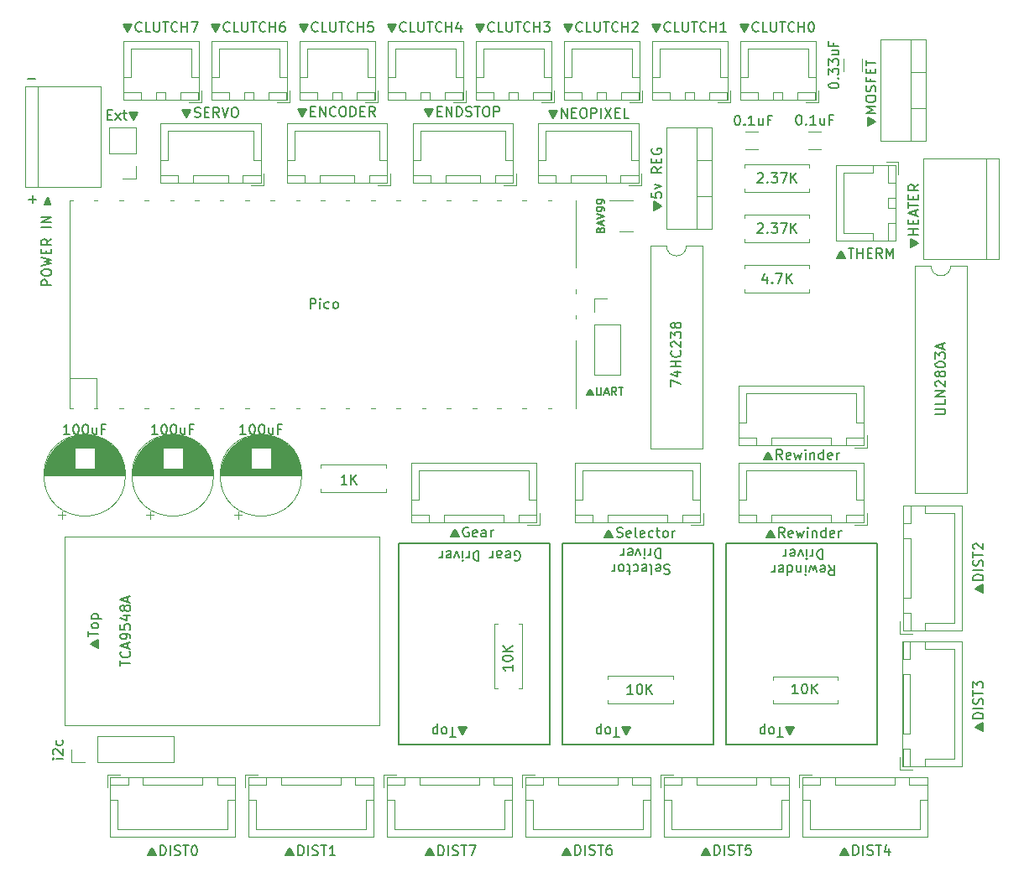
<source format=gbr>
%TF.GenerationSoftware,KiCad,Pcbnew,(6.0.4-0)*%
%TF.CreationDate,2022-09-18T16:13:22-05:00*%
%TF.ProjectId,owl-brd,6f776c2d-6272-4642-9e6b-696361645f70,v1.0.1*%
%TF.SameCoordinates,Original*%
%TF.FileFunction,Legend,Top*%
%TF.FilePolarity,Positive*%
%FSLAX46Y46*%
G04 Gerber Fmt 4.6, Leading zero omitted, Abs format (unit mm)*
G04 Created by KiCad (PCBNEW (6.0.4-0)) date 2022-09-18 16:13:22*
%MOMM*%
%LPD*%
G01*
G04 APERTURE LIST*
%ADD10C,0.150000*%
%ADD11C,0.120000*%
%ADD12C,0.127000*%
G04 APERTURE END LIST*
D10*
X94980476Y-38504761D02*
X94980476Y-38552380D01*
X95028095Y-38409523D02*
X95028095Y-38552380D01*
X95075714Y-38314285D02*
X95075714Y-38552380D01*
X95123333Y-38219047D02*
X95123333Y-38552380D01*
X95170952Y-38171428D02*
X95170952Y-38552380D01*
X95218571Y-38076190D02*
X95218571Y-38552380D01*
X95266190Y-37980952D02*
X95266190Y-38552380D01*
X95313809Y-37885714D02*
X95313809Y-38552380D01*
X95361428Y-37790476D02*
X95361428Y-38552380D01*
X95409047Y-37885714D02*
X95409047Y-38552380D01*
X95456666Y-37980952D02*
X95456666Y-38552380D01*
X95504285Y-38076190D02*
X95504285Y-38552380D01*
X95551904Y-38171428D02*
X95551904Y-38552380D01*
X95599523Y-38219047D02*
X95599523Y-38552380D01*
X95647142Y-38314285D02*
X95647142Y-38552380D01*
X95694761Y-38409523D02*
X95694761Y-38552380D01*
X95742380Y-38552380D02*
X95361428Y-37838095D01*
X94980476Y-38552380D01*
X95742380Y-38504761D02*
X95742380Y-38552380D01*
X95361428Y-37790476D02*
X95790000Y-38552380D01*
X94932857Y-38552380D01*
X95361428Y-37790476D01*
X96075714Y-37552380D02*
X96647142Y-37552380D01*
X96361428Y-38552380D02*
X96361428Y-37552380D01*
X96980476Y-38552380D02*
X96980476Y-37552380D01*
X96980476Y-38028571D02*
X97551904Y-38028571D01*
X97551904Y-38552380D02*
X97551904Y-37552380D01*
X98028095Y-38028571D02*
X98361428Y-38028571D01*
X98504285Y-38552380D02*
X98028095Y-38552380D01*
X98028095Y-37552380D01*
X98504285Y-37552380D01*
X99504285Y-38552380D02*
X99170952Y-38076190D01*
X98932857Y-38552380D02*
X98932857Y-37552380D01*
X99313809Y-37552380D01*
X99409047Y-37600000D01*
X99456666Y-37647619D01*
X99504285Y-37742857D01*
X99504285Y-37885714D01*
X99456666Y-37980952D01*
X99409047Y-38028571D01*
X99313809Y-38076190D01*
X98932857Y-38076190D01*
X99932857Y-38552380D02*
X99932857Y-37552380D01*
X100266190Y-38266666D01*
X100599523Y-37552380D01*
X100599523Y-38552380D01*
X85971428Y-14978095D02*
X85971428Y-14930476D01*
X85923809Y-15073333D02*
X85923809Y-14930476D01*
X85876190Y-15168571D02*
X85876190Y-14930476D01*
X85828571Y-15263809D02*
X85828571Y-14930476D01*
X85780952Y-15311428D02*
X85780952Y-14930476D01*
X85733333Y-15406666D02*
X85733333Y-14930476D01*
X85685714Y-15501904D02*
X85685714Y-14930476D01*
X85638095Y-15597142D02*
X85638095Y-14930476D01*
X85590476Y-15692380D02*
X85590476Y-14930476D01*
X85542857Y-15597142D02*
X85542857Y-14930476D01*
X85495238Y-15501904D02*
X85495238Y-14930476D01*
X85447619Y-15406666D02*
X85447619Y-14930476D01*
X85400000Y-15311428D02*
X85400000Y-14930476D01*
X85352380Y-15263809D02*
X85352380Y-14930476D01*
X85304761Y-15168571D02*
X85304761Y-14930476D01*
X85257142Y-15073333D02*
X85257142Y-14930476D01*
X85209523Y-14930476D02*
X85590476Y-15644761D01*
X85971428Y-14930476D01*
X85209523Y-14978095D02*
X85209523Y-14930476D01*
X85590476Y-15692380D02*
X85161904Y-14930476D01*
X86019047Y-14930476D01*
X85590476Y-15692380D01*
X87019047Y-15597142D02*
X86971428Y-15644761D01*
X86828571Y-15692380D01*
X86733333Y-15692380D01*
X86590476Y-15644761D01*
X86495238Y-15549523D01*
X86447619Y-15454285D01*
X86400000Y-15263809D01*
X86400000Y-15120952D01*
X86447619Y-14930476D01*
X86495238Y-14835238D01*
X86590476Y-14740000D01*
X86733333Y-14692380D01*
X86828571Y-14692380D01*
X86971428Y-14740000D01*
X87019047Y-14787619D01*
X87923809Y-15692380D02*
X87447619Y-15692380D01*
X87447619Y-14692380D01*
X88257142Y-14692380D02*
X88257142Y-15501904D01*
X88304761Y-15597142D01*
X88352380Y-15644761D01*
X88447619Y-15692380D01*
X88638095Y-15692380D01*
X88733333Y-15644761D01*
X88780952Y-15597142D01*
X88828571Y-15501904D01*
X88828571Y-14692380D01*
X89161904Y-14692380D02*
X89733333Y-14692380D01*
X89447619Y-15692380D02*
X89447619Y-14692380D01*
X90638095Y-15597142D02*
X90590476Y-15644761D01*
X90447619Y-15692380D01*
X90352380Y-15692380D01*
X90209523Y-15644761D01*
X90114285Y-15549523D01*
X90066666Y-15454285D01*
X90019047Y-15263809D01*
X90019047Y-15120952D01*
X90066666Y-14930476D01*
X90114285Y-14835238D01*
X90209523Y-14740000D01*
X90352380Y-14692380D01*
X90447619Y-14692380D01*
X90590476Y-14740000D01*
X90638095Y-14787619D01*
X91066666Y-15692380D02*
X91066666Y-14692380D01*
X91066666Y-15168571D02*
X91638095Y-15168571D01*
X91638095Y-15692380D02*
X91638095Y-14692380D01*
X92304761Y-14692380D02*
X92400000Y-14692380D01*
X92495238Y-14740000D01*
X92542857Y-14787619D01*
X92590476Y-14882857D01*
X92638095Y-15073333D01*
X92638095Y-15311428D01*
X92590476Y-15501904D01*
X92542857Y-15597142D01*
X92495238Y-15644761D01*
X92400000Y-15692380D01*
X92304761Y-15692380D01*
X92209523Y-15644761D01*
X92161904Y-15597142D01*
X92114285Y-15501904D01*
X92066666Y-15311428D01*
X92066666Y-15073333D01*
X92114285Y-14882857D01*
X92161904Y-14787619D01*
X92209523Y-14740000D01*
X92304761Y-14692380D01*
X25437132Y-98809452D02*
X25437132Y-98857071D01*
X25484751Y-98714214D02*
X25484751Y-98857071D01*
X25532370Y-98618976D02*
X25532370Y-98857071D01*
X25579989Y-98523738D02*
X25579989Y-98857071D01*
X25627608Y-98476119D02*
X25627608Y-98857071D01*
X25675227Y-98380881D02*
X25675227Y-98857071D01*
X25722846Y-98285643D02*
X25722846Y-98857071D01*
X25770465Y-98190405D02*
X25770465Y-98857071D01*
X25818084Y-98095167D02*
X25818084Y-98857071D01*
X25865703Y-98190405D02*
X25865703Y-98857071D01*
X25913322Y-98285643D02*
X25913322Y-98857071D01*
X25960941Y-98380881D02*
X25960941Y-98857071D01*
X26008560Y-98476119D02*
X26008560Y-98857071D01*
X26056179Y-98523738D02*
X26056179Y-98857071D01*
X26103798Y-98618976D02*
X26103798Y-98857071D01*
X26151417Y-98714214D02*
X26151417Y-98857071D01*
X26199036Y-98857071D02*
X25818084Y-98142786D01*
X25437132Y-98857071D01*
X26199036Y-98809452D02*
X26199036Y-98857071D01*
X25818084Y-98095167D02*
X26246655Y-98857071D01*
X25389513Y-98857071D01*
X25818084Y-98095167D01*
X26675227Y-98857071D02*
X26675227Y-97857071D01*
X26913322Y-97857071D01*
X27056179Y-97904691D01*
X27151417Y-97999929D01*
X27199036Y-98095167D01*
X27246655Y-98285643D01*
X27246655Y-98428500D01*
X27199036Y-98618976D01*
X27151417Y-98714214D01*
X27056179Y-98809452D01*
X26913322Y-98857071D01*
X26675227Y-98857071D01*
X27675227Y-98857071D02*
X27675227Y-97857071D01*
X28103798Y-98809452D02*
X28246655Y-98857071D01*
X28484751Y-98857071D01*
X28579989Y-98809452D01*
X28627608Y-98761833D01*
X28675227Y-98666595D01*
X28675227Y-98571357D01*
X28627608Y-98476119D01*
X28579989Y-98428500D01*
X28484751Y-98380881D01*
X28294274Y-98333262D01*
X28199036Y-98285643D01*
X28151417Y-98238024D01*
X28103798Y-98142786D01*
X28103798Y-98047548D01*
X28151417Y-97952310D01*
X28199036Y-97904691D01*
X28294274Y-97857071D01*
X28532370Y-97857071D01*
X28675227Y-97904691D01*
X28960941Y-97857071D02*
X29532370Y-97857071D01*
X29246655Y-98857071D02*
X29246655Y-97857071D01*
X30056179Y-97857071D02*
X30151417Y-97857071D01*
X30246655Y-97904691D01*
X30294274Y-97952310D01*
X30341893Y-98047548D01*
X30389513Y-98238024D01*
X30389513Y-98476119D01*
X30341893Y-98666595D01*
X30294274Y-98761833D01*
X30246655Y-98809452D01*
X30151417Y-98857071D01*
X30056179Y-98857071D01*
X29960941Y-98809452D01*
X29913322Y-98761833D01*
X29865703Y-98666595D01*
X29818084Y-98476119D01*
X29818084Y-98238024D01*
X29865703Y-98047548D01*
X29913322Y-97952310D01*
X29960941Y-97904691D01*
X30056179Y-97857071D01*
X87618077Y-58824761D02*
X87618077Y-58872380D01*
X87665696Y-58729523D02*
X87665696Y-58872380D01*
X87713315Y-58634285D02*
X87713315Y-58872380D01*
X87760934Y-58539047D02*
X87760934Y-58872380D01*
X87808553Y-58491428D02*
X87808553Y-58872380D01*
X87856172Y-58396190D02*
X87856172Y-58872380D01*
X87903791Y-58300952D02*
X87903791Y-58872380D01*
X87951410Y-58205714D02*
X87951410Y-58872380D01*
X87999029Y-58110476D02*
X87999029Y-58872380D01*
X88046648Y-58205714D02*
X88046648Y-58872380D01*
X88094267Y-58300952D02*
X88094267Y-58872380D01*
X88141886Y-58396190D02*
X88141886Y-58872380D01*
X88189505Y-58491428D02*
X88189505Y-58872380D01*
X88237124Y-58539047D02*
X88237124Y-58872380D01*
X88284743Y-58634285D02*
X88284743Y-58872380D01*
X88332363Y-58729523D02*
X88332363Y-58872380D01*
X88379982Y-58872380D02*
X87999029Y-58158095D01*
X87618077Y-58872380D01*
X88379982Y-58824761D02*
X88379982Y-58872380D01*
X87999029Y-58110476D02*
X88427601Y-58872380D01*
X87570458Y-58872380D01*
X87999029Y-58110476D01*
X89427601Y-58872380D02*
X89094267Y-58396190D01*
X88856172Y-58872380D02*
X88856172Y-57872380D01*
X89237124Y-57872380D01*
X89332363Y-57920000D01*
X89379982Y-57967619D01*
X89427601Y-58062857D01*
X89427601Y-58205714D01*
X89379982Y-58300952D01*
X89332363Y-58348571D01*
X89237124Y-58396190D01*
X88856172Y-58396190D01*
X90237124Y-58824761D02*
X90141886Y-58872380D01*
X89951410Y-58872380D01*
X89856172Y-58824761D01*
X89808553Y-58729523D01*
X89808553Y-58348571D01*
X89856172Y-58253333D01*
X89951410Y-58205714D01*
X90141886Y-58205714D01*
X90237124Y-58253333D01*
X90284743Y-58348571D01*
X90284743Y-58443809D01*
X89808553Y-58539047D01*
X90618077Y-58205714D02*
X90808553Y-58872380D01*
X90999029Y-58396190D01*
X91189505Y-58872380D01*
X91379982Y-58205714D01*
X91760934Y-58872380D02*
X91760934Y-58205714D01*
X91760934Y-57872380D02*
X91713315Y-57920000D01*
X91760934Y-57967619D01*
X91808553Y-57920000D01*
X91760934Y-57872380D01*
X91760934Y-57967619D01*
X92237124Y-58205714D02*
X92237124Y-58872380D01*
X92237124Y-58300952D02*
X92284743Y-58253333D01*
X92379982Y-58205714D01*
X92522839Y-58205714D01*
X92618077Y-58253333D01*
X92665696Y-58348571D01*
X92665696Y-58872380D01*
X93570458Y-58872380D02*
X93570458Y-57872380D01*
X93570458Y-58824761D02*
X93475220Y-58872380D01*
X93284743Y-58872380D01*
X93189505Y-58824761D01*
X93141886Y-58777142D01*
X93094267Y-58681904D01*
X93094267Y-58396190D01*
X93141886Y-58300952D01*
X93189505Y-58253333D01*
X93284743Y-58205714D01*
X93475220Y-58205714D01*
X93570458Y-58253333D01*
X94427601Y-58824761D02*
X94332363Y-58872380D01*
X94141886Y-58872380D01*
X94046648Y-58824761D01*
X93999029Y-58729523D01*
X93999029Y-58348571D01*
X94046648Y-58253333D01*
X94141886Y-58205714D01*
X94332363Y-58205714D01*
X94427601Y-58253333D01*
X94475220Y-58348571D01*
X94475220Y-58443809D01*
X93999029Y-58539047D01*
X94903791Y-58872380D02*
X94903791Y-58205714D01*
X94903791Y-58396190D02*
X94951410Y-58300952D01*
X94999029Y-58253333D01*
X95094267Y-58205714D01*
X95189505Y-58205714D01*
X41375409Y-23539688D02*
X41375409Y-23492069D01*
X41327790Y-23634926D02*
X41327790Y-23492069D01*
X41280171Y-23730164D02*
X41280171Y-23492069D01*
X41232552Y-23825402D02*
X41232552Y-23492069D01*
X41184933Y-23873021D02*
X41184933Y-23492069D01*
X41137314Y-23968259D02*
X41137314Y-23492069D01*
X41089695Y-24063497D02*
X41089695Y-23492069D01*
X41042076Y-24158735D02*
X41042076Y-23492069D01*
X40994457Y-24253973D02*
X40994457Y-23492069D01*
X40946838Y-24158735D02*
X40946838Y-23492069D01*
X40899218Y-24063497D02*
X40899218Y-23492069D01*
X40851599Y-23968259D02*
X40851599Y-23492069D01*
X40803980Y-23873021D02*
X40803980Y-23492069D01*
X40756361Y-23825402D02*
X40756361Y-23492069D01*
X40708742Y-23730164D02*
X40708742Y-23492069D01*
X40661123Y-23634926D02*
X40661123Y-23492069D01*
X40613504Y-23492069D02*
X40994457Y-24206354D01*
X41375409Y-23492069D01*
X40613504Y-23539688D02*
X40613504Y-23492069D01*
X40994457Y-24253973D02*
X40565885Y-23492069D01*
X41423028Y-23492069D01*
X40994457Y-24253973D01*
X41851599Y-23730164D02*
X42184933Y-23730164D01*
X42327790Y-24253973D02*
X41851599Y-24253973D01*
X41851599Y-23253973D01*
X42327790Y-23253973D01*
X42756361Y-24253973D02*
X42756361Y-23253973D01*
X43327790Y-24253973D01*
X43327790Y-23253973D01*
X44375409Y-24158735D02*
X44327790Y-24206354D01*
X44184933Y-24253973D01*
X44089695Y-24253973D01*
X43946838Y-24206354D01*
X43851599Y-24111116D01*
X43803980Y-24015878D01*
X43756361Y-23825402D01*
X43756361Y-23682545D01*
X43803980Y-23492069D01*
X43851599Y-23396831D01*
X43946838Y-23301593D01*
X44089695Y-23253973D01*
X44184933Y-23253973D01*
X44327790Y-23301593D01*
X44375409Y-23349212D01*
X44994457Y-23253973D02*
X45184933Y-23253973D01*
X45280171Y-23301593D01*
X45375409Y-23396831D01*
X45423028Y-23587307D01*
X45423028Y-23920640D01*
X45375409Y-24111116D01*
X45280171Y-24206354D01*
X45184933Y-24253973D01*
X44994457Y-24253973D01*
X44899218Y-24206354D01*
X44803980Y-24111116D01*
X44756361Y-23920640D01*
X44756361Y-23587307D01*
X44803980Y-23396831D01*
X44899218Y-23301593D01*
X44994457Y-23253973D01*
X45851599Y-24253973D02*
X45851599Y-23253973D01*
X46089695Y-23253973D01*
X46232552Y-23301593D01*
X46327790Y-23396831D01*
X46375409Y-23492069D01*
X46423028Y-23682545D01*
X46423028Y-23825402D01*
X46375409Y-24015878D01*
X46327790Y-24111116D01*
X46232552Y-24206354D01*
X46089695Y-24253973D01*
X45851599Y-24253973D01*
X46851599Y-23730164D02*
X47184933Y-23730164D01*
X47327790Y-24253973D02*
X46851599Y-24253973D01*
X46851599Y-23253973D01*
X47327790Y-23253973D01*
X48327790Y-24253973D02*
X47994457Y-23777783D01*
X47756361Y-24253973D02*
X47756361Y-23253973D01*
X48137314Y-23253973D01*
X48232552Y-23301593D01*
X48280171Y-23349212D01*
X48327790Y-23444450D01*
X48327790Y-23587307D01*
X48280171Y-23682545D01*
X48232552Y-23730164D01*
X48137314Y-23777783D01*
X47756361Y-23777783D01*
X71547600Y-66690574D02*
X71547600Y-66738193D01*
X71595219Y-66595336D02*
X71595219Y-66738193D01*
X71642838Y-66500098D02*
X71642838Y-66738193D01*
X71690457Y-66404860D02*
X71690457Y-66738193D01*
X71738076Y-66357241D02*
X71738076Y-66738193D01*
X71785695Y-66262003D02*
X71785695Y-66738193D01*
X71833314Y-66166765D02*
X71833314Y-66738193D01*
X71880933Y-66071527D02*
X71880933Y-66738193D01*
X71928552Y-65976289D02*
X71928552Y-66738193D01*
X71976171Y-66071527D02*
X71976171Y-66738193D01*
X72023790Y-66166765D02*
X72023790Y-66738193D01*
X72071409Y-66262003D02*
X72071409Y-66738193D01*
X72119028Y-66357241D02*
X72119028Y-66738193D01*
X72166647Y-66404860D02*
X72166647Y-66738193D01*
X72214266Y-66500098D02*
X72214266Y-66738193D01*
X72261885Y-66595336D02*
X72261885Y-66738193D01*
X72309504Y-66738193D02*
X71928552Y-66023908D01*
X71547600Y-66738193D01*
X72309504Y-66690574D02*
X72309504Y-66738193D01*
X71928552Y-65976289D02*
X72357123Y-66738193D01*
X71499981Y-66738193D01*
X71928552Y-65976289D01*
X72738076Y-66690574D02*
X72880933Y-66738193D01*
X73119028Y-66738193D01*
X73214266Y-66690574D01*
X73261885Y-66642955D01*
X73309504Y-66547717D01*
X73309504Y-66452479D01*
X73261885Y-66357241D01*
X73214266Y-66309622D01*
X73119028Y-66262003D01*
X72928552Y-66214384D01*
X72833314Y-66166765D01*
X72785695Y-66119146D01*
X72738076Y-66023908D01*
X72738076Y-65928670D01*
X72785695Y-65833432D01*
X72833314Y-65785813D01*
X72928552Y-65738193D01*
X73166647Y-65738193D01*
X73309504Y-65785813D01*
X74119028Y-66690574D02*
X74023790Y-66738193D01*
X73833314Y-66738193D01*
X73738076Y-66690574D01*
X73690457Y-66595336D01*
X73690457Y-66214384D01*
X73738076Y-66119146D01*
X73833314Y-66071527D01*
X74023790Y-66071527D01*
X74119028Y-66119146D01*
X74166647Y-66214384D01*
X74166647Y-66309622D01*
X73690457Y-66404860D01*
X74738076Y-66738193D02*
X74642838Y-66690574D01*
X74595219Y-66595336D01*
X74595219Y-65738193D01*
X75499981Y-66690574D02*
X75404742Y-66738193D01*
X75214266Y-66738193D01*
X75119028Y-66690574D01*
X75071409Y-66595336D01*
X75071409Y-66214384D01*
X75119028Y-66119146D01*
X75214266Y-66071527D01*
X75404742Y-66071527D01*
X75499981Y-66119146D01*
X75547600Y-66214384D01*
X75547600Y-66309622D01*
X75071409Y-66404860D01*
X76404742Y-66690574D02*
X76309504Y-66738193D01*
X76119028Y-66738193D01*
X76023790Y-66690574D01*
X75976171Y-66642955D01*
X75928552Y-66547717D01*
X75928552Y-66262003D01*
X75976171Y-66166765D01*
X76023790Y-66119146D01*
X76119028Y-66071527D01*
X76309504Y-66071527D01*
X76404742Y-66119146D01*
X76690457Y-66071527D02*
X77071409Y-66071527D01*
X76833314Y-65738193D02*
X76833314Y-66595336D01*
X76880933Y-66690574D01*
X76976171Y-66738193D01*
X77071409Y-66738193D01*
X77547600Y-66738193D02*
X77452361Y-66690574D01*
X77404742Y-66642955D01*
X77357123Y-66547717D01*
X77357123Y-66262003D01*
X77404742Y-66166765D01*
X77452361Y-66119146D01*
X77547600Y-66071527D01*
X77690457Y-66071527D01*
X77785695Y-66119146D01*
X77833314Y-66166765D01*
X77880933Y-66262003D01*
X77880933Y-66547717D01*
X77833314Y-66642955D01*
X77785695Y-66690574D01*
X77690457Y-66738193D01*
X77547600Y-66738193D01*
X78309504Y-66738193D02*
X78309504Y-66071527D01*
X78309504Y-66262003D02*
X78357123Y-66166765D01*
X78404742Y-66119146D01*
X78499981Y-66071527D01*
X78595219Y-66071527D01*
X32631428Y-14978095D02*
X32631428Y-14930476D01*
X32583809Y-15073333D02*
X32583809Y-14930476D01*
X32536190Y-15168571D02*
X32536190Y-14930476D01*
X32488571Y-15263809D02*
X32488571Y-14930476D01*
X32440952Y-15311428D02*
X32440952Y-14930476D01*
X32393333Y-15406666D02*
X32393333Y-14930476D01*
X32345714Y-15501904D02*
X32345714Y-14930476D01*
X32298095Y-15597142D02*
X32298095Y-14930476D01*
X32250476Y-15692380D02*
X32250476Y-14930476D01*
X32202857Y-15597142D02*
X32202857Y-14930476D01*
X32155238Y-15501904D02*
X32155238Y-14930476D01*
X32107619Y-15406666D02*
X32107619Y-14930476D01*
X32060000Y-15311428D02*
X32060000Y-14930476D01*
X32012380Y-15263809D02*
X32012380Y-14930476D01*
X31964761Y-15168571D02*
X31964761Y-14930476D01*
X31917142Y-15073333D02*
X31917142Y-14930476D01*
X31869523Y-14930476D02*
X32250476Y-15644761D01*
X32631428Y-14930476D01*
X31869523Y-14978095D02*
X31869523Y-14930476D01*
X32250476Y-15692380D02*
X31821904Y-14930476D01*
X32679047Y-14930476D01*
X32250476Y-15692380D01*
X33679047Y-15597142D02*
X33631428Y-15644761D01*
X33488571Y-15692380D01*
X33393333Y-15692380D01*
X33250476Y-15644761D01*
X33155238Y-15549523D01*
X33107619Y-15454285D01*
X33060000Y-15263809D01*
X33060000Y-15120952D01*
X33107619Y-14930476D01*
X33155238Y-14835238D01*
X33250476Y-14740000D01*
X33393333Y-14692380D01*
X33488571Y-14692380D01*
X33631428Y-14740000D01*
X33679047Y-14787619D01*
X34583809Y-15692380D02*
X34107619Y-15692380D01*
X34107619Y-14692380D01*
X34917142Y-14692380D02*
X34917142Y-15501904D01*
X34964761Y-15597142D01*
X35012380Y-15644761D01*
X35107619Y-15692380D01*
X35298095Y-15692380D01*
X35393333Y-15644761D01*
X35440952Y-15597142D01*
X35488571Y-15501904D01*
X35488571Y-14692380D01*
X35821904Y-14692380D02*
X36393333Y-14692380D01*
X36107619Y-15692380D02*
X36107619Y-14692380D01*
X37298095Y-15597142D02*
X37250476Y-15644761D01*
X37107619Y-15692380D01*
X37012380Y-15692380D01*
X36869523Y-15644761D01*
X36774285Y-15549523D01*
X36726666Y-15454285D01*
X36679047Y-15263809D01*
X36679047Y-15120952D01*
X36726666Y-14930476D01*
X36774285Y-14835238D01*
X36869523Y-14740000D01*
X37012380Y-14692380D01*
X37107619Y-14692380D01*
X37250476Y-14740000D01*
X37298095Y-14787619D01*
X37726666Y-15692380D02*
X37726666Y-14692380D01*
X37726666Y-15168571D02*
X38298095Y-15168571D01*
X38298095Y-15692380D02*
X38298095Y-14692380D01*
X39202857Y-14692380D02*
X39012380Y-14692380D01*
X38917142Y-14740000D01*
X38869523Y-14787619D01*
X38774285Y-14930476D01*
X38726666Y-15120952D01*
X38726666Y-15501904D01*
X38774285Y-15597142D01*
X38821904Y-15644761D01*
X38917142Y-15692380D01*
X39107619Y-15692380D01*
X39202857Y-15644761D01*
X39250476Y-15597142D01*
X39298095Y-15501904D01*
X39298095Y-15263809D01*
X39250476Y-15168571D01*
X39202857Y-15120952D01*
X39107619Y-15073333D01*
X38917142Y-15073333D01*
X38821904Y-15120952D01*
X38774285Y-15168571D01*
X38726666Y-15263809D01*
X13263433Y-20441001D02*
X14025338Y-20441001D01*
X90566666Y-85955238D02*
X90566666Y-85907619D01*
X90519047Y-86050476D02*
X90519047Y-85907619D01*
X90471428Y-86145714D02*
X90471428Y-85907619D01*
X90423809Y-86240952D02*
X90423809Y-85907619D01*
X90376190Y-86288571D02*
X90376190Y-85907619D01*
X90328571Y-86383809D02*
X90328571Y-85907619D01*
X90280952Y-86479047D02*
X90280952Y-85907619D01*
X90233333Y-86574285D02*
X90233333Y-85907619D01*
X90185714Y-86669523D02*
X90185714Y-85907619D01*
X90138095Y-86574285D02*
X90138095Y-85907619D01*
X90090476Y-86479047D02*
X90090476Y-85907619D01*
X90042857Y-86383809D02*
X90042857Y-85907619D01*
X89995238Y-86288571D02*
X89995238Y-85907619D01*
X89947619Y-86240952D02*
X89947619Y-85907619D01*
X89900000Y-86145714D02*
X89900000Y-85907619D01*
X89852380Y-86050476D02*
X89852380Y-85907619D01*
X89804761Y-85907619D02*
X90185714Y-86621904D01*
X90566666Y-85907619D01*
X89804761Y-85955238D02*
X89804761Y-85907619D01*
X90185714Y-86669523D02*
X89757142Y-85907619D01*
X90614285Y-85907619D01*
X90185714Y-86669523D01*
X89471428Y-86907619D02*
X88900000Y-86907619D01*
X89185714Y-85907619D02*
X89185714Y-86907619D01*
X88423809Y-85907619D02*
X88519047Y-85955238D01*
X88566666Y-86002857D01*
X88614285Y-86098095D01*
X88614285Y-86383809D01*
X88566666Y-86479047D01*
X88519047Y-86526666D01*
X88423809Y-86574285D01*
X88280952Y-86574285D01*
X88185714Y-86526666D01*
X88138095Y-86479047D01*
X88090476Y-86383809D01*
X88090476Y-86098095D01*
X88138095Y-86002857D01*
X88185714Y-85955238D01*
X88280952Y-85907619D01*
X88423809Y-85907619D01*
X87661904Y-86574285D02*
X87661904Y-85574285D01*
X87661904Y-86526666D02*
X87566666Y-86574285D01*
X87376190Y-86574285D01*
X87280952Y-86526666D01*
X87233333Y-86479047D01*
X87185714Y-86383809D01*
X87185714Y-86098095D01*
X87233333Y-86002857D01*
X87280952Y-85955238D01*
X87376190Y-85907619D01*
X87566666Y-85907619D01*
X87661904Y-85955238D01*
X39360561Y-98804144D02*
X39360561Y-98851763D01*
X39408180Y-98708906D02*
X39408180Y-98851763D01*
X39455799Y-98613668D02*
X39455799Y-98851763D01*
X39503418Y-98518430D02*
X39503418Y-98851763D01*
X39551037Y-98470811D02*
X39551037Y-98851763D01*
X39598656Y-98375573D02*
X39598656Y-98851763D01*
X39646275Y-98280335D02*
X39646275Y-98851763D01*
X39693894Y-98185097D02*
X39693894Y-98851763D01*
X39741513Y-98089859D02*
X39741513Y-98851763D01*
X39789132Y-98185097D02*
X39789132Y-98851763D01*
X39836751Y-98280335D02*
X39836751Y-98851763D01*
X39884370Y-98375573D02*
X39884370Y-98851763D01*
X39931989Y-98470811D02*
X39931989Y-98851763D01*
X39979608Y-98518430D02*
X39979608Y-98851763D01*
X40027227Y-98613668D02*
X40027227Y-98851763D01*
X40074846Y-98708906D02*
X40074846Y-98851763D01*
X40122465Y-98851763D02*
X39741513Y-98137478D01*
X39360561Y-98851763D01*
X40122465Y-98804144D02*
X40122465Y-98851763D01*
X39741513Y-98089859D02*
X40170084Y-98851763D01*
X39312942Y-98851763D01*
X39741513Y-98089859D01*
X40598656Y-98851763D02*
X40598656Y-97851763D01*
X40836751Y-97851763D01*
X40979608Y-97899383D01*
X41074846Y-97994621D01*
X41122465Y-98089859D01*
X41170084Y-98280335D01*
X41170084Y-98423192D01*
X41122465Y-98613668D01*
X41074846Y-98708906D01*
X40979608Y-98804144D01*
X40836751Y-98851763D01*
X40598656Y-98851763D01*
X41598656Y-98851763D02*
X41598656Y-97851763D01*
X42027227Y-98804144D02*
X42170084Y-98851763D01*
X42408180Y-98851763D01*
X42503418Y-98804144D01*
X42551037Y-98756525D01*
X42598656Y-98661287D01*
X42598656Y-98566049D01*
X42551037Y-98470811D01*
X42503418Y-98423192D01*
X42408180Y-98375573D01*
X42217703Y-98327954D01*
X42122465Y-98280335D01*
X42074846Y-98232716D01*
X42027227Y-98137478D01*
X42027227Y-98042240D01*
X42074846Y-97947002D01*
X42122465Y-97899383D01*
X42217703Y-97851763D01*
X42455799Y-97851763D01*
X42598656Y-97899383D01*
X42884370Y-97851763D02*
X43455799Y-97851763D01*
X43170084Y-98851763D02*
X43170084Y-97851763D01*
X44312942Y-98851763D02*
X43741513Y-98851763D01*
X44027227Y-98851763D02*
X44027227Y-97851763D01*
X43931989Y-97994621D01*
X43836751Y-98089859D01*
X43741513Y-98137478D01*
X21336190Y-24058571D02*
X21669523Y-24058571D01*
X21812380Y-24582380D02*
X21336190Y-24582380D01*
X21336190Y-23582380D01*
X21812380Y-23582380D01*
X22145714Y-24582380D02*
X22669523Y-23915714D01*
X22145714Y-23915714D02*
X22669523Y-24582380D01*
X22907619Y-23915714D02*
X23288571Y-23915714D01*
X23050476Y-23582380D02*
X23050476Y-24439523D01*
X23098095Y-24534761D01*
X23193333Y-24582380D01*
X23288571Y-24582380D01*
X24383809Y-23868095D02*
X24383809Y-23820476D01*
X24336190Y-23963333D02*
X24336190Y-23820476D01*
X24288571Y-24058571D02*
X24288571Y-23820476D01*
X24240952Y-24153809D02*
X24240952Y-23820476D01*
X24193333Y-24201428D02*
X24193333Y-23820476D01*
X24145714Y-24296666D02*
X24145714Y-23820476D01*
X24098095Y-24391904D02*
X24098095Y-23820476D01*
X24050476Y-24487142D02*
X24050476Y-23820476D01*
X24002857Y-24582380D02*
X24002857Y-23820476D01*
X23955238Y-24487142D02*
X23955238Y-23820476D01*
X23907619Y-24391904D02*
X23907619Y-23820476D01*
X23860000Y-24296666D02*
X23860000Y-23820476D01*
X23812380Y-24201428D02*
X23812380Y-23820476D01*
X23764761Y-24153809D02*
X23764761Y-23820476D01*
X23717142Y-24058571D02*
X23717142Y-23820476D01*
X23669523Y-23963333D02*
X23669523Y-23820476D01*
X23621904Y-23820476D02*
X24002857Y-24534761D01*
X24383809Y-23820476D01*
X23621904Y-23868095D02*
X23621904Y-23820476D01*
X24002857Y-24582380D02*
X23574285Y-23820476D01*
X24431428Y-23820476D01*
X24002857Y-24582380D01*
X94093332Y-69566479D02*
X94426665Y-70042669D01*
X94664761Y-69566479D02*
X94664761Y-70566479D01*
X94283808Y-70566479D01*
X94188570Y-70518860D01*
X94140951Y-70471240D01*
X94093332Y-70376002D01*
X94093332Y-70233145D01*
X94140951Y-70137907D01*
X94188570Y-70090288D01*
X94283808Y-70042669D01*
X94664761Y-70042669D01*
X93283808Y-69614098D02*
X93379046Y-69566479D01*
X93569523Y-69566479D01*
X93664761Y-69614098D01*
X93712380Y-69709336D01*
X93712380Y-70090288D01*
X93664761Y-70185526D01*
X93569523Y-70233145D01*
X93379046Y-70233145D01*
X93283808Y-70185526D01*
X93236189Y-70090288D01*
X93236189Y-69995050D01*
X93712380Y-69899812D01*
X92902856Y-70233145D02*
X92712380Y-69566479D01*
X92521903Y-70042669D01*
X92331427Y-69566479D01*
X92140951Y-70233145D01*
X91759999Y-69566479D02*
X91759999Y-70233145D01*
X91759999Y-70566479D02*
X91807618Y-70518860D01*
X91759999Y-70471240D01*
X91712380Y-70518860D01*
X91759999Y-70566479D01*
X91759999Y-70471240D01*
X91283808Y-70233145D02*
X91283808Y-69566479D01*
X91283808Y-70137907D02*
X91236189Y-70185526D01*
X91140951Y-70233145D01*
X90998094Y-70233145D01*
X90902856Y-70185526D01*
X90855237Y-70090288D01*
X90855237Y-69566479D01*
X89950475Y-69566479D02*
X89950475Y-70566479D01*
X89950475Y-69614098D02*
X90045713Y-69566479D01*
X90236189Y-69566479D01*
X90331427Y-69614098D01*
X90379046Y-69661717D01*
X90426665Y-69756955D01*
X90426665Y-70042669D01*
X90379046Y-70137907D01*
X90331427Y-70185526D01*
X90236189Y-70233145D01*
X90045713Y-70233145D01*
X89950475Y-70185526D01*
X89093332Y-69614098D02*
X89188570Y-69566479D01*
X89379046Y-69566479D01*
X89474284Y-69614098D01*
X89521903Y-69709336D01*
X89521903Y-70090288D01*
X89474284Y-70185526D01*
X89379046Y-70233145D01*
X89188570Y-70233145D01*
X89093332Y-70185526D01*
X89045713Y-70090288D01*
X89045713Y-69995050D01*
X89521903Y-69899812D01*
X88617142Y-69566479D02*
X88617142Y-70233145D01*
X88617142Y-70042669D02*
X88569523Y-70137907D01*
X88521903Y-70185526D01*
X88426665Y-70233145D01*
X88331427Y-70233145D01*
X93498094Y-67956479D02*
X93498094Y-68956479D01*
X93259999Y-68956479D01*
X93117142Y-68908860D01*
X93021903Y-68813621D01*
X92974284Y-68718383D01*
X92926665Y-68527907D01*
X92926665Y-68385050D01*
X92974284Y-68194574D01*
X93021903Y-68099336D01*
X93117142Y-68004098D01*
X93259999Y-67956479D01*
X93498094Y-67956479D01*
X92498094Y-67956479D02*
X92498094Y-68623145D01*
X92498094Y-68432669D02*
X92450475Y-68527907D01*
X92402856Y-68575526D01*
X92307618Y-68623145D01*
X92212380Y-68623145D01*
X91879046Y-67956479D02*
X91879046Y-68623145D01*
X91879046Y-68956479D02*
X91926665Y-68908860D01*
X91879046Y-68861240D01*
X91831427Y-68908860D01*
X91879046Y-68956479D01*
X91879046Y-68861240D01*
X91498094Y-68623145D02*
X91259999Y-67956479D01*
X91021903Y-68623145D01*
X90259999Y-68004098D02*
X90355237Y-67956479D01*
X90545713Y-67956479D01*
X90640951Y-68004098D01*
X90688570Y-68099336D01*
X90688570Y-68480288D01*
X90640951Y-68575526D01*
X90545713Y-68623145D01*
X90355237Y-68623145D01*
X90259999Y-68575526D01*
X90212380Y-68480288D01*
X90212380Y-68385050D01*
X90688570Y-68289812D01*
X89783808Y-67956479D02*
X89783808Y-68623145D01*
X89783808Y-68432669D02*
X89736189Y-68527907D01*
X89688570Y-68575526D01*
X89593332Y-68623145D01*
X89498094Y-68623145D01*
X69706688Y-52361891D02*
X69706688Y-52399986D01*
X69744783Y-52285701D02*
X69744783Y-52399986D01*
X69782878Y-52209510D02*
X69782878Y-52399986D01*
X69820974Y-52133320D02*
X69820974Y-52399986D01*
X69859069Y-52095224D02*
X69859069Y-52399986D01*
X69897164Y-52019034D02*
X69897164Y-52399986D01*
X69935259Y-51942843D02*
X69935259Y-52399986D01*
X69973355Y-51866653D02*
X69973355Y-52399986D01*
X70011450Y-51790462D02*
X70011450Y-52399986D01*
X70049545Y-51866653D02*
X70049545Y-52399986D01*
X70087640Y-51942843D02*
X70087640Y-52399986D01*
X70125736Y-52019034D02*
X70125736Y-52399986D01*
X70163831Y-52095224D02*
X70163831Y-52399986D01*
X70201926Y-52133320D02*
X70201926Y-52399986D01*
X70240021Y-52209510D02*
X70240021Y-52399986D01*
X70278117Y-52285701D02*
X70278117Y-52399986D01*
X70316212Y-52399986D02*
X70011450Y-51828558D01*
X69706688Y-52399986D01*
X70316212Y-52361891D02*
X70316212Y-52399986D01*
X70011450Y-51790462D02*
X70354307Y-52399986D01*
X69668593Y-52399986D01*
X70011450Y-51790462D01*
X70697164Y-51599986D02*
X70697164Y-52247605D01*
X70735259Y-52323796D01*
X70773355Y-52361891D01*
X70849545Y-52399986D01*
X71001926Y-52399986D01*
X71078117Y-52361891D01*
X71116212Y-52323796D01*
X71154307Y-52247605D01*
X71154307Y-51599986D01*
X71497164Y-52171415D02*
X71878117Y-52171415D01*
X71420974Y-52399986D02*
X71687640Y-51599986D01*
X71954307Y-52399986D01*
X72678117Y-52399986D02*
X72411450Y-52019034D01*
X72220974Y-52399986D02*
X72220974Y-51599986D01*
X72525736Y-51599986D01*
X72601926Y-51638082D01*
X72640021Y-51676177D01*
X72678117Y-51752367D01*
X72678117Y-51866653D01*
X72640021Y-51942843D01*
X72601926Y-51980939D01*
X72525736Y-52019034D01*
X72220974Y-52019034D01*
X72906688Y-51599986D02*
X73363831Y-51599986D01*
X73135259Y-52399986D02*
X73135259Y-51599986D01*
X15692380Y-41282380D02*
X14692380Y-41282380D01*
X14692380Y-40901428D01*
X14740000Y-40806190D01*
X14787619Y-40758571D01*
X14882857Y-40710952D01*
X15025714Y-40710952D01*
X15120952Y-40758571D01*
X15168571Y-40806190D01*
X15216190Y-40901428D01*
X15216190Y-41282380D01*
X14692380Y-40091904D02*
X14692380Y-39901428D01*
X14740000Y-39806190D01*
X14835238Y-39710952D01*
X15025714Y-39663333D01*
X15359047Y-39663333D01*
X15549523Y-39710952D01*
X15644761Y-39806190D01*
X15692380Y-39901428D01*
X15692380Y-40091904D01*
X15644761Y-40187142D01*
X15549523Y-40282380D01*
X15359047Y-40330000D01*
X15025714Y-40330000D01*
X14835238Y-40282380D01*
X14740000Y-40187142D01*
X14692380Y-40091904D01*
X14692380Y-39330000D02*
X15692380Y-39091904D01*
X14978095Y-38901428D01*
X15692380Y-38710952D01*
X14692380Y-38472857D01*
X15168571Y-38091904D02*
X15168571Y-37758571D01*
X15692380Y-37615714D02*
X15692380Y-38091904D01*
X14692380Y-38091904D01*
X14692380Y-37615714D01*
X15692380Y-36615714D02*
X15216190Y-36949047D01*
X15692380Y-37187142D02*
X14692380Y-37187142D01*
X14692380Y-36806190D01*
X14740000Y-36710952D01*
X14787619Y-36663333D01*
X14882857Y-36615714D01*
X15025714Y-36615714D01*
X15120952Y-36663333D01*
X15168571Y-36710952D01*
X15216190Y-36806190D01*
X15216190Y-37187142D01*
X15692380Y-35425238D02*
X14692380Y-35425238D01*
X15692380Y-34949047D02*
X14692380Y-34949047D01*
X15692380Y-34377619D01*
X14692380Y-34377619D01*
X15073333Y-33091904D02*
X15549523Y-33091904D01*
X15073333Y-33044285D02*
X15549523Y-33044285D01*
X15120952Y-32996666D02*
X15501904Y-32996666D01*
X15120952Y-32949047D02*
X15501904Y-32949047D01*
X15120952Y-32901428D02*
X15501904Y-32901428D01*
X15168571Y-32853809D02*
X15454285Y-32853809D01*
X15168571Y-32806190D02*
X15454285Y-32806190D01*
X15168571Y-32758571D02*
X15454285Y-32758571D01*
X15216190Y-32710952D02*
X15406666Y-32710952D01*
X15216190Y-32663333D02*
X15406666Y-32663333D01*
X15263809Y-32615714D02*
X15359047Y-32615714D01*
X15263809Y-32568095D02*
X15359047Y-32568095D01*
X15263809Y-32520476D02*
X15359047Y-32520476D01*
X15311428Y-32472857D02*
X15311428Y-32520476D01*
X15073333Y-33139523D02*
X15311428Y-32425238D01*
X15549523Y-33139523D01*
X15311428Y-32377619D02*
X15597142Y-33139523D01*
X15025714Y-33139523D01*
X15311428Y-32377619D01*
X26392380Y-56332380D02*
X25820952Y-56332380D01*
X26106666Y-56332380D02*
X26106666Y-55332380D01*
X26011428Y-55475238D01*
X25916190Y-55570476D01*
X25820952Y-55618095D01*
X27011428Y-55332380D02*
X27106666Y-55332380D01*
X27201904Y-55380000D01*
X27249523Y-55427619D01*
X27297142Y-55522857D01*
X27344761Y-55713333D01*
X27344761Y-55951428D01*
X27297142Y-56141904D01*
X27249523Y-56237142D01*
X27201904Y-56284761D01*
X27106666Y-56332380D01*
X27011428Y-56332380D01*
X26916190Y-56284761D01*
X26868571Y-56237142D01*
X26820952Y-56141904D01*
X26773333Y-55951428D01*
X26773333Y-55713333D01*
X26820952Y-55522857D01*
X26868571Y-55427619D01*
X26916190Y-55380000D01*
X27011428Y-55332380D01*
X27963809Y-55332380D02*
X28059047Y-55332380D01*
X28154285Y-55380000D01*
X28201904Y-55427619D01*
X28249523Y-55522857D01*
X28297142Y-55713333D01*
X28297142Y-55951428D01*
X28249523Y-56141904D01*
X28201904Y-56237142D01*
X28154285Y-56284761D01*
X28059047Y-56332380D01*
X27963809Y-56332380D01*
X27868571Y-56284761D01*
X27820952Y-56237142D01*
X27773333Y-56141904D01*
X27725714Y-55951428D01*
X27725714Y-55713333D01*
X27773333Y-55522857D01*
X27820952Y-55427619D01*
X27868571Y-55380000D01*
X27963809Y-55332380D01*
X29154285Y-55665714D02*
X29154285Y-56332380D01*
X28725714Y-55665714D02*
X28725714Y-56189523D01*
X28773333Y-56284761D01*
X28868571Y-56332380D01*
X29011428Y-56332380D01*
X29106666Y-56284761D01*
X29154285Y-56237142D01*
X29963809Y-55808571D02*
X29630476Y-55808571D01*
X29630476Y-56332380D02*
X29630476Y-55332380D01*
X30106666Y-55332380D01*
X66656181Y-23673724D02*
X66656181Y-23626105D01*
X66608562Y-23768962D02*
X66608562Y-23626105D01*
X66560943Y-23864200D02*
X66560943Y-23626105D01*
X66513324Y-23959438D02*
X66513324Y-23626105D01*
X66465705Y-24007057D02*
X66465705Y-23626105D01*
X66418086Y-24102295D02*
X66418086Y-23626105D01*
X66370467Y-24197533D02*
X66370467Y-23626105D01*
X66322848Y-24292771D02*
X66322848Y-23626105D01*
X66275229Y-24388009D02*
X66275229Y-23626105D01*
X66227610Y-24292771D02*
X66227610Y-23626105D01*
X66179991Y-24197533D02*
X66179991Y-23626105D01*
X66132372Y-24102295D02*
X66132372Y-23626105D01*
X66084753Y-24007057D02*
X66084753Y-23626105D01*
X66037134Y-23959438D02*
X66037134Y-23626105D01*
X65989515Y-23864200D02*
X65989515Y-23626105D01*
X65941896Y-23768962D02*
X65941896Y-23626105D01*
X65894277Y-23626105D02*
X66275229Y-24340390D01*
X66656181Y-23626105D01*
X65894277Y-23673724D02*
X65894277Y-23626105D01*
X66275229Y-24388009D02*
X65846658Y-23626105D01*
X66703800Y-23626105D01*
X66275229Y-24388009D01*
X67132372Y-24388009D02*
X67132372Y-23388009D01*
X67703800Y-24388009D01*
X67703800Y-23388009D01*
X68179991Y-23864200D02*
X68513324Y-23864200D01*
X68656181Y-24388009D02*
X68179991Y-24388009D01*
X68179991Y-23388009D01*
X68656181Y-23388009D01*
X69275229Y-23388009D02*
X69465705Y-23388009D01*
X69560943Y-23435629D01*
X69656181Y-23530867D01*
X69703800Y-23721343D01*
X69703800Y-24054676D01*
X69656181Y-24245152D01*
X69560943Y-24340390D01*
X69465705Y-24388009D01*
X69275229Y-24388009D01*
X69179991Y-24340390D01*
X69084753Y-24245152D01*
X69037134Y-24054676D01*
X69037134Y-23721343D01*
X69084753Y-23530867D01*
X69179991Y-23435629D01*
X69275229Y-23388009D01*
X70132372Y-24388009D02*
X70132372Y-23388009D01*
X70513324Y-23388009D01*
X70608562Y-23435629D01*
X70656181Y-23483248D01*
X70703800Y-23578486D01*
X70703800Y-23721343D01*
X70656181Y-23816581D01*
X70608562Y-23864200D01*
X70513324Y-23911819D01*
X70132372Y-23911819D01*
X71132372Y-24388009D02*
X71132372Y-23388009D01*
X71513324Y-23388009D02*
X72179991Y-24388009D01*
X72179991Y-23388009D02*
X71513324Y-24388009D01*
X72560943Y-23864200D02*
X72894277Y-23864200D01*
X73037134Y-24388009D02*
X72560943Y-24388009D01*
X72560943Y-23388009D01*
X73037134Y-23388009D01*
X73941896Y-24388009D02*
X73465705Y-24388009D01*
X73465705Y-23388009D01*
X102433100Y-36641995D02*
X102385481Y-36641995D01*
X102528338Y-36689614D02*
X102385481Y-36689614D01*
X102623576Y-36737233D02*
X102385481Y-36737233D01*
X102718814Y-36784853D02*
X102385481Y-36784853D01*
X102766433Y-36832472D02*
X102385481Y-36832472D01*
X102861671Y-36880091D02*
X102385481Y-36880091D01*
X102956909Y-36927710D02*
X102385481Y-36927710D01*
X103052147Y-36975329D02*
X102385481Y-36975329D01*
X103147385Y-37022948D02*
X102385481Y-37022948D01*
X103052147Y-37070567D02*
X102385481Y-37070567D01*
X102956909Y-37118186D02*
X102385481Y-37118186D01*
X102861671Y-37165805D02*
X102385481Y-37165805D01*
X102766433Y-37213424D02*
X102385481Y-37213424D01*
X102718814Y-37261043D02*
X102385481Y-37261043D01*
X102623576Y-37308662D02*
X102385481Y-37308662D01*
X102528338Y-37356281D02*
X102385481Y-37356281D01*
X102385481Y-37403900D02*
X103099766Y-37022948D01*
X102385481Y-36641995D01*
X102433100Y-37403900D02*
X102385481Y-37403900D01*
X103147385Y-37022948D02*
X102385481Y-37451519D01*
X102385481Y-36594376D01*
X103147385Y-37022948D01*
X103147385Y-36165805D02*
X102147385Y-36165805D01*
X102623576Y-36165805D02*
X102623576Y-35594376D01*
X103147385Y-35594376D02*
X102147385Y-35594376D01*
X102623576Y-35118186D02*
X102623576Y-34784853D01*
X103147385Y-34641995D02*
X103147385Y-35118186D01*
X102147385Y-35118186D01*
X102147385Y-34641995D01*
X102861671Y-34261043D02*
X102861671Y-33784853D01*
X103147385Y-34356281D02*
X102147385Y-34022948D01*
X103147385Y-33689614D01*
X102147385Y-33499138D02*
X102147385Y-32927710D01*
X103147385Y-33213424D02*
X102147385Y-33213424D01*
X102623576Y-32594376D02*
X102623576Y-32261043D01*
X103147385Y-32118186D02*
X103147385Y-32594376D01*
X102147385Y-32594376D01*
X102147385Y-32118186D01*
X103147385Y-31118186D02*
X102671195Y-31451519D01*
X103147385Y-31689614D02*
X102147385Y-31689614D01*
X102147385Y-31308662D01*
X102195005Y-31213424D01*
X102242624Y-31165805D01*
X102337862Y-31118186D01*
X102480719Y-31118186D01*
X102575957Y-31165805D01*
X102623576Y-31213424D01*
X102671195Y-31308662D01*
X102671195Y-31689614D01*
X109624761Y-72302380D02*
X109672380Y-72302380D01*
X109529523Y-72254761D02*
X109672380Y-72254761D01*
X109434285Y-72207142D02*
X109672380Y-72207142D01*
X109339047Y-72159523D02*
X109672380Y-72159523D01*
X109291428Y-72111904D02*
X109672380Y-72111904D01*
X109196190Y-72064285D02*
X109672380Y-72064285D01*
X109100952Y-72016666D02*
X109672380Y-72016666D01*
X109005714Y-71969047D02*
X109672380Y-71969047D01*
X108910476Y-71921428D02*
X109672380Y-71921428D01*
X109005714Y-71873809D02*
X109672380Y-71873809D01*
X109100952Y-71826190D02*
X109672380Y-71826190D01*
X109196190Y-71778571D02*
X109672380Y-71778571D01*
X109291428Y-71730952D02*
X109672380Y-71730952D01*
X109339047Y-71683333D02*
X109672380Y-71683333D01*
X109434285Y-71635714D02*
X109672380Y-71635714D01*
X109529523Y-71588095D02*
X109672380Y-71588095D01*
X109672380Y-71540476D02*
X108958095Y-71921428D01*
X109672380Y-72302380D01*
X109624761Y-71540476D02*
X109672380Y-71540476D01*
X108910476Y-71921428D02*
X109672380Y-71492857D01*
X109672380Y-72350000D01*
X108910476Y-71921428D01*
X109672380Y-71064285D02*
X108672380Y-71064285D01*
X108672380Y-70826190D01*
X108720000Y-70683333D01*
X108815238Y-70588095D01*
X108910476Y-70540476D01*
X109100952Y-70492857D01*
X109243809Y-70492857D01*
X109434285Y-70540476D01*
X109529523Y-70588095D01*
X109624761Y-70683333D01*
X109672380Y-70826190D01*
X109672380Y-71064285D01*
X109672380Y-70064285D02*
X108672380Y-70064285D01*
X109624761Y-69635714D02*
X109672380Y-69492857D01*
X109672380Y-69254761D01*
X109624761Y-69159523D01*
X109577142Y-69111904D01*
X109481904Y-69064285D01*
X109386666Y-69064285D01*
X109291428Y-69111904D01*
X109243809Y-69159523D01*
X109196190Y-69254761D01*
X109148571Y-69445238D01*
X109100952Y-69540476D01*
X109053333Y-69588095D01*
X108958095Y-69635714D01*
X108862857Y-69635714D01*
X108767619Y-69588095D01*
X108720000Y-69540476D01*
X108672380Y-69445238D01*
X108672380Y-69207142D01*
X108720000Y-69064285D01*
X108672380Y-68778571D02*
X108672380Y-68207142D01*
X109672380Y-68492857D02*
X108672380Y-68492857D01*
X108767619Y-67921428D02*
X108720000Y-67873809D01*
X108672380Y-67778571D01*
X108672380Y-67540476D01*
X108720000Y-67445238D01*
X108767619Y-67397619D01*
X108862857Y-67350000D01*
X108958095Y-67350000D01*
X109100952Y-67397619D01*
X109672380Y-67969047D01*
X109672380Y-67350000D01*
X16829991Y-89108444D02*
X16163325Y-89108444D01*
X15829991Y-89108444D02*
X15877611Y-89156063D01*
X15925230Y-89108444D01*
X15877611Y-89060825D01*
X15829991Y-89108444D01*
X15925230Y-89108444D01*
X15925230Y-88679873D02*
X15877611Y-88632254D01*
X15829991Y-88537016D01*
X15829991Y-88298921D01*
X15877611Y-88203683D01*
X15925230Y-88156063D01*
X16020468Y-88108444D01*
X16115706Y-88108444D01*
X16258563Y-88156063D01*
X16829991Y-88727492D01*
X16829991Y-88108444D01*
X16782372Y-87251302D02*
X16829991Y-87346540D01*
X16829991Y-87537016D01*
X16782372Y-87632254D01*
X16734753Y-87679873D01*
X16639515Y-87727492D01*
X16353801Y-87727492D01*
X16258563Y-87679873D01*
X16210944Y-87632254D01*
X16163325Y-87537016D01*
X16163325Y-87346540D01*
X16210944Y-87251302D01*
X74363384Y-82586765D02*
X73791956Y-82586765D01*
X74077670Y-82586765D02*
X74077670Y-81586765D01*
X73982432Y-81729623D01*
X73887194Y-81824861D01*
X73791956Y-81872480D01*
X74982432Y-81586765D02*
X75077670Y-81586765D01*
X75172908Y-81634385D01*
X75220527Y-81682004D01*
X75268146Y-81777242D01*
X75315765Y-81967718D01*
X75315765Y-82205813D01*
X75268146Y-82396289D01*
X75220527Y-82491527D01*
X75172908Y-82539146D01*
X75077670Y-82586765D01*
X74982432Y-82586765D01*
X74887194Y-82539146D01*
X74839575Y-82491527D01*
X74791956Y-82396289D01*
X74744337Y-82205813D01*
X74744337Y-81967718D01*
X74791956Y-81777242D01*
X74839575Y-81682004D01*
X74887194Y-81634385D01*
X74982432Y-81586765D01*
X75744337Y-82586765D02*
X75744337Y-81586765D01*
X76315765Y-82586765D02*
X75887194Y-82015337D01*
X76315765Y-81586765D02*
X75744337Y-82158194D01*
X76527306Y-32889318D02*
X76479687Y-32889318D01*
X76622544Y-32936937D02*
X76479687Y-32936937D01*
X76717782Y-32984556D02*
X76479687Y-32984556D01*
X76813020Y-33032175D02*
X76479687Y-33032175D01*
X76860639Y-33079795D02*
X76479687Y-33079795D01*
X76955877Y-33127414D02*
X76479687Y-33127414D01*
X77051115Y-33175033D02*
X76479687Y-33175033D01*
X77146353Y-33222652D02*
X76479687Y-33222652D01*
X77241591Y-33270271D02*
X76479687Y-33270271D01*
X77146353Y-33317890D02*
X76479687Y-33317890D01*
X77051115Y-33365509D02*
X76479687Y-33365509D01*
X76955877Y-33413128D02*
X76479687Y-33413128D01*
X76860639Y-33460747D02*
X76479687Y-33460747D01*
X76813020Y-33508366D02*
X76479687Y-33508366D01*
X76717782Y-33555985D02*
X76479687Y-33555985D01*
X76622544Y-33603604D02*
X76479687Y-33603604D01*
X76479687Y-33651223D02*
X77193972Y-33270271D01*
X76479687Y-32889318D01*
X76527306Y-33651223D02*
X76479687Y-33651223D01*
X77241591Y-33270271D02*
X76479687Y-33698842D01*
X76479687Y-32841699D01*
X77241591Y-33270271D01*
X76241591Y-31936937D02*
X76241591Y-32413128D01*
X76717782Y-32460747D01*
X76670163Y-32413128D01*
X76622544Y-32317890D01*
X76622544Y-32079795D01*
X76670163Y-31984556D01*
X76717782Y-31936937D01*
X76813020Y-31889318D01*
X77051115Y-31889318D01*
X77146353Y-31936937D01*
X77193972Y-31984556D01*
X77241591Y-32079795D01*
X77241591Y-32317890D01*
X77193972Y-32413128D01*
X77146353Y-32460747D01*
X76574925Y-31555985D02*
X77241591Y-31317890D01*
X76574925Y-31079795D01*
X77241591Y-29365509D02*
X76765401Y-29698842D01*
X77241591Y-29936937D02*
X76241591Y-29936937D01*
X76241591Y-29555985D01*
X76289211Y-29460747D01*
X76336830Y-29413128D01*
X76432068Y-29365509D01*
X76574925Y-29365509D01*
X76670163Y-29413128D01*
X76717782Y-29460747D01*
X76765401Y-29555985D01*
X76765401Y-29936937D01*
X76717782Y-28936937D02*
X76717782Y-28603604D01*
X77241591Y-28460747D02*
X77241591Y-28936937D01*
X76241591Y-28936937D01*
X76241591Y-28460747D01*
X76289211Y-27508366D02*
X76241591Y-27603604D01*
X76241591Y-27746461D01*
X76289211Y-27889318D01*
X76384449Y-27984556D01*
X76479687Y-28032175D01*
X76670163Y-28079795D01*
X76813020Y-28079795D01*
X77003496Y-28032175D01*
X77098734Y-27984556D01*
X77193972Y-27889318D01*
X77241591Y-27746461D01*
X77241591Y-27651223D01*
X77193972Y-27508366D01*
X77146353Y-27460747D01*
X76813020Y-27460747D01*
X76813020Y-27651223D01*
X62203182Y-79622282D02*
X62203182Y-80193710D01*
X62203182Y-79907996D02*
X61203182Y-79907996D01*
X61346040Y-80003234D01*
X61441278Y-80098472D01*
X61488897Y-80193710D01*
X61203182Y-79003234D02*
X61203182Y-78907996D01*
X61250802Y-78812758D01*
X61298421Y-78765139D01*
X61393659Y-78717520D01*
X61584135Y-78669901D01*
X61822230Y-78669901D01*
X62012706Y-78717520D01*
X62107944Y-78765139D01*
X62155563Y-78812758D01*
X62203182Y-78907996D01*
X62203182Y-79003234D01*
X62155563Y-79098472D01*
X62107944Y-79146091D01*
X62012706Y-79193710D01*
X61822230Y-79241329D01*
X61584135Y-79241329D01*
X61393659Y-79193710D01*
X61298421Y-79146091D01*
X61250802Y-79098472D01*
X61203182Y-79003234D01*
X62203182Y-78241329D02*
X61203182Y-78241329D01*
X62203182Y-77669901D02*
X61631754Y-78098472D01*
X61203182Y-77669901D02*
X61774611Y-78241329D01*
X104862380Y-54347619D02*
X105671904Y-54347619D01*
X105767142Y-54300000D01*
X105814761Y-54252380D01*
X105862380Y-54157142D01*
X105862380Y-53966666D01*
X105814761Y-53871428D01*
X105767142Y-53823809D01*
X105671904Y-53776190D01*
X104862380Y-53776190D01*
X105862380Y-52823809D02*
X105862380Y-53300000D01*
X104862380Y-53300000D01*
X105862380Y-52490476D02*
X104862380Y-52490476D01*
X105862380Y-51919047D01*
X104862380Y-51919047D01*
X104957619Y-51490476D02*
X104910000Y-51442857D01*
X104862380Y-51347619D01*
X104862380Y-51109523D01*
X104910000Y-51014285D01*
X104957619Y-50966666D01*
X105052857Y-50919047D01*
X105148095Y-50919047D01*
X105290952Y-50966666D01*
X105862380Y-51538095D01*
X105862380Y-50919047D01*
X105290952Y-50347619D02*
X105243333Y-50442857D01*
X105195714Y-50490476D01*
X105100476Y-50538095D01*
X105052857Y-50538095D01*
X104957619Y-50490476D01*
X104910000Y-50442857D01*
X104862380Y-50347619D01*
X104862380Y-50157142D01*
X104910000Y-50061904D01*
X104957619Y-50014285D01*
X105052857Y-49966666D01*
X105100476Y-49966666D01*
X105195714Y-50014285D01*
X105243333Y-50061904D01*
X105290952Y-50157142D01*
X105290952Y-50347619D01*
X105338571Y-50442857D01*
X105386190Y-50490476D01*
X105481428Y-50538095D01*
X105671904Y-50538095D01*
X105767142Y-50490476D01*
X105814761Y-50442857D01*
X105862380Y-50347619D01*
X105862380Y-50157142D01*
X105814761Y-50061904D01*
X105767142Y-50014285D01*
X105671904Y-49966666D01*
X105481428Y-49966666D01*
X105386190Y-50014285D01*
X105338571Y-50061904D01*
X105290952Y-50157142D01*
X104862380Y-49347619D02*
X104862380Y-49252380D01*
X104910000Y-49157142D01*
X104957619Y-49109523D01*
X105052857Y-49061904D01*
X105243333Y-49014285D01*
X105481428Y-49014285D01*
X105671904Y-49061904D01*
X105767142Y-49109523D01*
X105814761Y-49157142D01*
X105862380Y-49252380D01*
X105862380Y-49347619D01*
X105814761Y-49442857D01*
X105767142Y-49490476D01*
X105671904Y-49538095D01*
X105481428Y-49585714D01*
X105243333Y-49585714D01*
X105052857Y-49538095D01*
X104957619Y-49490476D01*
X104910000Y-49442857D01*
X104862380Y-49347619D01*
X104862380Y-48680952D02*
X104862380Y-48061904D01*
X105243333Y-48395238D01*
X105243333Y-48252380D01*
X105290952Y-48157142D01*
X105338571Y-48109523D01*
X105433809Y-48061904D01*
X105671904Y-48061904D01*
X105767142Y-48109523D01*
X105814761Y-48157142D01*
X105862380Y-48252380D01*
X105862380Y-48538095D01*
X105814761Y-48633333D01*
X105767142Y-48680952D01*
X105576666Y-47680952D02*
X105576666Y-47204761D01*
X105862380Y-47776190D02*
X104862380Y-47442857D01*
X105862380Y-47109523D01*
X54137048Y-23539688D02*
X54137048Y-23492069D01*
X54089429Y-23634926D02*
X54089429Y-23492069D01*
X54041810Y-23730164D02*
X54041810Y-23492069D01*
X53994191Y-23825402D02*
X53994191Y-23492069D01*
X53946572Y-23873021D02*
X53946572Y-23492069D01*
X53898953Y-23968259D02*
X53898953Y-23492069D01*
X53851334Y-24063497D02*
X53851334Y-23492069D01*
X53803715Y-24158735D02*
X53803715Y-23492069D01*
X53756096Y-24253973D02*
X53756096Y-23492069D01*
X53708477Y-24158735D02*
X53708477Y-23492069D01*
X53660858Y-24063497D02*
X53660858Y-23492069D01*
X53613239Y-23968259D02*
X53613239Y-23492069D01*
X53565619Y-23873021D02*
X53565619Y-23492069D01*
X53518000Y-23825402D02*
X53518000Y-23492069D01*
X53470381Y-23730164D02*
X53470381Y-23492069D01*
X53422762Y-23634926D02*
X53422762Y-23492069D01*
X53375143Y-23492069D02*
X53756096Y-24206354D01*
X54137048Y-23492069D01*
X53375143Y-23539688D02*
X53375143Y-23492069D01*
X53756096Y-24253973D02*
X53327524Y-23492069D01*
X54184667Y-23492069D01*
X53756096Y-24253973D01*
X54613239Y-23730164D02*
X54946572Y-23730164D01*
X55089429Y-24253973D02*
X54613239Y-24253973D01*
X54613239Y-23253973D01*
X55089429Y-23253973D01*
X55518000Y-24253973D02*
X55518000Y-23253973D01*
X56089429Y-24253973D01*
X56089429Y-23253973D01*
X56565619Y-24253973D02*
X56565619Y-23253973D01*
X56803715Y-23253973D01*
X56946572Y-23301593D01*
X57041810Y-23396831D01*
X57089429Y-23492069D01*
X57137048Y-23682545D01*
X57137048Y-23825402D01*
X57089429Y-24015878D01*
X57041810Y-24111116D01*
X56946572Y-24206354D01*
X56803715Y-24253973D01*
X56565619Y-24253973D01*
X57518000Y-24206354D02*
X57660858Y-24253973D01*
X57898953Y-24253973D01*
X57994191Y-24206354D01*
X58041810Y-24158735D01*
X58089429Y-24063497D01*
X58089429Y-23968259D01*
X58041810Y-23873021D01*
X57994191Y-23825402D01*
X57898953Y-23777783D01*
X57708477Y-23730164D01*
X57613239Y-23682545D01*
X57565619Y-23634926D01*
X57518000Y-23539688D01*
X57518000Y-23444450D01*
X57565619Y-23349212D01*
X57613239Y-23301593D01*
X57708477Y-23253973D01*
X57946572Y-23253973D01*
X58089429Y-23301593D01*
X58375143Y-23253973D02*
X58946572Y-23253973D01*
X58660858Y-24253973D02*
X58660858Y-23253973D01*
X59470381Y-23253973D02*
X59660858Y-23253973D01*
X59756096Y-23301593D01*
X59851334Y-23396831D01*
X59898953Y-23587307D01*
X59898953Y-23920640D01*
X59851334Y-24111116D01*
X59756096Y-24206354D01*
X59660858Y-24253973D01*
X59470381Y-24253973D01*
X59375143Y-24206354D01*
X59279905Y-24111116D01*
X59232286Y-23920640D01*
X59232286Y-23587307D01*
X59279905Y-23396831D01*
X59375143Y-23301593D01*
X59470381Y-23253973D01*
X60327524Y-24253973D02*
X60327524Y-23253973D01*
X60708477Y-23253973D01*
X60803715Y-23301593D01*
X60851334Y-23349212D01*
X60898953Y-23444450D01*
X60898953Y-23587307D01*
X60851334Y-23682545D01*
X60803715Y-23730164D01*
X60708477Y-23777783D01*
X60327524Y-23777783D01*
X94107746Y-21154293D02*
X94107746Y-21059055D01*
X94155366Y-20963817D01*
X94202985Y-20916198D01*
X94298223Y-20868579D01*
X94488699Y-20820960D01*
X94726794Y-20820960D01*
X94917270Y-20868579D01*
X95012508Y-20916198D01*
X95060127Y-20963817D01*
X95107746Y-21059055D01*
X95107746Y-21154293D01*
X95060127Y-21249531D01*
X95012508Y-21297150D01*
X94917270Y-21344769D01*
X94726794Y-21392388D01*
X94488699Y-21392388D01*
X94298223Y-21344769D01*
X94202985Y-21297150D01*
X94155366Y-21249531D01*
X94107746Y-21154293D01*
X95012508Y-20392388D02*
X95060127Y-20344769D01*
X95107746Y-20392388D01*
X95060127Y-20440007D01*
X95012508Y-20392388D01*
X95107746Y-20392388D01*
X94107746Y-20011436D02*
X94107746Y-19392388D01*
X94488699Y-19725722D01*
X94488699Y-19582865D01*
X94536318Y-19487626D01*
X94583937Y-19440007D01*
X94679175Y-19392388D01*
X94917270Y-19392388D01*
X95012508Y-19440007D01*
X95060127Y-19487626D01*
X95107746Y-19582865D01*
X95107746Y-19868579D01*
X95060127Y-19963817D01*
X95012508Y-20011436D01*
X94107746Y-19059055D02*
X94107746Y-18440007D01*
X94488699Y-18773341D01*
X94488699Y-18630484D01*
X94536318Y-18535246D01*
X94583937Y-18487626D01*
X94679175Y-18440007D01*
X94917270Y-18440007D01*
X95012508Y-18487626D01*
X95060127Y-18535246D01*
X95107746Y-18630484D01*
X95107746Y-18916198D01*
X95060127Y-19011436D01*
X95012508Y-19059055D01*
X94441080Y-17582865D02*
X95107746Y-17582865D01*
X94441080Y-18011436D02*
X94964889Y-18011436D01*
X95060127Y-17963817D01*
X95107746Y-17868579D01*
X95107746Y-17725722D01*
X95060127Y-17630484D01*
X95012508Y-17582865D01*
X94583937Y-16773341D02*
X94583937Y-17106674D01*
X95107746Y-17106674D02*
X94107746Y-17106674D01*
X94107746Y-16630484D01*
X45505714Y-61412380D02*
X44934285Y-61412380D01*
X45220000Y-61412380D02*
X45220000Y-60412380D01*
X45124761Y-60555238D01*
X45029523Y-60650476D01*
X44934285Y-60698095D01*
X45934285Y-61412380D02*
X45934285Y-60412380D01*
X46505714Y-61412380D02*
X46077142Y-60840952D01*
X46505714Y-60412380D02*
X45934285Y-60983809D01*
X86923809Y-30027619D02*
X86971428Y-29980000D01*
X87066666Y-29932380D01*
X87304761Y-29932380D01*
X87400000Y-29980000D01*
X87447619Y-30027619D01*
X87495238Y-30122857D01*
X87495238Y-30218095D01*
X87447619Y-30360952D01*
X86876190Y-30932380D01*
X87495238Y-30932380D01*
X87923809Y-30837142D02*
X87971428Y-30884761D01*
X87923809Y-30932380D01*
X87876190Y-30884761D01*
X87923809Y-30837142D01*
X87923809Y-30932380D01*
X88304761Y-29932380D02*
X88923809Y-29932380D01*
X88590476Y-30313333D01*
X88733333Y-30313333D01*
X88828571Y-30360952D01*
X88876190Y-30408571D01*
X88923809Y-30503809D01*
X88923809Y-30741904D01*
X88876190Y-30837142D01*
X88828571Y-30884761D01*
X88733333Y-30932380D01*
X88447619Y-30932380D01*
X88352380Y-30884761D01*
X88304761Y-30837142D01*
X89257142Y-29932380D02*
X89923809Y-29932380D01*
X89495238Y-30932380D01*
X90304761Y-30932380D02*
X90304761Y-29932380D01*
X90876190Y-30932380D02*
X90447619Y-30360952D01*
X90876190Y-29932380D02*
X90304761Y-30503809D01*
X87876190Y-40425714D02*
X87876190Y-41092380D01*
X87638095Y-40044761D02*
X87400000Y-40759047D01*
X88019047Y-40759047D01*
X88400000Y-40997142D02*
X88447619Y-41044761D01*
X88400000Y-41092380D01*
X88352380Y-41044761D01*
X88400000Y-40997142D01*
X88400000Y-41092380D01*
X88780952Y-40092380D02*
X89447619Y-40092380D01*
X89019047Y-41092380D01*
X89828571Y-41092380D02*
X89828571Y-40092380D01*
X90400000Y-41092380D02*
X89971428Y-40520952D01*
X90400000Y-40092380D02*
X89828571Y-40663809D01*
X41799047Y-43632380D02*
X41799047Y-42632380D01*
X42180000Y-42632380D01*
X42275238Y-42680000D01*
X42322857Y-42727619D01*
X42370476Y-42822857D01*
X42370476Y-42965714D01*
X42322857Y-43060952D01*
X42275238Y-43108571D01*
X42180000Y-43156190D01*
X41799047Y-43156190D01*
X42799047Y-43632380D02*
X42799047Y-42965714D01*
X42799047Y-42632380D02*
X42751428Y-42680000D01*
X42799047Y-42727619D01*
X42846666Y-42680000D01*
X42799047Y-42632380D01*
X42799047Y-42727619D01*
X43703809Y-43584761D02*
X43608571Y-43632380D01*
X43418095Y-43632380D01*
X43322857Y-43584761D01*
X43275238Y-43537142D01*
X43227619Y-43441904D01*
X43227619Y-43156190D01*
X43275238Y-43060952D01*
X43322857Y-43013333D01*
X43418095Y-42965714D01*
X43608571Y-42965714D01*
X43703809Y-43013333D01*
X44275238Y-43632380D02*
X44180000Y-43584761D01*
X44132380Y-43537142D01*
X44084761Y-43441904D01*
X44084761Y-43156190D01*
X44132380Y-43060952D01*
X44180000Y-43013333D01*
X44275238Y-42965714D01*
X44418095Y-42965714D01*
X44513333Y-43013333D01*
X44560952Y-43060952D01*
X44608571Y-43156190D01*
X44608571Y-43441904D01*
X44560952Y-43537142D01*
X44513333Y-43584761D01*
X44418095Y-43632380D01*
X44275238Y-43632380D01*
X13782965Y-32971911D02*
X13782965Y-32210006D01*
X14163917Y-32590959D02*
X13402013Y-32590959D01*
X74056666Y-85955238D02*
X74056666Y-85907619D01*
X74009047Y-86050476D02*
X74009047Y-85907619D01*
X73961428Y-86145714D02*
X73961428Y-85907619D01*
X73913809Y-86240952D02*
X73913809Y-85907619D01*
X73866190Y-86288571D02*
X73866190Y-85907619D01*
X73818571Y-86383809D02*
X73818571Y-85907619D01*
X73770952Y-86479047D02*
X73770952Y-85907619D01*
X73723333Y-86574285D02*
X73723333Y-85907619D01*
X73675714Y-86669523D02*
X73675714Y-85907619D01*
X73628095Y-86574285D02*
X73628095Y-85907619D01*
X73580476Y-86479047D02*
X73580476Y-85907619D01*
X73532857Y-86383809D02*
X73532857Y-85907619D01*
X73485238Y-86288571D02*
X73485238Y-85907619D01*
X73437619Y-86240952D02*
X73437619Y-85907619D01*
X73390000Y-86145714D02*
X73390000Y-85907619D01*
X73342380Y-86050476D02*
X73342380Y-85907619D01*
X73294761Y-85907619D02*
X73675714Y-86621904D01*
X74056666Y-85907619D01*
X73294761Y-85955238D02*
X73294761Y-85907619D01*
X73675714Y-86669523D02*
X73247142Y-85907619D01*
X74104285Y-85907619D01*
X73675714Y-86669523D01*
X72961428Y-86907619D02*
X72390000Y-86907619D01*
X72675714Y-85907619D02*
X72675714Y-86907619D01*
X71913809Y-85907619D02*
X72009047Y-85955238D01*
X72056666Y-86002857D01*
X72104285Y-86098095D01*
X72104285Y-86383809D01*
X72056666Y-86479047D01*
X72009047Y-86526666D01*
X71913809Y-86574285D01*
X71770952Y-86574285D01*
X71675714Y-86526666D01*
X71628095Y-86479047D01*
X71580476Y-86383809D01*
X71580476Y-86098095D01*
X71628095Y-86002857D01*
X71675714Y-85955238D01*
X71770952Y-85907619D01*
X71913809Y-85907619D01*
X71151904Y-86574285D02*
X71151904Y-85574285D01*
X71151904Y-86526666D02*
X71056666Y-86574285D01*
X70866190Y-86574285D01*
X70770952Y-86526666D01*
X70723333Y-86479047D01*
X70675714Y-86383809D01*
X70675714Y-86098095D01*
X70723333Y-86002857D01*
X70770952Y-85955238D01*
X70866190Y-85907619D01*
X71056666Y-85907619D01*
X71151904Y-85955238D01*
X56012170Y-66646601D02*
X56012170Y-66694220D01*
X56059789Y-66551363D02*
X56059789Y-66694220D01*
X56107408Y-66456125D02*
X56107408Y-66694220D01*
X56155027Y-66360887D02*
X56155027Y-66694220D01*
X56202646Y-66313268D02*
X56202646Y-66694220D01*
X56250265Y-66218030D02*
X56250265Y-66694220D01*
X56297884Y-66122792D02*
X56297884Y-66694220D01*
X56345503Y-66027554D02*
X56345503Y-66694220D01*
X56393122Y-65932316D02*
X56393122Y-66694220D01*
X56440741Y-66027554D02*
X56440741Y-66694220D01*
X56488360Y-66122792D02*
X56488360Y-66694220D01*
X56535979Y-66218030D02*
X56535979Y-66694220D01*
X56583599Y-66313268D02*
X56583599Y-66694220D01*
X56631218Y-66360887D02*
X56631218Y-66694220D01*
X56678837Y-66456125D02*
X56678837Y-66694220D01*
X56726456Y-66551363D02*
X56726456Y-66694220D01*
X56774075Y-66694220D02*
X56393122Y-65979935D01*
X56012170Y-66694220D01*
X56774075Y-66646601D02*
X56774075Y-66694220D01*
X56393122Y-65932316D02*
X56821694Y-66694220D01*
X55964551Y-66694220D01*
X56393122Y-65932316D01*
X57774075Y-65741840D02*
X57678837Y-65694220D01*
X57535979Y-65694220D01*
X57393122Y-65741840D01*
X57297884Y-65837078D01*
X57250265Y-65932316D01*
X57202646Y-66122792D01*
X57202646Y-66265649D01*
X57250265Y-66456125D01*
X57297884Y-66551363D01*
X57393122Y-66646601D01*
X57535979Y-66694220D01*
X57631218Y-66694220D01*
X57774075Y-66646601D01*
X57821694Y-66598982D01*
X57821694Y-66265649D01*
X57631218Y-66265649D01*
X58631218Y-66646601D02*
X58535979Y-66694220D01*
X58345503Y-66694220D01*
X58250265Y-66646601D01*
X58202646Y-66551363D01*
X58202646Y-66170411D01*
X58250265Y-66075173D01*
X58345503Y-66027554D01*
X58535979Y-66027554D01*
X58631218Y-66075173D01*
X58678837Y-66170411D01*
X58678837Y-66265649D01*
X58202646Y-66360887D01*
X59535979Y-66694220D02*
X59535979Y-66170411D01*
X59488360Y-66075173D01*
X59393122Y-66027554D01*
X59202646Y-66027554D01*
X59107408Y-66075173D01*
X59535979Y-66646601D02*
X59440741Y-66694220D01*
X59202646Y-66694220D01*
X59107408Y-66646601D01*
X59059789Y-66551363D01*
X59059789Y-66456125D01*
X59107408Y-66360887D01*
X59202646Y-66313268D01*
X59440741Y-66313268D01*
X59535979Y-66265649D01*
X60012170Y-66694220D02*
X60012170Y-66027554D01*
X60012170Y-66218030D02*
X60059789Y-66122792D01*
X60107408Y-66075173D01*
X60202646Y-66027554D01*
X60297884Y-66027554D01*
X90997270Y-82531194D02*
X90425842Y-82531194D01*
X90711556Y-82531194D02*
X90711556Y-81531194D01*
X90616318Y-81674052D01*
X90521080Y-81769290D01*
X90425842Y-81816909D01*
X91616318Y-81531194D02*
X91711556Y-81531194D01*
X91806794Y-81578814D01*
X91854413Y-81626433D01*
X91902032Y-81721671D01*
X91949651Y-81912147D01*
X91949651Y-82150242D01*
X91902032Y-82340718D01*
X91854413Y-82435956D01*
X91806794Y-82483575D01*
X91711556Y-82531194D01*
X91616318Y-82531194D01*
X91521080Y-82483575D01*
X91473461Y-82435956D01*
X91425842Y-82340718D01*
X91378223Y-82150242D01*
X91378223Y-81912147D01*
X91425842Y-81721671D01*
X91473461Y-81626433D01*
X91521080Y-81578814D01*
X91616318Y-81531194D01*
X92378223Y-82531194D02*
X92378223Y-81531194D01*
X92949651Y-82531194D02*
X92521080Y-81959766D01*
X92949651Y-81531194D02*
X92378223Y-82102623D01*
X41521428Y-14978095D02*
X41521428Y-14930476D01*
X41473809Y-15073333D02*
X41473809Y-14930476D01*
X41426190Y-15168571D02*
X41426190Y-14930476D01*
X41378571Y-15263809D02*
X41378571Y-14930476D01*
X41330952Y-15311428D02*
X41330952Y-14930476D01*
X41283333Y-15406666D02*
X41283333Y-14930476D01*
X41235714Y-15501904D02*
X41235714Y-14930476D01*
X41188095Y-15597142D02*
X41188095Y-14930476D01*
X41140476Y-15692380D02*
X41140476Y-14930476D01*
X41092857Y-15597142D02*
X41092857Y-14930476D01*
X41045238Y-15501904D02*
X41045238Y-14930476D01*
X40997619Y-15406666D02*
X40997619Y-14930476D01*
X40950000Y-15311428D02*
X40950000Y-14930476D01*
X40902380Y-15263809D02*
X40902380Y-14930476D01*
X40854761Y-15168571D02*
X40854761Y-14930476D01*
X40807142Y-15073333D02*
X40807142Y-14930476D01*
X40759523Y-14930476D02*
X41140476Y-15644761D01*
X41521428Y-14930476D01*
X40759523Y-14978095D02*
X40759523Y-14930476D01*
X41140476Y-15692380D02*
X40711904Y-14930476D01*
X41569047Y-14930476D01*
X41140476Y-15692380D01*
X42569047Y-15597142D02*
X42521428Y-15644761D01*
X42378571Y-15692380D01*
X42283333Y-15692380D01*
X42140476Y-15644761D01*
X42045238Y-15549523D01*
X41997619Y-15454285D01*
X41950000Y-15263809D01*
X41950000Y-15120952D01*
X41997619Y-14930476D01*
X42045238Y-14835238D01*
X42140476Y-14740000D01*
X42283333Y-14692380D01*
X42378571Y-14692380D01*
X42521428Y-14740000D01*
X42569047Y-14787619D01*
X43473809Y-15692380D02*
X42997619Y-15692380D01*
X42997619Y-14692380D01*
X43807142Y-14692380D02*
X43807142Y-15501904D01*
X43854761Y-15597142D01*
X43902380Y-15644761D01*
X43997619Y-15692380D01*
X44188095Y-15692380D01*
X44283333Y-15644761D01*
X44330952Y-15597142D01*
X44378571Y-15501904D01*
X44378571Y-14692380D01*
X44711904Y-14692380D02*
X45283333Y-14692380D01*
X44997619Y-15692380D02*
X44997619Y-14692380D01*
X46188095Y-15597142D02*
X46140476Y-15644761D01*
X45997619Y-15692380D01*
X45902380Y-15692380D01*
X45759523Y-15644761D01*
X45664285Y-15549523D01*
X45616666Y-15454285D01*
X45569047Y-15263809D01*
X45569047Y-15120952D01*
X45616666Y-14930476D01*
X45664285Y-14835238D01*
X45759523Y-14740000D01*
X45902380Y-14692380D01*
X45997619Y-14692380D01*
X46140476Y-14740000D01*
X46188095Y-14787619D01*
X46616666Y-15692380D02*
X46616666Y-14692380D01*
X46616666Y-15168571D02*
X47188095Y-15168571D01*
X47188095Y-15692380D02*
X47188095Y-14692380D01*
X48140476Y-14692380D02*
X47664285Y-14692380D01*
X47616666Y-15168571D01*
X47664285Y-15120952D01*
X47759523Y-15073333D01*
X47997619Y-15073333D01*
X48092857Y-15120952D01*
X48140476Y-15168571D01*
X48188095Y-15263809D01*
X48188095Y-15501904D01*
X48140476Y-15597142D01*
X48092857Y-15644761D01*
X47997619Y-15692380D01*
X47759523Y-15692380D01*
X47664285Y-15644761D01*
X47616666Y-15597142D01*
X86923809Y-35107619D02*
X86971428Y-35060000D01*
X87066666Y-35012380D01*
X87304761Y-35012380D01*
X87400000Y-35060000D01*
X87447619Y-35107619D01*
X87495238Y-35202857D01*
X87495238Y-35298095D01*
X87447619Y-35440952D01*
X86876190Y-36012380D01*
X87495238Y-36012380D01*
X87923809Y-35917142D02*
X87971428Y-35964761D01*
X87923809Y-36012380D01*
X87876190Y-35964761D01*
X87923809Y-35917142D01*
X87923809Y-36012380D01*
X88304761Y-35012380D02*
X88923809Y-35012380D01*
X88590476Y-35393333D01*
X88733333Y-35393333D01*
X88828571Y-35440952D01*
X88876190Y-35488571D01*
X88923809Y-35583809D01*
X88923809Y-35821904D01*
X88876190Y-35917142D01*
X88828571Y-35964761D01*
X88733333Y-36012380D01*
X88447619Y-36012380D01*
X88352380Y-35964761D01*
X88304761Y-35917142D01*
X89257142Y-35012380D02*
X89923809Y-35012380D01*
X89495238Y-36012380D01*
X90304761Y-36012380D02*
X90304761Y-35012380D01*
X90876190Y-36012380D02*
X90447619Y-35440952D01*
X90876190Y-35012380D02*
X90304761Y-35583809D01*
X98132990Y-24349983D02*
X98085371Y-24349983D01*
X98228228Y-24397603D02*
X98085371Y-24397603D01*
X98323466Y-24445222D02*
X98085371Y-24445222D01*
X98418704Y-24492841D02*
X98085371Y-24492841D01*
X98466323Y-24540460D02*
X98085371Y-24540460D01*
X98561561Y-24588079D02*
X98085371Y-24588079D01*
X98656799Y-24635698D02*
X98085371Y-24635698D01*
X98752037Y-24683317D02*
X98085371Y-24683317D01*
X98847275Y-24730936D02*
X98085371Y-24730936D01*
X98752037Y-24778555D02*
X98085371Y-24778555D01*
X98656799Y-24826174D02*
X98085371Y-24826174D01*
X98561561Y-24873793D02*
X98085371Y-24873793D01*
X98466323Y-24921412D02*
X98085371Y-24921412D01*
X98418704Y-24969031D02*
X98085371Y-24969031D01*
X98323466Y-25016650D02*
X98085371Y-25016650D01*
X98228228Y-25064269D02*
X98085371Y-25064269D01*
X98085371Y-25111888D02*
X98799656Y-24730936D01*
X98085371Y-24349983D01*
X98132990Y-25111888D02*
X98085371Y-25111888D01*
X98847275Y-24730936D02*
X98085371Y-25159507D01*
X98085371Y-24302364D01*
X98847275Y-24730936D01*
X98847275Y-23873793D02*
X97847275Y-23873793D01*
X98561561Y-23540460D01*
X97847275Y-23207126D01*
X98847275Y-23207126D01*
X97847275Y-22540460D02*
X97847275Y-22349983D01*
X97894895Y-22254745D01*
X97990133Y-22159507D01*
X98180609Y-22111888D01*
X98513942Y-22111888D01*
X98704418Y-22159507D01*
X98799656Y-22254745D01*
X98847275Y-22349983D01*
X98847275Y-22540460D01*
X98799656Y-22635698D01*
X98704418Y-22730936D01*
X98513942Y-22778555D01*
X98180609Y-22778555D01*
X97990133Y-22730936D01*
X97894895Y-22635698D01*
X97847275Y-22540460D01*
X98799656Y-21730936D02*
X98847275Y-21588079D01*
X98847275Y-21349983D01*
X98799656Y-21254745D01*
X98752037Y-21207126D01*
X98656799Y-21159507D01*
X98561561Y-21159507D01*
X98466323Y-21207126D01*
X98418704Y-21254745D01*
X98371085Y-21349983D01*
X98323466Y-21540460D01*
X98275847Y-21635698D01*
X98228228Y-21683317D01*
X98132990Y-21730936D01*
X98037752Y-21730936D01*
X97942514Y-21683317D01*
X97894895Y-21635698D01*
X97847275Y-21540460D01*
X97847275Y-21302364D01*
X97894895Y-21159507D01*
X98323466Y-20397603D02*
X98323466Y-20730936D01*
X98847275Y-20730936D02*
X97847275Y-20730936D01*
X97847275Y-20254745D01*
X98323466Y-19873793D02*
X98323466Y-19540460D01*
X98847275Y-19397603D02*
X98847275Y-19873793D01*
X97847275Y-19873793D01*
X97847275Y-19397603D01*
X97847275Y-19111888D02*
X97847275Y-18540460D01*
X98847275Y-18826174D02*
X97847275Y-18826174D01*
X71062857Y-35680476D02*
X71100952Y-35566190D01*
X71139047Y-35528095D01*
X71215238Y-35490000D01*
X71329523Y-35490000D01*
X71405714Y-35528095D01*
X71443809Y-35566190D01*
X71481904Y-35642380D01*
X71481904Y-35947142D01*
X70681904Y-35947142D01*
X70681904Y-35680476D01*
X70720000Y-35604285D01*
X70758095Y-35566190D01*
X70834285Y-35528095D01*
X70910476Y-35528095D01*
X70986666Y-35566190D01*
X71024761Y-35604285D01*
X71062857Y-35680476D01*
X71062857Y-35947142D01*
X71253333Y-35185238D02*
X71253333Y-34804285D01*
X71481904Y-35261428D02*
X70681904Y-34994761D01*
X71481904Y-34728095D01*
X70681904Y-34575714D02*
X71481904Y-34309047D01*
X70681904Y-34042380D01*
X71481904Y-33737619D02*
X71481904Y-33585238D01*
X71443809Y-33509047D01*
X71405714Y-33470952D01*
X71291428Y-33394761D01*
X71139047Y-33356666D01*
X70834285Y-33356666D01*
X70758095Y-33394761D01*
X70720000Y-33432857D01*
X70681904Y-33509047D01*
X70681904Y-33661428D01*
X70720000Y-33737619D01*
X70758095Y-33775714D01*
X70834285Y-33813809D01*
X71024761Y-33813809D01*
X71100952Y-33775714D01*
X71139047Y-33737619D01*
X71177142Y-33661428D01*
X71177142Y-33509047D01*
X71139047Y-33432857D01*
X71100952Y-33394761D01*
X71024761Y-33356666D01*
X71481904Y-32975714D02*
X71481904Y-32823333D01*
X71443809Y-32747142D01*
X71405714Y-32709047D01*
X71291428Y-32632857D01*
X71139047Y-32594761D01*
X70834285Y-32594761D01*
X70758095Y-32632857D01*
X70720000Y-32670952D01*
X70681904Y-32747142D01*
X70681904Y-32899523D01*
X70720000Y-32975714D01*
X70758095Y-33013809D01*
X70834285Y-33051904D01*
X71024761Y-33051904D01*
X71100952Y-33013809D01*
X71139047Y-32975714D01*
X71177142Y-32899523D01*
X71177142Y-32747142D01*
X71139047Y-32670952D01*
X71100952Y-32632857D01*
X71024761Y-32594761D01*
X78192380Y-51521904D02*
X78192380Y-50855238D01*
X79192380Y-51283809D01*
X78525714Y-50045714D02*
X79192380Y-50045714D01*
X78144761Y-50283809D02*
X78859047Y-50521904D01*
X78859047Y-49902857D01*
X79192380Y-49521904D02*
X78192380Y-49521904D01*
X78668571Y-49521904D02*
X78668571Y-48950476D01*
X79192380Y-48950476D02*
X78192380Y-48950476D01*
X79097142Y-47902857D02*
X79144761Y-47950476D01*
X79192380Y-48093333D01*
X79192380Y-48188571D01*
X79144761Y-48331428D01*
X79049523Y-48426666D01*
X78954285Y-48474285D01*
X78763809Y-48521904D01*
X78620952Y-48521904D01*
X78430476Y-48474285D01*
X78335238Y-48426666D01*
X78240000Y-48331428D01*
X78192380Y-48188571D01*
X78192380Y-48093333D01*
X78240000Y-47950476D01*
X78287619Y-47902857D01*
X78287619Y-47521904D02*
X78240000Y-47474285D01*
X78192380Y-47379047D01*
X78192380Y-47140952D01*
X78240000Y-47045714D01*
X78287619Y-46998095D01*
X78382857Y-46950476D01*
X78478095Y-46950476D01*
X78620952Y-46998095D01*
X79192380Y-47569523D01*
X79192380Y-46950476D01*
X78192380Y-46617142D02*
X78192380Y-45998095D01*
X78573333Y-46331428D01*
X78573333Y-46188571D01*
X78620952Y-46093333D01*
X78668571Y-46045714D01*
X78763809Y-45998095D01*
X79001904Y-45998095D01*
X79097142Y-46045714D01*
X79144761Y-46093333D01*
X79192380Y-46188571D01*
X79192380Y-46474285D01*
X79144761Y-46569523D01*
X79097142Y-46617142D01*
X78620952Y-45426666D02*
X78573333Y-45521904D01*
X78525714Y-45569523D01*
X78430476Y-45617142D01*
X78382857Y-45617142D01*
X78287619Y-45569523D01*
X78240000Y-45521904D01*
X78192380Y-45426666D01*
X78192380Y-45236190D01*
X78240000Y-45140952D01*
X78287619Y-45093333D01*
X78382857Y-45045714D01*
X78430476Y-45045714D01*
X78525714Y-45093333D01*
X78573333Y-45140952D01*
X78620952Y-45236190D01*
X78620952Y-45426666D01*
X78668571Y-45521904D01*
X78716190Y-45569523D01*
X78811428Y-45617142D01*
X79001904Y-45617142D01*
X79097142Y-45569523D01*
X79144761Y-45521904D01*
X79192380Y-45426666D01*
X79192380Y-45236190D01*
X79144761Y-45140952D01*
X79097142Y-45093333D01*
X79001904Y-45045714D01*
X78811428Y-45045714D01*
X78716190Y-45093333D01*
X78668571Y-45140952D01*
X78620952Y-45236190D01*
X20384761Y-77866666D02*
X20432380Y-77866666D01*
X20289523Y-77819047D02*
X20432380Y-77819047D01*
X20194285Y-77771428D02*
X20432380Y-77771428D01*
X20099047Y-77723809D02*
X20432380Y-77723809D01*
X20051428Y-77676190D02*
X20432380Y-77676190D01*
X19956190Y-77628571D02*
X20432380Y-77628571D01*
X19860952Y-77580952D02*
X20432380Y-77580952D01*
X19765714Y-77533333D02*
X20432380Y-77533333D01*
X19670476Y-77485714D02*
X20432380Y-77485714D01*
X19765714Y-77438095D02*
X20432380Y-77438095D01*
X19860952Y-77390476D02*
X20432380Y-77390476D01*
X19956190Y-77342857D02*
X20432380Y-77342857D01*
X20051428Y-77295238D02*
X20432380Y-77295238D01*
X20099047Y-77247619D02*
X20432380Y-77247619D01*
X20194285Y-77200000D02*
X20432380Y-77200000D01*
X20289523Y-77152380D02*
X20432380Y-77152380D01*
X20432380Y-77104761D02*
X19718095Y-77485714D01*
X20432380Y-77866666D01*
X20384761Y-77104761D02*
X20432380Y-77104761D01*
X19670476Y-77485714D02*
X20432380Y-77057142D01*
X20432380Y-77914285D01*
X19670476Y-77485714D01*
X19432380Y-76771428D02*
X19432380Y-76200000D01*
X20432380Y-76485714D02*
X19432380Y-76485714D01*
X20432380Y-75723809D02*
X20384761Y-75819047D01*
X20337142Y-75866666D01*
X20241904Y-75914285D01*
X19956190Y-75914285D01*
X19860952Y-75866666D01*
X19813333Y-75819047D01*
X19765714Y-75723809D01*
X19765714Y-75580952D01*
X19813333Y-75485714D01*
X19860952Y-75438095D01*
X19956190Y-75390476D01*
X20241904Y-75390476D01*
X20337142Y-75438095D01*
X20384761Y-75485714D01*
X20432380Y-75580952D01*
X20432380Y-75723809D01*
X19765714Y-74961904D02*
X20765714Y-74961904D01*
X19813333Y-74961904D02*
X19765714Y-74866666D01*
X19765714Y-74676190D01*
X19813333Y-74580952D01*
X19860952Y-74533333D01*
X19956190Y-74485714D01*
X20241904Y-74485714D01*
X20337142Y-74533333D01*
X20384761Y-74580952D01*
X20432380Y-74676190D01*
X20432380Y-74866666D01*
X20384761Y-74961904D01*
X22652380Y-79747619D02*
X22652380Y-79176190D01*
X23652380Y-79461904D02*
X22652380Y-79461904D01*
X23557142Y-78271428D02*
X23604761Y-78319047D01*
X23652380Y-78461904D01*
X23652380Y-78557142D01*
X23604761Y-78700000D01*
X23509523Y-78795238D01*
X23414285Y-78842857D01*
X23223809Y-78890476D01*
X23080952Y-78890476D01*
X22890476Y-78842857D01*
X22795238Y-78795238D01*
X22700000Y-78700000D01*
X22652380Y-78557142D01*
X22652380Y-78461904D01*
X22700000Y-78319047D01*
X22747619Y-78271428D01*
X23366666Y-77890476D02*
X23366666Y-77414285D01*
X23652380Y-77985714D02*
X22652380Y-77652380D01*
X23652380Y-77319047D01*
X23652380Y-76938095D02*
X23652380Y-76747619D01*
X23604761Y-76652380D01*
X23557142Y-76604761D01*
X23414285Y-76509523D01*
X23223809Y-76461904D01*
X22842857Y-76461904D01*
X22747619Y-76509523D01*
X22700000Y-76557142D01*
X22652380Y-76652380D01*
X22652380Y-76842857D01*
X22700000Y-76938095D01*
X22747619Y-76985714D01*
X22842857Y-77033333D01*
X23080952Y-77033333D01*
X23176190Y-76985714D01*
X23223809Y-76938095D01*
X23271428Y-76842857D01*
X23271428Y-76652380D01*
X23223809Y-76557142D01*
X23176190Y-76509523D01*
X23080952Y-76461904D01*
X22652380Y-75557142D02*
X22652380Y-76033333D01*
X23128571Y-76080952D01*
X23080952Y-76033333D01*
X23033333Y-75938095D01*
X23033333Y-75700000D01*
X23080952Y-75604761D01*
X23128571Y-75557142D01*
X23223809Y-75509523D01*
X23461904Y-75509523D01*
X23557142Y-75557142D01*
X23604761Y-75604761D01*
X23652380Y-75700000D01*
X23652380Y-75938095D01*
X23604761Y-76033333D01*
X23557142Y-76080952D01*
X22985714Y-74652380D02*
X23652380Y-74652380D01*
X22604761Y-74890476D02*
X23319047Y-75128571D01*
X23319047Y-74509523D01*
X23080952Y-73985714D02*
X23033333Y-74080952D01*
X22985714Y-74128571D01*
X22890476Y-74176190D01*
X22842857Y-74176190D01*
X22747619Y-74128571D01*
X22700000Y-74080952D01*
X22652380Y-73985714D01*
X22652380Y-73795238D01*
X22700000Y-73700000D01*
X22747619Y-73652380D01*
X22842857Y-73604761D01*
X22890476Y-73604761D01*
X22985714Y-73652380D01*
X23033333Y-73700000D01*
X23080952Y-73795238D01*
X23080952Y-73985714D01*
X23128571Y-74080952D01*
X23176190Y-74128571D01*
X23271428Y-74176190D01*
X23461904Y-74176190D01*
X23557142Y-74128571D01*
X23604761Y-74080952D01*
X23652380Y-73985714D01*
X23652380Y-73795238D01*
X23604761Y-73700000D01*
X23557142Y-73652380D01*
X23461904Y-73604761D01*
X23271428Y-73604761D01*
X23176190Y-73652380D01*
X23128571Y-73700000D01*
X23080952Y-73795238D01*
X23366666Y-73223809D02*
X23366666Y-72747619D01*
X23652380Y-73319047D02*
X22652380Y-72985714D01*
X23652380Y-72652380D01*
X95330371Y-98768038D02*
X95330371Y-98815657D01*
X95377990Y-98672800D02*
X95377990Y-98815657D01*
X95425609Y-98577562D02*
X95425609Y-98815657D01*
X95473228Y-98482324D02*
X95473228Y-98815657D01*
X95520847Y-98434705D02*
X95520847Y-98815657D01*
X95568466Y-98339467D02*
X95568466Y-98815657D01*
X95616085Y-98244229D02*
X95616085Y-98815657D01*
X95663704Y-98148991D02*
X95663704Y-98815657D01*
X95711323Y-98053753D02*
X95711323Y-98815657D01*
X95758942Y-98148991D02*
X95758942Y-98815657D01*
X95806561Y-98244229D02*
X95806561Y-98815657D01*
X95854180Y-98339467D02*
X95854180Y-98815657D01*
X95901799Y-98434705D02*
X95901799Y-98815657D01*
X95949418Y-98482324D02*
X95949418Y-98815657D01*
X95997037Y-98577562D02*
X95997037Y-98815657D01*
X96044656Y-98672800D02*
X96044656Y-98815657D01*
X96092275Y-98815657D02*
X95711323Y-98101372D01*
X95330371Y-98815657D01*
X96092275Y-98768038D02*
X96092275Y-98815657D01*
X95711323Y-98053753D02*
X96139894Y-98815657D01*
X95282752Y-98815657D01*
X95711323Y-98053753D01*
X96568466Y-98815657D02*
X96568466Y-97815657D01*
X96806561Y-97815657D01*
X96949418Y-97863277D01*
X97044656Y-97958515D01*
X97092275Y-98053753D01*
X97139894Y-98244229D01*
X97139894Y-98387086D01*
X97092275Y-98577562D01*
X97044656Y-98672800D01*
X96949418Y-98768038D01*
X96806561Y-98815657D01*
X96568466Y-98815657D01*
X97568466Y-98815657D02*
X97568466Y-97815657D01*
X97997037Y-98768038D02*
X98139894Y-98815657D01*
X98377990Y-98815657D01*
X98473228Y-98768038D01*
X98520847Y-98720419D01*
X98568466Y-98625181D01*
X98568466Y-98529943D01*
X98520847Y-98434705D01*
X98473228Y-98387086D01*
X98377990Y-98339467D01*
X98187513Y-98291848D01*
X98092275Y-98244229D01*
X98044656Y-98196610D01*
X97997037Y-98101372D01*
X97997037Y-98006134D01*
X98044656Y-97910896D01*
X98092275Y-97863277D01*
X98187513Y-97815657D01*
X98425609Y-97815657D01*
X98568466Y-97863277D01*
X98854180Y-97815657D02*
X99425609Y-97815657D01*
X99139894Y-98815657D02*
X99139894Y-97815657D01*
X100187513Y-98148991D02*
X100187513Y-98815657D01*
X99949418Y-97768038D02*
X99711323Y-98482324D01*
X100330371Y-98482324D01*
X78070944Y-69527434D02*
X77928087Y-69479815D01*
X77689992Y-69479815D01*
X77594753Y-69527434D01*
X77547134Y-69575053D01*
X77499515Y-69670291D01*
X77499515Y-69765529D01*
X77547134Y-69860767D01*
X77594753Y-69908386D01*
X77689992Y-69956005D01*
X77880468Y-70003624D01*
X77975706Y-70051243D01*
X78023325Y-70098862D01*
X78070944Y-70194100D01*
X78070944Y-70289338D01*
X78023325Y-70384576D01*
X77975706Y-70432196D01*
X77880468Y-70479815D01*
X77642372Y-70479815D01*
X77499515Y-70432196D01*
X76689992Y-69527434D02*
X76785230Y-69479815D01*
X76975706Y-69479815D01*
X77070944Y-69527434D01*
X77118563Y-69622672D01*
X77118563Y-70003624D01*
X77070944Y-70098862D01*
X76975706Y-70146481D01*
X76785230Y-70146481D01*
X76689992Y-70098862D01*
X76642372Y-70003624D01*
X76642372Y-69908386D01*
X77118563Y-69813148D01*
X76070944Y-69479815D02*
X76166182Y-69527434D01*
X76213801Y-69622672D01*
X76213801Y-70479815D01*
X75309039Y-69527434D02*
X75404277Y-69479815D01*
X75594753Y-69479815D01*
X75689992Y-69527434D01*
X75737611Y-69622672D01*
X75737611Y-70003624D01*
X75689992Y-70098862D01*
X75594753Y-70146481D01*
X75404277Y-70146481D01*
X75309039Y-70098862D01*
X75261420Y-70003624D01*
X75261420Y-69908386D01*
X75737611Y-69813148D01*
X74404277Y-69527434D02*
X74499515Y-69479815D01*
X74689992Y-69479815D01*
X74785230Y-69527434D01*
X74832849Y-69575053D01*
X74880468Y-69670291D01*
X74880468Y-69956005D01*
X74832849Y-70051243D01*
X74785230Y-70098862D01*
X74689992Y-70146481D01*
X74499515Y-70146481D01*
X74404277Y-70098862D01*
X74118563Y-70146481D02*
X73737611Y-70146481D01*
X73975706Y-70479815D02*
X73975706Y-69622672D01*
X73928087Y-69527434D01*
X73832849Y-69479815D01*
X73737611Y-69479815D01*
X73261420Y-69479815D02*
X73356658Y-69527434D01*
X73404277Y-69575053D01*
X73451896Y-69670291D01*
X73451896Y-69956005D01*
X73404277Y-70051243D01*
X73356658Y-70098862D01*
X73261420Y-70146481D01*
X73118563Y-70146481D01*
X73023325Y-70098862D01*
X72975706Y-70051243D01*
X72928087Y-69956005D01*
X72928087Y-69670291D01*
X72975706Y-69575053D01*
X73023325Y-69527434D01*
X73118563Y-69479815D01*
X73261420Y-69479815D01*
X72499515Y-69479815D02*
X72499515Y-70146481D01*
X72499515Y-69956005D02*
X72451896Y-70051243D01*
X72404277Y-70098862D01*
X72309039Y-70146481D01*
X72213801Y-70146481D01*
X77118563Y-67869815D02*
X77118563Y-68869815D01*
X76880468Y-68869815D01*
X76737611Y-68822196D01*
X76642372Y-68726957D01*
X76594753Y-68631719D01*
X76547134Y-68441243D01*
X76547134Y-68298386D01*
X76594753Y-68107910D01*
X76642372Y-68012672D01*
X76737611Y-67917434D01*
X76880468Y-67869815D01*
X77118563Y-67869815D01*
X76118563Y-67869815D02*
X76118563Y-68536481D01*
X76118563Y-68346005D02*
X76070944Y-68441243D01*
X76023325Y-68488862D01*
X75928087Y-68536481D01*
X75832849Y-68536481D01*
X75499515Y-67869815D02*
X75499515Y-68536481D01*
X75499515Y-68869815D02*
X75547134Y-68822196D01*
X75499515Y-68774576D01*
X75451896Y-68822196D01*
X75499515Y-68869815D01*
X75499515Y-68774576D01*
X75118563Y-68536481D02*
X74880468Y-67869815D01*
X74642372Y-68536481D01*
X73880468Y-67917434D02*
X73975706Y-67869815D01*
X74166182Y-67869815D01*
X74261420Y-67917434D01*
X74309039Y-68012672D01*
X74309039Y-68393624D01*
X74261420Y-68488862D01*
X74166182Y-68536481D01*
X73975706Y-68536481D01*
X73880468Y-68488862D01*
X73832849Y-68393624D01*
X73832849Y-68298386D01*
X74309039Y-68203148D01*
X73404277Y-67869815D02*
X73404277Y-68536481D01*
X73404277Y-68346005D02*
X73356658Y-68441243D01*
X73309039Y-68488862D01*
X73213801Y-68536481D01*
X73118563Y-68536481D01*
X62421785Y-69080000D02*
X62517023Y-69127619D01*
X62659880Y-69127619D01*
X62802738Y-69080000D01*
X62897976Y-68984761D01*
X62945595Y-68889523D01*
X62993214Y-68699047D01*
X62993214Y-68556190D01*
X62945595Y-68365714D01*
X62897976Y-68270476D01*
X62802738Y-68175238D01*
X62659880Y-68127619D01*
X62564642Y-68127619D01*
X62421785Y-68175238D01*
X62374166Y-68222857D01*
X62374166Y-68556190D01*
X62564642Y-68556190D01*
X61564642Y-68175238D02*
X61659880Y-68127619D01*
X61850357Y-68127619D01*
X61945595Y-68175238D01*
X61993214Y-68270476D01*
X61993214Y-68651428D01*
X61945595Y-68746666D01*
X61850357Y-68794285D01*
X61659880Y-68794285D01*
X61564642Y-68746666D01*
X61517023Y-68651428D01*
X61517023Y-68556190D01*
X61993214Y-68460952D01*
X60659880Y-68127619D02*
X60659880Y-68651428D01*
X60707500Y-68746666D01*
X60802738Y-68794285D01*
X60993214Y-68794285D01*
X61088452Y-68746666D01*
X60659880Y-68175238D02*
X60755119Y-68127619D01*
X60993214Y-68127619D01*
X61088452Y-68175238D01*
X61136071Y-68270476D01*
X61136071Y-68365714D01*
X61088452Y-68460952D01*
X60993214Y-68508571D01*
X60755119Y-68508571D01*
X60659880Y-68556190D01*
X60183690Y-68127619D02*
X60183690Y-68794285D01*
X60183690Y-68603809D02*
X60136071Y-68699047D01*
X60088452Y-68746666D01*
X59993214Y-68794285D01*
X59897976Y-68794285D01*
X58802738Y-68127619D02*
X58802738Y-69127619D01*
X58564642Y-69127619D01*
X58421785Y-69080000D01*
X58326547Y-68984761D01*
X58278928Y-68889523D01*
X58231309Y-68699047D01*
X58231309Y-68556190D01*
X58278928Y-68365714D01*
X58326547Y-68270476D01*
X58421785Y-68175238D01*
X58564642Y-68127619D01*
X58802738Y-68127619D01*
X57802738Y-68127619D02*
X57802738Y-68794285D01*
X57802738Y-68603809D02*
X57755119Y-68699047D01*
X57707500Y-68746666D01*
X57612261Y-68794285D01*
X57517023Y-68794285D01*
X57183690Y-68127619D02*
X57183690Y-68794285D01*
X57183690Y-69127619D02*
X57231309Y-69080000D01*
X57183690Y-69032380D01*
X57136071Y-69080000D01*
X57183690Y-69127619D01*
X57183690Y-69032380D01*
X56802738Y-68794285D02*
X56564642Y-68127619D01*
X56326547Y-68794285D01*
X55564642Y-68175238D02*
X55659880Y-68127619D01*
X55850357Y-68127619D01*
X55945595Y-68175238D01*
X55993214Y-68270476D01*
X55993214Y-68651428D01*
X55945595Y-68746666D01*
X55850357Y-68794285D01*
X55659880Y-68794285D01*
X55564642Y-68746666D01*
X55517023Y-68651428D01*
X55517023Y-68556190D01*
X55993214Y-68460952D01*
X55088452Y-68127619D02*
X55088452Y-68794285D01*
X55088452Y-68603809D02*
X55040833Y-68699047D01*
X54993214Y-68746666D01*
X54897976Y-68794285D01*
X54802738Y-68794285D01*
X109624761Y-86272380D02*
X109672380Y-86272380D01*
X109529523Y-86224761D02*
X109672380Y-86224761D01*
X109434285Y-86177142D02*
X109672380Y-86177142D01*
X109339047Y-86129523D02*
X109672380Y-86129523D01*
X109291428Y-86081904D02*
X109672380Y-86081904D01*
X109196190Y-86034285D02*
X109672380Y-86034285D01*
X109100952Y-85986666D02*
X109672380Y-85986666D01*
X109005714Y-85939047D02*
X109672380Y-85939047D01*
X108910476Y-85891428D02*
X109672380Y-85891428D01*
X109005714Y-85843809D02*
X109672380Y-85843809D01*
X109100952Y-85796190D02*
X109672380Y-85796190D01*
X109196190Y-85748571D02*
X109672380Y-85748571D01*
X109291428Y-85700952D02*
X109672380Y-85700952D01*
X109339047Y-85653333D02*
X109672380Y-85653333D01*
X109434285Y-85605714D02*
X109672380Y-85605714D01*
X109529523Y-85558095D02*
X109672380Y-85558095D01*
X109672380Y-85510476D02*
X108958095Y-85891428D01*
X109672380Y-86272380D01*
X109624761Y-85510476D02*
X109672380Y-85510476D01*
X108910476Y-85891428D02*
X109672380Y-85462857D01*
X109672380Y-86320000D01*
X108910476Y-85891428D01*
X109672380Y-85034285D02*
X108672380Y-85034285D01*
X108672380Y-84796190D01*
X108720000Y-84653333D01*
X108815238Y-84558095D01*
X108910476Y-84510476D01*
X109100952Y-84462857D01*
X109243809Y-84462857D01*
X109434285Y-84510476D01*
X109529523Y-84558095D01*
X109624761Y-84653333D01*
X109672380Y-84796190D01*
X109672380Y-85034285D01*
X109672380Y-84034285D02*
X108672380Y-84034285D01*
X109624761Y-83605714D02*
X109672380Y-83462857D01*
X109672380Y-83224761D01*
X109624761Y-83129523D01*
X109577142Y-83081904D01*
X109481904Y-83034285D01*
X109386666Y-83034285D01*
X109291428Y-83081904D01*
X109243809Y-83129523D01*
X109196190Y-83224761D01*
X109148571Y-83415238D01*
X109100952Y-83510476D01*
X109053333Y-83558095D01*
X108958095Y-83605714D01*
X108862857Y-83605714D01*
X108767619Y-83558095D01*
X108720000Y-83510476D01*
X108672380Y-83415238D01*
X108672380Y-83177142D01*
X108720000Y-83034285D01*
X108672380Y-82748571D02*
X108672380Y-82177142D01*
X109672380Y-82462857D02*
X108672380Y-82462857D01*
X108672380Y-81939047D02*
X108672380Y-81320000D01*
X109053333Y-81653333D01*
X109053333Y-81510476D01*
X109100952Y-81415238D01*
X109148571Y-81367619D01*
X109243809Y-81320000D01*
X109481904Y-81320000D01*
X109577142Y-81367619D01*
X109624761Y-81415238D01*
X109672380Y-81510476D01*
X109672380Y-81796190D01*
X109624761Y-81891428D01*
X109577142Y-81939047D01*
X77081428Y-14978095D02*
X77081428Y-14930476D01*
X77033809Y-15073333D02*
X77033809Y-14930476D01*
X76986190Y-15168571D02*
X76986190Y-14930476D01*
X76938571Y-15263809D02*
X76938571Y-14930476D01*
X76890952Y-15311428D02*
X76890952Y-14930476D01*
X76843333Y-15406666D02*
X76843333Y-14930476D01*
X76795714Y-15501904D02*
X76795714Y-14930476D01*
X76748095Y-15597142D02*
X76748095Y-14930476D01*
X76700476Y-15692380D02*
X76700476Y-14930476D01*
X76652857Y-15597142D02*
X76652857Y-14930476D01*
X76605238Y-15501904D02*
X76605238Y-14930476D01*
X76557619Y-15406666D02*
X76557619Y-14930476D01*
X76510000Y-15311428D02*
X76510000Y-14930476D01*
X76462380Y-15263809D02*
X76462380Y-14930476D01*
X76414761Y-15168571D02*
X76414761Y-14930476D01*
X76367142Y-15073333D02*
X76367142Y-14930476D01*
X76319523Y-14930476D02*
X76700476Y-15644761D01*
X77081428Y-14930476D01*
X76319523Y-14978095D02*
X76319523Y-14930476D01*
X76700476Y-15692380D02*
X76271904Y-14930476D01*
X77129047Y-14930476D01*
X76700476Y-15692380D01*
X78129047Y-15597142D02*
X78081428Y-15644761D01*
X77938571Y-15692380D01*
X77843333Y-15692380D01*
X77700476Y-15644761D01*
X77605238Y-15549523D01*
X77557619Y-15454285D01*
X77510000Y-15263809D01*
X77510000Y-15120952D01*
X77557619Y-14930476D01*
X77605238Y-14835238D01*
X77700476Y-14740000D01*
X77843333Y-14692380D01*
X77938571Y-14692380D01*
X78081428Y-14740000D01*
X78129047Y-14787619D01*
X79033809Y-15692380D02*
X78557619Y-15692380D01*
X78557619Y-14692380D01*
X79367142Y-14692380D02*
X79367142Y-15501904D01*
X79414761Y-15597142D01*
X79462380Y-15644761D01*
X79557619Y-15692380D01*
X79748095Y-15692380D01*
X79843333Y-15644761D01*
X79890952Y-15597142D01*
X79938571Y-15501904D01*
X79938571Y-14692380D01*
X80271904Y-14692380D02*
X80843333Y-14692380D01*
X80557619Y-15692380D02*
X80557619Y-14692380D01*
X81748095Y-15597142D02*
X81700476Y-15644761D01*
X81557619Y-15692380D01*
X81462380Y-15692380D01*
X81319523Y-15644761D01*
X81224285Y-15549523D01*
X81176666Y-15454285D01*
X81129047Y-15263809D01*
X81129047Y-15120952D01*
X81176666Y-14930476D01*
X81224285Y-14835238D01*
X81319523Y-14740000D01*
X81462380Y-14692380D01*
X81557619Y-14692380D01*
X81700476Y-14740000D01*
X81748095Y-14787619D01*
X82176666Y-15692380D02*
X82176666Y-14692380D01*
X82176666Y-15168571D02*
X82748095Y-15168571D01*
X82748095Y-15692380D02*
X82748095Y-14692380D01*
X83748095Y-15692380D02*
X83176666Y-15692380D01*
X83462380Y-15692380D02*
X83462380Y-14692380D01*
X83367142Y-14835238D01*
X83271904Y-14930476D01*
X83176666Y-14978095D01*
X57546666Y-85955238D02*
X57546666Y-85907619D01*
X57499047Y-86050476D02*
X57499047Y-85907619D01*
X57451428Y-86145714D02*
X57451428Y-85907619D01*
X57403809Y-86240952D02*
X57403809Y-85907619D01*
X57356190Y-86288571D02*
X57356190Y-85907619D01*
X57308571Y-86383809D02*
X57308571Y-85907619D01*
X57260952Y-86479047D02*
X57260952Y-85907619D01*
X57213333Y-86574285D02*
X57213333Y-85907619D01*
X57165714Y-86669523D02*
X57165714Y-85907619D01*
X57118095Y-86574285D02*
X57118095Y-85907619D01*
X57070476Y-86479047D02*
X57070476Y-85907619D01*
X57022857Y-86383809D02*
X57022857Y-85907619D01*
X56975238Y-86288571D02*
X56975238Y-85907619D01*
X56927619Y-86240952D02*
X56927619Y-85907619D01*
X56880000Y-86145714D02*
X56880000Y-85907619D01*
X56832380Y-86050476D02*
X56832380Y-85907619D01*
X56784761Y-85907619D02*
X57165714Y-86621904D01*
X57546666Y-85907619D01*
X56784761Y-85955238D02*
X56784761Y-85907619D01*
X57165714Y-86669523D02*
X56737142Y-85907619D01*
X57594285Y-85907619D01*
X57165714Y-86669523D01*
X56451428Y-86907619D02*
X55880000Y-86907619D01*
X56165714Y-85907619D02*
X56165714Y-86907619D01*
X55403809Y-85907619D02*
X55499047Y-85955238D01*
X55546666Y-86002857D01*
X55594285Y-86098095D01*
X55594285Y-86383809D01*
X55546666Y-86479047D01*
X55499047Y-86526666D01*
X55403809Y-86574285D01*
X55260952Y-86574285D01*
X55165714Y-86526666D01*
X55118095Y-86479047D01*
X55070476Y-86383809D01*
X55070476Y-86098095D01*
X55118095Y-86002857D01*
X55165714Y-85955238D01*
X55260952Y-85907619D01*
X55403809Y-85907619D01*
X54641904Y-86574285D02*
X54641904Y-85574285D01*
X54641904Y-86526666D02*
X54546666Y-86574285D01*
X54356190Y-86574285D01*
X54260952Y-86526666D01*
X54213333Y-86479047D01*
X54165714Y-86383809D01*
X54165714Y-86098095D01*
X54213333Y-86002857D01*
X54260952Y-85955238D01*
X54356190Y-85907619D01*
X54546666Y-85907619D01*
X54641904Y-85955238D01*
X81321464Y-98768038D02*
X81321464Y-98815657D01*
X81369083Y-98672800D02*
X81369083Y-98815657D01*
X81416702Y-98577562D02*
X81416702Y-98815657D01*
X81464321Y-98482324D02*
X81464321Y-98815657D01*
X81511940Y-98434705D02*
X81511940Y-98815657D01*
X81559559Y-98339467D02*
X81559559Y-98815657D01*
X81607178Y-98244229D02*
X81607178Y-98815657D01*
X81654797Y-98148991D02*
X81654797Y-98815657D01*
X81702416Y-98053753D02*
X81702416Y-98815657D01*
X81750035Y-98148991D02*
X81750035Y-98815657D01*
X81797654Y-98244229D02*
X81797654Y-98815657D01*
X81845273Y-98339467D02*
X81845273Y-98815657D01*
X81892892Y-98434705D02*
X81892892Y-98815657D01*
X81940511Y-98482324D02*
X81940511Y-98815657D01*
X81988130Y-98577562D02*
X81988130Y-98815657D01*
X82035749Y-98672800D02*
X82035749Y-98815657D01*
X82083368Y-98815657D02*
X81702416Y-98101372D01*
X81321464Y-98815657D01*
X82083368Y-98768038D02*
X82083368Y-98815657D01*
X81702416Y-98053753D02*
X82130987Y-98815657D01*
X81273845Y-98815657D01*
X81702416Y-98053753D01*
X82559559Y-98815657D02*
X82559559Y-97815657D01*
X82797654Y-97815657D01*
X82940511Y-97863277D01*
X83035749Y-97958515D01*
X83083368Y-98053753D01*
X83130987Y-98244229D01*
X83130987Y-98387086D01*
X83083368Y-98577562D01*
X83035749Y-98672800D01*
X82940511Y-98768038D01*
X82797654Y-98815657D01*
X82559559Y-98815657D01*
X83559559Y-98815657D02*
X83559559Y-97815657D01*
X83988130Y-98768038D02*
X84130987Y-98815657D01*
X84369083Y-98815657D01*
X84464321Y-98768038D01*
X84511940Y-98720419D01*
X84559559Y-98625181D01*
X84559559Y-98529943D01*
X84511940Y-98434705D01*
X84464321Y-98387086D01*
X84369083Y-98339467D01*
X84178606Y-98291848D01*
X84083368Y-98244229D01*
X84035749Y-98196610D01*
X83988130Y-98101372D01*
X83988130Y-98006134D01*
X84035749Y-97910896D01*
X84083368Y-97863277D01*
X84178606Y-97815657D01*
X84416702Y-97815657D01*
X84559559Y-97863277D01*
X84845273Y-97815657D02*
X85416702Y-97815657D01*
X85130987Y-98815657D02*
X85130987Y-97815657D01*
X86226225Y-97815657D02*
X85750035Y-97815657D01*
X85702416Y-98291848D01*
X85750035Y-98244229D01*
X85845273Y-98196610D01*
X86083368Y-98196610D01*
X86178606Y-98244229D01*
X86226225Y-98291848D01*
X86273845Y-98387086D01*
X86273845Y-98625181D01*
X86226225Y-98720419D01*
X86178606Y-98768038D01*
X86083368Y-98815657D01*
X85845273Y-98815657D01*
X85750035Y-98768038D01*
X85702416Y-98720419D01*
X50411428Y-14978095D02*
X50411428Y-14930476D01*
X50363809Y-15073333D02*
X50363809Y-14930476D01*
X50316190Y-15168571D02*
X50316190Y-14930476D01*
X50268571Y-15263809D02*
X50268571Y-14930476D01*
X50220952Y-15311428D02*
X50220952Y-14930476D01*
X50173333Y-15406666D02*
X50173333Y-14930476D01*
X50125714Y-15501904D02*
X50125714Y-14930476D01*
X50078095Y-15597142D02*
X50078095Y-14930476D01*
X50030476Y-15692380D02*
X50030476Y-14930476D01*
X49982857Y-15597142D02*
X49982857Y-14930476D01*
X49935238Y-15501904D02*
X49935238Y-14930476D01*
X49887619Y-15406666D02*
X49887619Y-14930476D01*
X49840000Y-15311428D02*
X49840000Y-14930476D01*
X49792380Y-15263809D02*
X49792380Y-14930476D01*
X49744761Y-15168571D02*
X49744761Y-14930476D01*
X49697142Y-15073333D02*
X49697142Y-14930476D01*
X49649523Y-14930476D02*
X50030476Y-15644761D01*
X50411428Y-14930476D01*
X49649523Y-14978095D02*
X49649523Y-14930476D01*
X50030476Y-15692380D02*
X49601904Y-14930476D01*
X50459047Y-14930476D01*
X50030476Y-15692380D01*
X51459047Y-15597142D02*
X51411428Y-15644761D01*
X51268571Y-15692380D01*
X51173333Y-15692380D01*
X51030476Y-15644761D01*
X50935238Y-15549523D01*
X50887619Y-15454285D01*
X50840000Y-15263809D01*
X50840000Y-15120952D01*
X50887619Y-14930476D01*
X50935238Y-14835238D01*
X51030476Y-14740000D01*
X51173333Y-14692380D01*
X51268571Y-14692380D01*
X51411428Y-14740000D01*
X51459047Y-14787619D01*
X52363809Y-15692380D02*
X51887619Y-15692380D01*
X51887619Y-14692380D01*
X52697142Y-14692380D02*
X52697142Y-15501904D01*
X52744761Y-15597142D01*
X52792380Y-15644761D01*
X52887619Y-15692380D01*
X53078095Y-15692380D01*
X53173333Y-15644761D01*
X53220952Y-15597142D01*
X53268571Y-15501904D01*
X53268571Y-14692380D01*
X53601904Y-14692380D02*
X54173333Y-14692380D01*
X53887619Y-15692380D02*
X53887619Y-14692380D01*
X55078095Y-15597142D02*
X55030476Y-15644761D01*
X54887619Y-15692380D01*
X54792380Y-15692380D01*
X54649523Y-15644761D01*
X54554285Y-15549523D01*
X54506666Y-15454285D01*
X54459047Y-15263809D01*
X54459047Y-15120952D01*
X54506666Y-14930476D01*
X54554285Y-14835238D01*
X54649523Y-14740000D01*
X54792380Y-14692380D01*
X54887619Y-14692380D01*
X55030476Y-14740000D01*
X55078095Y-14787619D01*
X55506666Y-15692380D02*
X55506666Y-14692380D01*
X55506666Y-15168571D02*
X56078095Y-15168571D01*
X56078095Y-15692380D02*
X56078095Y-14692380D01*
X56982857Y-15025714D02*
X56982857Y-15692380D01*
X56744761Y-14644761D02*
X56506666Y-15359047D01*
X57125714Y-15359047D01*
X53478810Y-98810215D02*
X53478810Y-98857834D01*
X53526429Y-98714977D02*
X53526429Y-98857834D01*
X53574048Y-98619739D02*
X53574048Y-98857834D01*
X53621667Y-98524501D02*
X53621667Y-98857834D01*
X53669286Y-98476882D02*
X53669286Y-98857834D01*
X53716905Y-98381644D02*
X53716905Y-98857834D01*
X53764524Y-98286406D02*
X53764524Y-98857834D01*
X53812143Y-98191168D02*
X53812143Y-98857834D01*
X53859762Y-98095930D02*
X53859762Y-98857834D01*
X53907381Y-98191168D02*
X53907381Y-98857834D01*
X53955000Y-98286406D02*
X53955000Y-98857834D01*
X54002619Y-98381644D02*
X54002619Y-98857834D01*
X54050238Y-98476882D02*
X54050238Y-98857834D01*
X54097857Y-98524501D02*
X54097857Y-98857834D01*
X54145476Y-98619739D02*
X54145476Y-98857834D01*
X54193095Y-98714977D02*
X54193095Y-98857834D01*
X54240714Y-98857834D02*
X53859762Y-98143549D01*
X53478810Y-98857834D01*
X54240714Y-98810215D02*
X54240714Y-98857834D01*
X53859762Y-98095930D02*
X54288333Y-98857834D01*
X53431191Y-98857834D01*
X53859762Y-98095930D01*
X54716905Y-98857834D02*
X54716905Y-97857834D01*
X54955000Y-97857834D01*
X55097857Y-97905454D01*
X55193095Y-98000692D01*
X55240714Y-98095930D01*
X55288333Y-98286406D01*
X55288333Y-98429263D01*
X55240714Y-98619739D01*
X55193095Y-98714977D01*
X55097857Y-98810215D01*
X54955000Y-98857834D01*
X54716905Y-98857834D01*
X55716905Y-98857834D02*
X55716905Y-97857834D01*
X56145476Y-98810215D02*
X56288333Y-98857834D01*
X56526429Y-98857834D01*
X56621667Y-98810215D01*
X56669286Y-98762596D01*
X56716905Y-98667358D01*
X56716905Y-98572120D01*
X56669286Y-98476882D01*
X56621667Y-98429263D01*
X56526429Y-98381644D01*
X56335952Y-98334025D01*
X56240714Y-98286406D01*
X56193095Y-98238787D01*
X56145476Y-98143549D01*
X56145476Y-98048311D01*
X56193095Y-97953073D01*
X56240714Y-97905454D01*
X56335952Y-97857834D01*
X56574048Y-97857834D01*
X56716905Y-97905454D01*
X57002619Y-97857834D02*
X57574048Y-97857834D01*
X57288333Y-98857834D02*
X57288333Y-97857834D01*
X57812143Y-97857834D02*
X58478810Y-97857834D01*
X58050238Y-98857834D01*
X29713419Y-23606706D02*
X29713419Y-23559087D01*
X29665799Y-23701944D02*
X29665799Y-23559087D01*
X29618180Y-23797182D02*
X29618180Y-23559087D01*
X29570561Y-23892420D02*
X29570561Y-23559087D01*
X29522942Y-23940039D02*
X29522942Y-23559087D01*
X29475323Y-24035277D02*
X29475323Y-23559087D01*
X29427704Y-24130515D02*
X29427704Y-23559087D01*
X29380085Y-24225753D02*
X29380085Y-23559087D01*
X29332466Y-24320991D02*
X29332466Y-23559087D01*
X29284847Y-24225753D02*
X29284847Y-23559087D01*
X29237228Y-24130515D02*
X29237228Y-23559087D01*
X29189609Y-24035277D02*
X29189609Y-23559087D01*
X29141990Y-23940039D02*
X29141990Y-23559087D01*
X29094371Y-23892420D02*
X29094371Y-23559087D01*
X29046752Y-23797182D02*
X29046752Y-23559087D01*
X28999133Y-23701944D02*
X28999133Y-23559087D01*
X28951514Y-23559087D02*
X29332466Y-24273372D01*
X29713419Y-23559087D01*
X28951514Y-23606706D02*
X28951514Y-23559087D01*
X29332466Y-24320991D02*
X28903895Y-23559087D01*
X29761038Y-23559087D01*
X29332466Y-24320991D01*
X30141990Y-24273372D02*
X30284847Y-24320991D01*
X30522942Y-24320991D01*
X30618180Y-24273372D01*
X30665799Y-24225753D01*
X30713419Y-24130515D01*
X30713419Y-24035277D01*
X30665799Y-23940039D01*
X30618180Y-23892420D01*
X30522942Y-23844801D01*
X30332466Y-23797182D01*
X30237228Y-23749563D01*
X30189609Y-23701944D01*
X30141990Y-23606706D01*
X30141990Y-23511468D01*
X30189609Y-23416230D01*
X30237228Y-23368611D01*
X30332466Y-23320991D01*
X30570561Y-23320991D01*
X30713419Y-23368611D01*
X31141990Y-23797182D02*
X31475323Y-23797182D01*
X31618180Y-24320991D02*
X31141990Y-24320991D01*
X31141990Y-23320991D01*
X31618180Y-23320991D01*
X32618180Y-24320991D02*
X32284847Y-23844801D01*
X32046752Y-24320991D02*
X32046752Y-23320991D01*
X32427704Y-23320991D01*
X32522942Y-23368611D01*
X32570561Y-23416230D01*
X32618180Y-23511468D01*
X32618180Y-23654325D01*
X32570561Y-23749563D01*
X32522942Y-23797182D01*
X32427704Y-23844801D01*
X32046752Y-23844801D01*
X32903895Y-23320991D02*
X33237228Y-24320991D01*
X33570561Y-23320991D01*
X34094371Y-23320991D02*
X34284847Y-23320991D01*
X34380085Y-23368611D01*
X34475323Y-23463849D01*
X34522942Y-23654325D01*
X34522942Y-23987658D01*
X34475323Y-24178134D01*
X34380085Y-24273372D01*
X34284847Y-24320991D01*
X34094371Y-24320991D01*
X33999133Y-24273372D01*
X33903895Y-24178134D01*
X33856276Y-23987658D01*
X33856276Y-23654325D01*
X33903895Y-23463849D01*
X33999133Y-23368611D01*
X34094371Y-23320991D01*
X87833324Y-66690574D02*
X87833324Y-66738193D01*
X87880943Y-66595336D02*
X87880943Y-66738193D01*
X87928562Y-66500098D02*
X87928562Y-66738193D01*
X87976181Y-66404860D02*
X87976181Y-66738193D01*
X88023800Y-66357241D02*
X88023800Y-66738193D01*
X88071419Y-66262003D02*
X88071419Y-66738193D01*
X88119038Y-66166765D02*
X88119038Y-66738193D01*
X88166657Y-66071527D02*
X88166657Y-66738193D01*
X88214276Y-65976289D02*
X88214276Y-66738193D01*
X88261895Y-66071527D02*
X88261895Y-66738193D01*
X88309514Y-66166765D02*
X88309514Y-66738193D01*
X88357133Y-66262003D02*
X88357133Y-66738193D01*
X88404752Y-66357241D02*
X88404752Y-66738193D01*
X88452371Y-66404860D02*
X88452371Y-66738193D01*
X88499990Y-66500098D02*
X88499990Y-66738193D01*
X88547610Y-66595336D02*
X88547610Y-66738193D01*
X88595229Y-66738193D02*
X88214276Y-66023908D01*
X87833324Y-66738193D01*
X88595229Y-66690574D02*
X88595229Y-66738193D01*
X88214276Y-65976289D02*
X88642848Y-66738193D01*
X87785705Y-66738193D01*
X88214276Y-65976289D01*
X89642848Y-66738193D02*
X89309514Y-66262003D01*
X89071419Y-66738193D02*
X89071419Y-65738193D01*
X89452371Y-65738193D01*
X89547610Y-65785813D01*
X89595229Y-65833432D01*
X89642848Y-65928670D01*
X89642848Y-66071527D01*
X89595229Y-66166765D01*
X89547610Y-66214384D01*
X89452371Y-66262003D01*
X89071419Y-66262003D01*
X90452371Y-66690574D02*
X90357133Y-66738193D01*
X90166657Y-66738193D01*
X90071419Y-66690574D01*
X90023800Y-66595336D01*
X90023800Y-66214384D01*
X90071419Y-66119146D01*
X90166657Y-66071527D01*
X90357133Y-66071527D01*
X90452371Y-66119146D01*
X90499990Y-66214384D01*
X90499990Y-66309622D01*
X90023800Y-66404860D01*
X90833324Y-66071527D02*
X91023800Y-66738193D01*
X91214276Y-66262003D01*
X91404752Y-66738193D01*
X91595229Y-66071527D01*
X91976181Y-66738193D02*
X91976181Y-66071527D01*
X91976181Y-65738193D02*
X91928562Y-65785813D01*
X91976181Y-65833432D01*
X92023800Y-65785813D01*
X91976181Y-65738193D01*
X91976181Y-65833432D01*
X92452371Y-66071527D02*
X92452371Y-66738193D01*
X92452371Y-66166765D02*
X92499990Y-66119146D01*
X92595229Y-66071527D01*
X92738086Y-66071527D01*
X92833324Y-66119146D01*
X92880943Y-66214384D01*
X92880943Y-66738193D01*
X93785705Y-66738193D02*
X93785705Y-65738193D01*
X93785705Y-66690574D02*
X93690467Y-66738193D01*
X93499990Y-66738193D01*
X93404752Y-66690574D01*
X93357133Y-66642955D01*
X93309514Y-66547717D01*
X93309514Y-66262003D01*
X93357133Y-66166765D01*
X93404752Y-66119146D01*
X93499990Y-66071527D01*
X93690467Y-66071527D01*
X93785705Y-66119146D01*
X94642848Y-66690574D02*
X94547610Y-66738193D01*
X94357133Y-66738193D01*
X94261895Y-66690574D01*
X94214276Y-66595336D01*
X94214276Y-66214384D01*
X94261895Y-66119146D01*
X94357133Y-66071527D01*
X94547610Y-66071527D01*
X94642848Y-66119146D01*
X94690467Y-66214384D01*
X94690467Y-66309622D01*
X94214276Y-66404860D01*
X95119038Y-66738193D02*
X95119038Y-66071527D01*
X95119038Y-66262003D02*
X95166657Y-66166765D01*
X95214276Y-66119146D01*
X95309514Y-66071527D01*
X95404752Y-66071527D01*
X23741428Y-14978095D02*
X23741428Y-14930476D01*
X23693809Y-15073333D02*
X23693809Y-14930476D01*
X23646190Y-15168571D02*
X23646190Y-14930476D01*
X23598571Y-15263809D02*
X23598571Y-14930476D01*
X23550952Y-15311428D02*
X23550952Y-14930476D01*
X23503333Y-15406666D02*
X23503333Y-14930476D01*
X23455714Y-15501904D02*
X23455714Y-14930476D01*
X23408095Y-15597142D02*
X23408095Y-14930476D01*
X23360476Y-15692380D02*
X23360476Y-14930476D01*
X23312857Y-15597142D02*
X23312857Y-14930476D01*
X23265238Y-15501904D02*
X23265238Y-14930476D01*
X23217619Y-15406666D02*
X23217619Y-14930476D01*
X23170000Y-15311428D02*
X23170000Y-14930476D01*
X23122380Y-15263809D02*
X23122380Y-14930476D01*
X23074761Y-15168571D02*
X23074761Y-14930476D01*
X23027142Y-15073333D02*
X23027142Y-14930476D01*
X22979523Y-14930476D02*
X23360476Y-15644761D01*
X23741428Y-14930476D01*
X22979523Y-14978095D02*
X22979523Y-14930476D01*
X23360476Y-15692380D02*
X22931904Y-14930476D01*
X23789047Y-14930476D01*
X23360476Y-15692380D01*
X24789047Y-15597142D02*
X24741428Y-15644761D01*
X24598571Y-15692380D01*
X24503333Y-15692380D01*
X24360476Y-15644761D01*
X24265238Y-15549523D01*
X24217619Y-15454285D01*
X24170000Y-15263809D01*
X24170000Y-15120952D01*
X24217619Y-14930476D01*
X24265238Y-14835238D01*
X24360476Y-14740000D01*
X24503333Y-14692380D01*
X24598571Y-14692380D01*
X24741428Y-14740000D01*
X24789047Y-14787619D01*
X25693809Y-15692380D02*
X25217619Y-15692380D01*
X25217619Y-14692380D01*
X26027142Y-14692380D02*
X26027142Y-15501904D01*
X26074761Y-15597142D01*
X26122380Y-15644761D01*
X26217619Y-15692380D01*
X26408095Y-15692380D01*
X26503333Y-15644761D01*
X26550952Y-15597142D01*
X26598571Y-15501904D01*
X26598571Y-14692380D01*
X26931904Y-14692380D02*
X27503333Y-14692380D01*
X27217619Y-15692380D02*
X27217619Y-14692380D01*
X28408095Y-15597142D02*
X28360476Y-15644761D01*
X28217619Y-15692380D01*
X28122380Y-15692380D01*
X27979523Y-15644761D01*
X27884285Y-15549523D01*
X27836666Y-15454285D01*
X27789047Y-15263809D01*
X27789047Y-15120952D01*
X27836666Y-14930476D01*
X27884285Y-14835238D01*
X27979523Y-14740000D01*
X28122380Y-14692380D01*
X28217619Y-14692380D01*
X28360476Y-14740000D01*
X28408095Y-14787619D01*
X28836666Y-15692380D02*
X28836666Y-14692380D01*
X28836666Y-15168571D02*
X29408095Y-15168571D01*
X29408095Y-15692380D02*
X29408095Y-14692380D01*
X29789047Y-14692380D02*
X30455714Y-14692380D01*
X30027142Y-15692380D01*
X35282380Y-56332380D02*
X34710952Y-56332380D01*
X34996666Y-56332380D02*
X34996666Y-55332380D01*
X34901428Y-55475238D01*
X34806190Y-55570476D01*
X34710952Y-55618095D01*
X35901428Y-55332380D02*
X35996666Y-55332380D01*
X36091904Y-55380000D01*
X36139523Y-55427619D01*
X36187142Y-55522857D01*
X36234761Y-55713333D01*
X36234761Y-55951428D01*
X36187142Y-56141904D01*
X36139523Y-56237142D01*
X36091904Y-56284761D01*
X35996666Y-56332380D01*
X35901428Y-56332380D01*
X35806190Y-56284761D01*
X35758571Y-56237142D01*
X35710952Y-56141904D01*
X35663333Y-55951428D01*
X35663333Y-55713333D01*
X35710952Y-55522857D01*
X35758571Y-55427619D01*
X35806190Y-55380000D01*
X35901428Y-55332380D01*
X36853809Y-55332380D02*
X36949047Y-55332380D01*
X37044285Y-55380000D01*
X37091904Y-55427619D01*
X37139523Y-55522857D01*
X37187142Y-55713333D01*
X37187142Y-55951428D01*
X37139523Y-56141904D01*
X37091904Y-56237142D01*
X37044285Y-56284761D01*
X36949047Y-56332380D01*
X36853809Y-56332380D01*
X36758571Y-56284761D01*
X36710952Y-56237142D01*
X36663333Y-56141904D01*
X36615714Y-55951428D01*
X36615714Y-55713333D01*
X36663333Y-55522857D01*
X36710952Y-55427619D01*
X36758571Y-55380000D01*
X36853809Y-55332380D01*
X38044285Y-55665714D02*
X38044285Y-56332380D01*
X37615714Y-55665714D02*
X37615714Y-56189523D01*
X37663333Y-56284761D01*
X37758571Y-56332380D01*
X37901428Y-56332380D01*
X37996666Y-56284761D01*
X38044285Y-56237142D01*
X38853809Y-55808571D02*
X38520476Y-55808571D01*
X38520476Y-56332380D02*
X38520476Y-55332380D01*
X38996666Y-55332380D01*
X91047142Y-24081527D02*
X91142380Y-24081527D01*
X91237619Y-24129147D01*
X91285238Y-24176766D01*
X91332857Y-24272004D01*
X91380476Y-24462480D01*
X91380476Y-24700575D01*
X91332857Y-24891051D01*
X91285238Y-24986289D01*
X91237619Y-25033908D01*
X91142380Y-25081527D01*
X91047142Y-25081527D01*
X90951904Y-25033908D01*
X90904285Y-24986289D01*
X90856666Y-24891051D01*
X90809047Y-24700575D01*
X90809047Y-24462480D01*
X90856666Y-24272004D01*
X90904285Y-24176766D01*
X90951904Y-24129147D01*
X91047142Y-24081527D01*
X91809047Y-24986289D02*
X91856666Y-25033908D01*
X91809047Y-25081527D01*
X91761428Y-25033908D01*
X91809047Y-24986289D01*
X91809047Y-25081527D01*
X92809047Y-25081527D02*
X92237619Y-25081527D01*
X92523333Y-25081527D02*
X92523333Y-24081527D01*
X92428095Y-24224385D01*
X92332857Y-24319623D01*
X92237619Y-24367242D01*
X93666190Y-24414861D02*
X93666190Y-25081527D01*
X93237619Y-24414861D02*
X93237619Y-24938670D01*
X93285238Y-25033908D01*
X93380476Y-25081527D01*
X93523333Y-25081527D01*
X93618571Y-25033908D01*
X93666190Y-24986289D01*
X94475714Y-24557718D02*
X94142380Y-24557718D01*
X94142380Y-25081527D02*
X94142380Y-24081527D01*
X94618571Y-24081527D01*
X59301428Y-14978095D02*
X59301428Y-14930476D01*
X59253809Y-15073333D02*
X59253809Y-14930476D01*
X59206190Y-15168571D02*
X59206190Y-14930476D01*
X59158571Y-15263809D02*
X59158571Y-14930476D01*
X59110952Y-15311428D02*
X59110952Y-14930476D01*
X59063333Y-15406666D02*
X59063333Y-14930476D01*
X59015714Y-15501904D02*
X59015714Y-14930476D01*
X58968095Y-15597142D02*
X58968095Y-14930476D01*
X58920476Y-15692380D02*
X58920476Y-14930476D01*
X58872857Y-15597142D02*
X58872857Y-14930476D01*
X58825238Y-15501904D02*
X58825238Y-14930476D01*
X58777619Y-15406666D02*
X58777619Y-14930476D01*
X58730000Y-15311428D02*
X58730000Y-14930476D01*
X58682380Y-15263809D02*
X58682380Y-14930476D01*
X58634761Y-15168571D02*
X58634761Y-14930476D01*
X58587142Y-15073333D02*
X58587142Y-14930476D01*
X58539523Y-14930476D02*
X58920476Y-15644761D01*
X59301428Y-14930476D01*
X58539523Y-14978095D02*
X58539523Y-14930476D01*
X58920476Y-15692380D02*
X58491904Y-14930476D01*
X59349047Y-14930476D01*
X58920476Y-15692380D01*
X60349047Y-15597142D02*
X60301428Y-15644761D01*
X60158571Y-15692380D01*
X60063333Y-15692380D01*
X59920476Y-15644761D01*
X59825238Y-15549523D01*
X59777619Y-15454285D01*
X59730000Y-15263809D01*
X59730000Y-15120952D01*
X59777619Y-14930476D01*
X59825238Y-14835238D01*
X59920476Y-14740000D01*
X60063333Y-14692380D01*
X60158571Y-14692380D01*
X60301428Y-14740000D01*
X60349047Y-14787619D01*
X61253809Y-15692380D02*
X60777619Y-15692380D01*
X60777619Y-14692380D01*
X61587142Y-14692380D02*
X61587142Y-15501904D01*
X61634761Y-15597142D01*
X61682380Y-15644761D01*
X61777619Y-15692380D01*
X61968095Y-15692380D01*
X62063333Y-15644761D01*
X62110952Y-15597142D01*
X62158571Y-15501904D01*
X62158571Y-14692380D01*
X62491904Y-14692380D02*
X63063333Y-14692380D01*
X62777619Y-15692380D02*
X62777619Y-14692380D01*
X63968095Y-15597142D02*
X63920476Y-15644761D01*
X63777619Y-15692380D01*
X63682380Y-15692380D01*
X63539523Y-15644761D01*
X63444285Y-15549523D01*
X63396666Y-15454285D01*
X63349047Y-15263809D01*
X63349047Y-15120952D01*
X63396666Y-14930476D01*
X63444285Y-14835238D01*
X63539523Y-14740000D01*
X63682380Y-14692380D01*
X63777619Y-14692380D01*
X63920476Y-14740000D01*
X63968095Y-14787619D01*
X64396666Y-15692380D02*
X64396666Y-14692380D01*
X64396666Y-15168571D02*
X64968095Y-15168571D01*
X64968095Y-15692380D02*
X64968095Y-14692380D01*
X65349047Y-14692380D02*
X65968095Y-14692380D01*
X65634761Y-15073333D01*
X65777619Y-15073333D01*
X65872857Y-15120952D01*
X65920476Y-15168571D01*
X65968095Y-15263809D01*
X65968095Y-15501904D01*
X65920476Y-15597142D01*
X65872857Y-15644761D01*
X65777619Y-15692380D01*
X65491904Y-15692380D01*
X65396666Y-15644761D01*
X65349047Y-15597142D01*
X17502380Y-56332380D02*
X16930952Y-56332380D01*
X17216666Y-56332380D02*
X17216666Y-55332380D01*
X17121428Y-55475238D01*
X17026190Y-55570476D01*
X16930952Y-55618095D01*
X18121428Y-55332380D02*
X18216666Y-55332380D01*
X18311904Y-55380000D01*
X18359523Y-55427619D01*
X18407142Y-55522857D01*
X18454761Y-55713333D01*
X18454761Y-55951428D01*
X18407142Y-56141904D01*
X18359523Y-56237142D01*
X18311904Y-56284761D01*
X18216666Y-56332380D01*
X18121428Y-56332380D01*
X18026190Y-56284761D01*
X17978571Y-56237142D01*
X17930952Y-56141904D01*
X17883333Y-55951428D01*
X17883333Y-55713333D01*
X17930952Y-55522857D01*
X17978571Y-55427619D01*
X18026190Y-55380000D01*
X18121428Y-55332380D01*
X19073809Y-55332380D02*
X19169047Y-55332380D01*
X19264285Y-55380000D01*
X19311904Y-55427619D01*
X19359523Y-55522857D01*
X19407142Y-55713333D01*
X19407142Y-55951428D01*
X19359523Y-56141904D01*
X19311904Y-56237142D01*
X19264285Y-56284761D01*
X19169047Y-56332380D01*
X19073809Y-56332380D01*
X18978571Y-56284761D01*
X18930952Y-56237142D01*
X18883333Y-56141904D01*
X18835714Y-55951428D01*
X18835714Y-55713333D01*
X18883333Y-55522857D01*
X18930952Y-55427619D01*
X18978571Y-55380000D01*
X19073809Y-55332380D01*
X20264285Y-55665714D02*
X20264285Y-56332380D01*
X19835714Y-55665714D02*
X19835714Y-56189523D01*
X19883333Y-56284761D01*
X19978571Y-56332380D01*
X20121428Y-56332380D01*
X20216666Y-56284761D01*
X20264285Y-56237142D01*
X21073809Y-55808571D02*
X20740476Y-55808571D01*
X20740476Y-56332380D02*
X20740476Y-55332380D01*
X21216666Y-55332380D01*
X68191428Y-14978095D02*
X68191428Y-14930476D01*
X68143809Y-15073333D02*
X68143809Y-14930476D01*
X68096190Y-15168571D02*
X68096190Y-14930476D01*
X68048571Y-15263809D02*
X68048571Y-14930476D01*
X68000952Y-15311428D02*
X68000952Y-14930476D01*
X67953333Y-15406666D02*
X67953333Y-14930476D01*
X67905714Y-15501904D02*
X67905714Y-14930476D01*
X67858095Y-15597142D02*
X67858095Y-14930476D01*
X67810476Y-15692380D02*
X67810476Y-14930476D01*
X67762857Y-15597142D02*
X67762857Y-14930476D01*
X67715238Y-15501904D02*
X67715238Y-14930476D01*
X67667619Y-15406666D02*
X67667619Y-14930476D01*
X67620000Y-15311428D02*
X67620000Y-14930476D01*
X67572380Y-15263809D02*
X67572380Y-14930476D01*
X67524761Y-15168571D02*
X67524761Y-14930476D01*
X67477142Y-15073333D02*
X67477142Y-14930476D01*
X67429523Y-14930476D02*
X67810476Y-15644761D01*
X68191428Y-14930476D01*
X67429523Y-14978095D02*
X67429523Y-14930476D01*
X67810476Y-15692380D02*
X67381904Y-14930476D01*
X68239047Y-14930476D01*
X67810476Y-15692380D01*
X69239047Y-15597142D02*
X69191428Y-15644761D01*
X69048571Y-15692380D01*
X68953333Y-15692380D01*
X68810476Y-15644761D01*
X68715238Y-15549523D01*
X68667619Y-15454285D01*
X68620000Y-15263809D01*
X68620000Y-15120952D01*
X68667619Y-14930476D01*
X68715238Y-14835238D01*
X68810476Y-14740000D01*
X68953333Y-14692380D01*
X69048571Y-14692380D01*
X69191428Y-14740000D01*
X69239047Y-14787619D01*
X70143809Y-15692380D02*
X69667619Y-15692380D01*
X69667619Y-14692380D01*
X70477142Y-14692380D02*
X70477142Y-15501904D01*
X70524761Y-15597142D01*
X70572380Y-15644761D01*
X70667619Y-15692380D01*
X70858095Y-15692380D01*
X70953333Y-15644761D01*
X71000952Y-15597142D01*
X71048571Y-15501904D01*
X71048571Y-14692380D01*
X71381904Y-14692380D02*
X71953333Y-14692380D01*
X71667619Y-15692380D02*
X71667619Y-14692380D01*
X72858095Y-15597142D02*
X72810476Y-15644761D01*
X72667619Y-15692380D01*
X72572380Y-15692380D01*
X72429523Y-15644761D01*
X72334285Y-15549523D01*
X72286666Y-15454285D01*
X72239047Y-15263809D01*
X72239047Y-15120952D01*
X72286666Y-14930476D01*
X72334285Y-14835238D01*
X72429523Y-14740000D01*
X72572380Y-14692380D01*
X72667619Y-14692380D01*
X72810476Y-14740000D01*
X72858095Y-14787619D01*
X73286666Y-15692380D02*
X73286666Y-14692380D01*
X73286666Y-15168571D02*
X73858095Y-15168571D01*
X73858095Y-15692380D02*
X73858095Y-14692380D01*
X74286666Y-14787619D02*
X74334285Y-14740000D01*
X74429523Y-14692380D01*
X74667619Y-14692380D01*
X74762857Y-14740000D01*
X74810476Y-14787619D01*
X74858095Y-14882857D01*
X74858095Y-14978095D01*
X74810476Y-15120952D01*
X74239047Y-15692380D01*
X74858095Y-15692380D01*
X84843636Y-24125923D02*
X84938874Y-24125923D01*
X85034113Y-24173543D01*
X85081732Y-24221162D01*
X85129351Y-24316400D01*
X85176970Y-24506876D01*
X85176970Y-24744971D01*
X85129351Y-24935447D01*
X85081732Y-25030685D01*
X85034113Y-25078304D01*
X84938874Y-25125923D01*
X84843636Y-25125923D01*
X84748398Y-25078304D01*
X84700779Y-25030685D01*
X84653160Y-24935447D01*
X84605541Y-24744971D01*
X84605541Y-24506876D01*
X84653160Y-24316400D01*
X84700779Y-24221162D01*
X84748398Y-24173543D01*
X84843636Y-24125923D01*
X85605541Y-25030685D02*
X85653160Y-25078304D01*
X85605541Y-25125923D01*
X85557922Y-25078304D01*
X85605541Y-25030685D01*
X85605541Y-25125923D01*
X86605541Y-25125923D02*
X86034113Y-25125923D01*
X86319827Y-25125923D02*
X86319827Y-24125923D01*
X86224589Y-24268781D01*
X86129351Y-24364019D01*
X86034113Y-24411638D01*
X87462684Y-24459257D02*
X87462684Y-25125923D01*
X87034113Y-24459257D02*
X87034113Y-24983066D01*
X87081732Y-25078304D01*
X87176970Y-25125923D01*
X87319827Y-25125923D01*
X87415065Y-25078304D01*
X87462684Y-25030685D01*
X88272208Y-24602114D02*
X87938874Y-24602114D01*
X87938874Y-25125923D02*
X87938874Y-24125923D01*
X88415065Y-24125923D01*
X67291968Y-98765074D02*
X67291968Y-98812693D01*
X67339587Y-98669836D02*
X67339587Y-98812693D01*
X67387206Y-98574598D02*
X67387206Y-98812693D01*
X67434825Y-98479360D02*
X67434825Y-98812693D01*
X67482444Y-98431741D02*
X67482444Y-98812693D01*
X67530063Y-98336503D02*
X67530063Y-98812693D01*
X67577682Y-98241265D02*
X67577682Y-98812693D01*
X67625301Y-98146027D02*
X67625301Y-98812693D01*
X67672920Y-98050789D02*
X67672920Y-98812693D01*
X67720539Y-98146027D02*
X67720539Y-98812693D01*
X67768158Y-98241265D02*
X67768158Y-98812693D01*
X67815777Y-98336503D02*
X67815777Y-98812693D01*
X67863396Y-98431741D02*
X67863396Y-98812693D01*
X67911015Y-98479360D02*
X67911015Y-98812693D01*
X67958634Y-98574598D02*
X67958634Y-98812693D01*
X68006253Y-98669836D02*
X68006253Y-98812693D01*
X68053872Y-98812693D02*
X67672920Y-98098408D01*
X67291968Y-98812693D01*
X68053872Y-98765074D02*
X68053872Y-98812693D01*
X67672920Y-98050789D02*
X68101491Y-98812693D01*
X67244349Y-98812693D01*
X67672920Y-98050789D01*
X68530063Y-98812693D02*
X68530063Y-97812693D01*
X68768158Y-97812693D01*
X68911015Y-97860313D01*
X69006253Y-97955551D01*
X69053872Y-98050789D01*
X69101491Y-98241265D01*
X69101491Y-98384122D01*
X69053872Y-98574598D01*
X69006253Y-98669836D01*
X68911015Y-98765074D01*
X68768158Y-98812693D01*
X68530063Y-98812693D01*
X69530063Y-98812693D02*
X69530063Y-97812693D01*
X69958634Y-98765074D02*
X70101491Y-98812693D01*
X70339587Y-98812693D01*
X70434825Y-98765074D01*
X70482444Y-98717455D01*
X70530063Y-98622217D01*
X70530063Y-98526979D01*
X70482444Y-98431741D01*
X70434825Y-98384122D01*
X70339587Y-98336503D01*
X70149110Y-98288884D01*
X70053872Y-98241265D01*
X70006253Y-98193646D01*
X69958634Y-98098408D01*
X69958634Y-98003170D01*
X70006253Y-97907932D01*
X70053872Y-97860313D01*
X70149110Y-97812693D01*
X70387206Y-97812693D01*
X70530063Y-97860313D01*
X70815777Y-97812693D02*
X71387206Y-97812693D01*
X71101491Y-98812693D02*
X71101491Y-97812693D01*
X72149110Y-97812693D02*
X71958634Y-97812693D01*
X71863396Y-97860313D01*
X71815777Y-97907932D01*
X71720539Y-98050789D01*
X71672920Y-98241265D01*
X71672920Y-98622217D01*
X71720539Y-98717455D01*
X71768158Y-98765074D01*
X71863396Y-98812693D01*
X72053872Y-98812693D01*
X72149110Y-98765074D01*
X72196729Y-98717455D01*
X72244349Y-98622217D01*
X72244349Y-98384122D01*
X72196729Y-98288884D01*
X72149110Y-98241265D01*
X72053872Y-98193646D01*
X71863396Y-98193646D01*
X71768158Y-98241265D01*
X71720539Y-98288884D01*
X71672920Y-98384122D01*
%TO.C,*%
D11*
%TO.C,J29*%
X24190000Y-29210000D02*
X24190000Y-30540000D01*
X24190000Y-25340000D02*
X21530000Y-25340000D01*
X24190000Y-27940000D02*
X24190000Y-25340000D01*
X24190000Y-27940000D02*
X21530000Y-27940000D01*
X24190000Y-30540000D02*
X22860000Y-30540000D01*
X21530000Y-27940000D02*
X21530000Y-25340000D01*
%TO.C,J14*%
X20330000Y-86810270D02*
X28010000Y-86810270D01*
X19060000Y-89470270D02*
X17730000Y-89470270D01*
X28010000Y-89470270D02*
X28010000Y-86810270D01*
X20330000Y-89470270D02*
X20330000Y-86810270D01*
X17730000Y-89470270D02*
X17730000Y-88140270D01*
X20330000Y-89470270D02*
X28010000Y-89470270D01*
%TO.C,J30*%
X70431343Y-50366676D02*
X73091343Y-50366676D01*
X70431343Y-45226676D02*
X70431343Y-50366676D01*
X70431343Y-43956676D02*
X70431343Y-42626676D01*
X73091343Y-45226676D02*
X73091343Y-50366676D01*
X70431343Y-42626676D02*
X71761343Y-42626676D01*
X70431343Y-45226676D02*
X73091343Y-45226676D01*
%TO.C,J10*%
X90070000Y-96965000D02*
X90070000Y-90995000D01*
X88260000Y-91005000D02*
X88260000Y-91755000D01*
X86760000Y-91005000D02*
X80760000Y-91005000D01*
X88260000Y-91755000D02*
X90060000Y-91755000D01*
X90060000Y-91005000D02*
X88260000Y-91005000D01*
X90060000Y-93255000D02*
X89310000Y-93255000D01*
X78210000Y-93255000D02*
X78210000Y-96205000D01*
X79260000Y-91005000D02*
X77460000Y-91005000D01*
X80760000Y-91755000D02*
X86760000Y-91755000D01*
X78410000Y-90705000D02*
X77160000Y-90705000D01*
X89310000Y-96205000D02*
X83760000Y-96205000D01*
X89310000Y-93255000D02*
X89310000Y-96205000D01*
X86760000Y-91755000D02*
X86760000Y-91005000D01*
X77460000Y-93255000D02*
X78210000Y-93255000D01*
X77460000Y-91755000D02*
X79260000Y-91755000D01*
X77450000Y-96965000D02*
X90070000Y-96965000D01*
X78210000Y-96205000D02*
X83760000Y-96205000D01*
X90060000Y-91755000D02*
X90060000Y-91005000D01*
X80760000Y-91005000D02*
X80760000Y-91755000D01*
X77160000Y-90705000D02*
X77160000Y-91955000D01*
X77450000Y-90995000D02*
X77450000Y-96965000D01*
X90070000Y-90995000D02*
X77450000Y-90995000D01*
X77460000Y-91005000D02*
X77460000Y-91755000D01*
X79260000Y-91755000D02*
X79260000Y-91005000D01*
%TO.C,Q9*%
X99284000Y-16470000D02*
X99284000Y-26710000D01*
X103925000Y-16470000D02*
X103925000Y-26710000D01*
X103925000Y-26710000D02*
X99284000Y-26710000D01*
X102415000Y-16470000D02*
X102415000Y-26710000D01*
X103925000Y-16470000D02*
X99284000Y-16470000D01*
X103925000Y-23441000D02*
X102415000Y-23441000D01*
X103925000Y-19740000D02*
X102415000Y-19740000D01*
%TO.C,J4*%
X61312363Y-65205000D02*
X61312363Y-64455000D01*
X62812363Y-64455000D02*
X62812363Y-65205000D01*
X52012363Y-65205000D02*
X53812363Y-65205000D01*
X63862363Y-62955000D02*
X63862363Y-60005000D01*
X61312363Y-64455000D02*
X55312363Y-64455000D01*
X53812363Y-65205000D02*
X53812363Y-64455000D01*
X63662363Y-65505000D02*
X64912363Y-65505000D01*
X64612363Y-64455000D02*
X62812363Y-64455000D01*
X52002363Y-59245000D02*
X52002363Y-65215000D01*
X64612363Y-65205000D02*
X64612363Y-64455000D01*
X55312363Y-64455000D02*
X55312363Y-65205000D01*
X53812363Y-64455000D02*
X52012363Y-64455000D01*
X55312363Y-65205000D02*
X61312363Y-65205000D01*
X52762363Y-62955000D02*
X52762363Y-60005000D01*
X63862363Y-60005000D02*
X58312363Y-60005000D01*
X52012363Y-64455000D02*
X52012363Y-65205000D01*
X64622363Y-59245000D02*
X52002363Y-59245000D01*
X64912363Y-65505000D02*
X64912363Y-64255000D01*
X62812363Y-65205000D02*
X64612363Y-65205000D01*
X64622363Y-65215000D02*
X64622363Y-59245000D01*
X52002363Y-65215000D02*
X64622363Y-65215000D01*
X64612363Y-62955000D02*
X63862363Y-62955000D01*
X52012363Y-62955000D02*
X52762363Y-62955000D01*
X52762363Y-60005000D02*
X58312363Y-60005000D01*
%TO.C,J26*%
X64800000Y-30915000D02*
X66600000Y-30915000D01*
X71600000Y-30915000D02*
X71600000Y-30165000D01*
X64790000Y-30925000D02*
X74910000Y-30925000D01*
X74150000Y-25715000D02*
X69850000Y-25715000D01*
X75200000Y-31215000D02*
X75200000Y-29965000D01*
X74900000Y-30915000D02*
X74900000Y-30165000D01*
X74150000Y-28665000D02*
X74150000Y-25715000D01*
X74910000Y-30925000D02*
X74910000Y-24955000D01*
X74910000Y-24955000D02*
X64790000Y-24955000D01*
X68100000Y-30165000D02*
X68100000Y-30915000D01*
X73100000Y-30165000D02*
X73100000Y-30915000D01*
X68100000Y-30915000D02*
X71600000Y-30915000D01*
X64800000Y-28665000D02*
X65550000Y-28665000D01*
X64800000Y-30165000D02*
X64800000Y-30915000D01*
X71600000Y-30165000D02*
X68100000Y-30165000D01*
X73950000Y-31215000D02*
X75200000Y-31215000D01*
X64790000Y-24955000D02*
X64790000Y-30925000D01*
X66600000Y-30915000D02*
X66600000Y-30165000D01*
X73100000Y-30915000D02*
X74900000Y-30915000D01*
X74900000Y-30165000D02*
X73100000Y-30165000D01*
X66600000Y-30165000D02*
X64800000Y-30165000D01*
X65550000Y-25715000D02*
X69850000Y-25715000D01*
X65550000Y-28665000D02*
X65550000Y-25715000D01*
X74900000Y-28665000D02*
X74150000Y-28665000D01*
%TO.C,J17*%
X67370000Y-16590000D02*
X67370000Y-22560000D01*
X74230000Y-20300000D02*
X74230000Y-17350000D01*
X70680000Y-22550000D02*
X71680000Y-22550000D01*
X74990000Y-16590000D02*
X67370000Y-16590000D01*
X74990000Y-22560000D02*
X74990000Y-16590000D01*
X67370000Y-22560000D02*
X74990000Y-22560000D01*
X67380000Y-22550000D02*
X69180000Y-22550000D01*
X68130000Y-20300000D02*
X68130000Y-17350000D01*
X68130000Y-17350000D02*
X71180000Y-17350000D01*
X71680000Y-22550000D02*
X71680000Y-21800000D01*
X74230000Y-17350000D02*
X71180000Y-17350000D01*
X73180000Y-21800000D02*
X73180000Y-22550000D01*
X67380000Y-20300000D02*
X68130000Y-20300000D01*
X70680000Y-21800000D02*
X70680000Y-22550000D01*
X75280000Y-22850000D02*
X75280000Y-21600000D01*
X69180000Y-21800000D02*
X67380000Y-21800000D01*
X74980000Y-21800000D02*
X73180000Y-21800000D01*
X71680000Y-21800000D02*
X70680000Y-21800000D01*
X73180000Y-22550000D02*
X74980000Y-22550000D01*
X74980000Y-22550000D02*
X74980000Y-21800000D01*
X74980000Y-20300000D02*
X74230000Y-20300000D01*
X67380000Y-21800000D02*
X67380000Y-22550000D01*
X74030000Y-22850000D02*
X75280000Y-22850000D01*
X69180000Y-22550000D02*
X69180000Y-21800000D01*
%TO.C,R7*%
X92170000Y-29110000D02*
X85630000Y-29110000D01*
X92170000Y-29440000D02*
X92170000Y-29110000D01*
X85630000Y-31850000D02*
X85630000Y-31520000D01*
X85630000Y-29110000D02*
X85630000Y-29440000D01*
X92170000Y-31520000D02*
X92170000Y-31850000D01*
X92170000Y-31850000D02*
X85630000Y-31850000D01*
%TO.C,C1*%
X95600000Y-19699000D02*
X95600000Y-18441000D01*
X97440000Y-19699000D02*
X97440000Y-18441000D01*
%TO.C,J6*%
X48150000Y-91755000D02*
X48150000Y-91005000D01*
X44850000Y-91005000D02*
X38850000Y-91005000D01*
X35550000Y-91755000D02*
X37350000Y-91755000D01*
X38850000Y-91755000D02*
X44850000Y-91755000D01*
X47400000Y-96205000D02*
X41850000Y-96205000D01*
X37350000Y-91755000D02*
X37350000Y-91005000D01*
X48150000Y-93255000D02*
X47400000Y-93255000D01*
X35540000Y-96965000D02*
X48160000Y-96965000D01*
X36500000Y-90705000D02*
X35250000Y-90705000D01*
X47400000Y-93255000D02*
X47400000Y-96205000D01*
X35540000Y-90995000D02*
X35540000Y-96965000D01*
X35250000Y-90705000D02*
X35250000Y-91955000D01*
X35550000Y-91005000D02*
X35550000Y-91755000D01*
X48150000Y-91005000D02*
X46350000Y-91005000D01*
X46350000Y-91755000D02*
X48150000Y-91755000D01*
X37350000Y-91005000D02*
X35550000Y-91005000D01*
X48160000Y-90995000D02*
X35540000Y-90995000D01*
X35550000Y-93255000D02*
X36300000Y-93255000D01*
X36300000Y-96205000D02*
X41850000Y-96205000D01*
X46350000Y-91005000D02*
X46350000Y-91755000D01*
X36300000Y-93255000D02*
X36300000Y-96205000D01*
X48160000Y-96965000D02*
X48160000Y-90995000D01*
X44850000Y-91755000D02*
X44850000Y-91005000D01*
X38850000Y-91005000D02*
X38850000Y-91755000D01*
%TO.C,C3*%
X35377000Y-56639000D02*
X38283000Y-56639000D01*
X32778000Y-60000000D02*
X40882000Y-60000000D01*
X32751000Y-60360000D02*
X40909000Y-60360000D01*
X37870000Y-58479000D02*
X40392000Y-58479000D01*
X34115000Y-64489698D02*
X34915000Y-64489698D01*
X37870000Y-59599000D02*
X40815000Y-59599000D01*
X34325000Y-57239000D02*
X39335000Y-57239000D01*
X37870000Y-59239000D02*
X40719000Y-59239000D01*
X33847000Y-57679000D02*
X39813000Y-57679000D01*
X37870000Y-59279000D02*
X40732000Y-59279000D01*
X33550000Y-58039000D02*
X35790000Y-58039000D01*
X32788000Y-59920000D02*
X40872000Y-59920000D01*
X33246000Y-58519000D02*
X35790000Y-58519000D01*
X32754000Y-60280000D02*
X40906000Y-60280000D01*
X33610000Y-57959000D02*
X35790000Y-57959000D01*
X33412000Y-58239000D02*
X35790000Y-58239000D01*
X34089000Y-57439000D02*
X39571000Y-57439000D01*
X37870000Y-57999000D02*
X40080000Y-57999000D01*
X34376000Y-57199000D02*
X39284000Y-57199000D01*
X32765000Y-60120000D02*
X40895000Y-60120000D01*
X37870000Y-57799000D02*
X39920000Y-57799000D01*
X35882000Y-56479000D02*
X37778000Y-56479000D01*
X33268000Y-58479000D02*
X35790000Y-58479000D01*
X37870000Y-57719000D02*
X39849000Y-57719000D01*
X34485000Y-57119000D02*
X39175000Y-57119000D01*
X33073000Y-58879000D02*
X35790000Y-58879000D01*
X32953000Y-59199000D02*
X35790000Y-59199000D01*
X33740000Y-57799000D02*
X35790000Y-57799000D01*
X33313000Y-58399000D02*
X35790000Y-58399000D01*
X32828000Y-59679000D02*
X35790000Y-59679000D01*
X37870000Y-58719000D02*
X40516000Y-58719000D01*
X33386000Y-58279000D02*
X35790000Y-58279000D01*
X32905000Y-59359000D02*
X35790000Y-59359000D01*
X37870000Y-58119000D02*
X40168000Y-58119000D01*
X32750000Y-60400000D02*
X40910000Y-60400000D01*
X33580000Y-57999000D02*
X35790000Y-57999000D01*
X32756000Y-60240000D02*
X40904000Y-60240000D01*
X34940000Y-56839000D02*
X38720000Y-56839000D01*
X33183000Y-58639000D02*
X35790000Y-58639000D01*
X35484000Y-56599000D02*
X38176000Y-56599000D01*
X35278000Y-56679000D02*
X38382000Y-56679000D01*
X32845000Y-59599000D02*
X35790000Y-59599000D01*
X33090000Y-58839000D02*
X35790000Y-58839000D01*
X33290000Y-58439000D02*
X35790000Y-58439000D01*
X33492000Y-58119000D02*
X35790000Y-58119000D01*
X34274000Y-57279000D02*
X39386000Y-57279000D01*
X36297000Y-56399000D02*
X37363000Y-56399000D01*
X34796000Y-56919000D02*
X38864000Y-56919000D01*
X37870000Y-59439000D02*
X40777000Y-59439000D01*
X33963000Y-57559000D02*
X39697000Y-57559000D01*
X33224000Y-58559000D02*
X35790000Y-58559000D01*
X32941000Y-59239000D02*
X35790000Y-59239000D01*
X34046000Y-57479000D02*
X39614000Y-57479000D01*
X37870000Y-58999000D02*
X40635000Y-58999000D01*
X32980000Y-59119000D02*
X35790000Y-59119000D01*
X37870000Y-59639000D02*
X40824000Y-59639000D01*
X32916000Y-59319000D02*
X35790000Y-59319000D01*
X37870000Y-58559000D02*
X40436000Y-58559000D01*
X37870000Y-58199000D02*
X40222000Y-58199000D01*
X33126000Y-58759000D02*
X35790000Y-58759000D01*
X37870000Y-58519000D02*
X40414000Y-58519000D01*
X37870000Y-58919000D02*
X40604000Y-58919000D01*
X33108000Y-58799000D02*
X35790000Y-58799000D01*
X32883000Y-59439000D02*
X35790000Y-59439000D01*
X37870000Y-58599000D02*
X40457000Y-58599000D01*
X37870000Y-58439000D02*
X40370000Y-58439000D01*
X34543000Y-57079000D02*
X39117000Y-57079000D01*
X35185000Y-56719000D02*
X38475000Y-56719000D01*
X32863000Y-59519000D02*
X35790000Y-59519000D01*
X37870000Y-59119000D02*
X40680000Y-59119000D01*
X32782000Y-59960000D02*
X40878000Y-59960000D01*
X35732000Y-56519000D02*
X37928000Y-56519000D01*
X32750000Y-60440000D02*
X40910000Y-60440000D01*
X37870000Y-57919000D02*
X40019000Y-57919000D01*
X32813000Y-59759000D02*
X35790000Y-59759000D01*
X33164000Y-58679000D02*
X35790000Y-58679000D01*
X32793000Y-59880000D02*
X40867000Y-59880000D01*
X34430000Y-57159000D02*
X39230000Y-57159000D01*
X37870000Y-58319000D02*
X40299000Y-58319000D01*
X37870000Y-59039000D02*
X40651000Y-59039000D01*
X33674000Y-57879000D02*
X35790000Y-57879000D01*
X37870000Y-58799000D02*
X40552000Y-58799000D01*
X37870000Y-57879000D02*
X39986000Y-57879000D01*
X33009000Y-59039000D02*
X35790000Y-59039000D01*
X32995000Y-59079000D02*
X35790000Y-59079000D01*
X32753000Y-60320000D02*
X40907000Y-60320000D01*
X32750000Y-60480000D02*
X40910000Y-60480000D01*
X32873000Y-59479000D02*
X35790000Y-59479000D01*
X37870000Y-57959000D02*
X40050000Y-57959000D01*
X32928000Y-59279000D02*
X35790000Y-59279000D01*
X32854000Y-59559000D02*
X35790000Y-59559000D01*
X33144000Y-58719000D02*
X35790000Y-58719000D01*
X34133000Y-57399000D02*
X39527000Y-57399000D01*
X37870000Y-59319000D02*
X40744000Y-59319000D01*
X37870000Y-58239000D02*
X40248000Y-58239000D01*
X32820000Y-59719000D02*
X35790000Y-59719000D01*
X33040000Y-58959000D02*
X35790000Y-58959000D01*
X35099000Y-56759000D02*
X38561000Y-56759000D01*
X37870000Y-58399000D02*
X40347000Y-58399000D01*
X37870000Y-58039000D02*
X40110000Y-58039000D01*
X37870000Y-59519000D02*
X40797000Y-59519000D01*
X37870000Y-58879000D02*
X40587000Y-58879000D01*
X33641000Y-57919000D02*
X35790000Y-57919000D01*
X37870000Y-58679000D02*
X40496000Y-58679000D01*
X37870000Y-58959000D02*
X40620000Y-58959000D01*
X34179000Y-57359000D02*
X39481000Y-57359000D01*
X32836000Y-59639000D02*
X35790000Y-59639000D01*
X33465000Y-58159000D02*
X35790000Y-58159000D01*
X34515000Y-64889698D02*
X34515000Y-64089698D01*
X32894000Y-59399000D02*
X35790000Y-59399000D01*
X33775000Y-57759000D02*
X35790000Y-57759000D01*
X33438000Y-58199000D02*
X35790000Y-58199000D01*
X33056000Y-58919000D02*
X35790000Y-58919000D01*
X34664000Y-56999000D02*
X38996000Y-56999000D01*
X32806000Y-59800000D02*
X40854000Y-59800000D01*
X37870000Y-57759000D02*
X39885000Y-57759000D01*
X36062000Y-56439000D02*
X37598000Y-56439000D01*
X34866000Y-56879000D02*
X38794000Y-56879000D01*
X33706000Y-57839000D02*
X35790000Y-57839000D01*
X37870000Y-59079000D02*
X40665000Y-59079000D01*
X35017000Y-56799000D02*
X38643000Y-56799000D01*
X34602000Y-57039000D02*
X39058000Y-57039000D01*
X37870000Y-59559000D02*
X40806000Y-59559000D01*
X37870000Y-59399000D02*
X40766000Y-59399000D01*
X32759000Y-60200000D02*
X40901000Y-60200000D01*
X33025000Y-58999000D02*
X35790000Y-58999000D01*
X37870000Y-59159000D02*
X40693000Y-59159000D01*
X34728000Y-56959000D02*
X38932000Y-56959000D01*
X37870000Y-58079000D02*
X40139000Y-58079000D01*
X37870000Y-59679000D02*
X40832000Y-59679000D01*
X37870000Y-59479000D02*
X40787000Y-59479000D01*
X37870000Y-58839000D02*
X40570000Y-58839000D01*
X33923000Y-57599000D02*
X39737000Y-57599000D01*
X37870000Y-58639000D02*
X40477000Y-58639000D01*
X37870000Y-59359000D02*
X40755000Y-59359000D01*
X34226000Y-57319000D02*
X39434000Y-57319000D01*
X37870000Y-58159000D02*
X40195000Y-58159000D01*
X33337000Y-58359000D02*
X35790000Y-58359000D01*
X32800000Y-59840000D02*
X40860000Y-59840000D01*
X34004000Y-57519000D02*
X39656000Y-57519000D01*
X32762000Y-60160000D02*
X40898000Y-60160000D01*
X37870000Y-58279000D02*
X40274000Y-58279000D01*
X37870000Y-58359000D02*
X40323000Y-58359000D01*
X37870000Y-58759000D02*
X40534000Y-58759000D01*
X35601000Y-56559000D02*
X38059000Y-56559000D01*
X33203000Y-58599000D02*
X35790000Y-58599000D01*
X32769000Y-60080000D02*
X40891000Y-60080000D01*
X32967000Y-59159000D02*
X35790000Y-59159000D01*
X37870000Y-59199000D02*
X40707000Y-59199000D01*
X37870000Y-59759000D02*
X40847000Y-59759000D01*
X33885000Y-57639000D02*
X39775000Y-57639000D01*
X32773000Y-60040000D02*
X40887000Y-60040000D01*
X33811000Y-57719000D02*
X35790000Y-57719000D01*
X33521000Y-58079000D02*
X35790000Y-58079000D01*
X37870000Y-59719000D02*
X40840000Y-59719000D01*
X37870000Y-57839000D02*
X39954000Y-57839000D01*
X33361000Y-58319000D02*
X35790000Y-58319000D01*
X40950000Y-60480000D02*
G75*
G03*
X40950000Y-60480000I-4120000J0D01*
G01*
D12*
%TO.C,U4*%
X50692363Y-67310000D02*
X50692363Y-87630000D01*
X65932363Y-87630000D02*
X65932363Y-67310000D01*
X50692363Y-87630000D02*
X65932363Y-87630000D01*
X65932363Y-67310000D02*
X50692363Y-67310000D01*
D11*
%TO.C,R1*%
X42878995Y-59744772D02*
X42878995Y-59414772D01*
X42878995Y-62154772D02*
X49418995Y-62154772D01*
X49418995Y-62154772D02*
X49418995Y-61824772D01*
X42878995Y-61824772D02*
X42878995Y-62154772D01*
X49418995Y-59414772D02*
X49418995Y-59744772D01*
X42878995Y-59414772D02*
X49418995Y-59414772D01*
%TO.C,R5*%
X92170000Y-42010000D02*
X85630000Y-42010000D01*
X92170000Y-39270000D02*
X85630000Y-39270000D01*
X92170000Y-39600000D02*
X92170000Y-39270000D01*
X85630000Y-42010000D02*
X85630000Y-41680000D01*
X85630000Y-39270000D02*
X85630000Y-39600000D01*
X92170000Y-41680000D02*
X92170000Y-42010000D01*
%TO.C,J2*%
X97642363Y-65215000D02*
X97642363Y-59245000D01*
X96882363Y-60005000D02*
X91332363Y-60005000D01*
X97632363Y-64455000D02*
X95832363Y-64455000D01*
X85022363Y-59245000D02*
X85022363Y-65215000D01*
X88332363Y-65205000D02*
X94332363Y-65205000D01*
X97642363Y-59245000D02*
X85022363Y-59245000D01*
X96882363Y-62955000D02*
X96882363Y-60005000D01*
X86832363Y-65205000D02*
X86832363Y-64455000D01*
X97932363Y-65505000D02*
X97932363Y-64255000D01*
X85032363Y-64455000D02*
X85032363Y-65205000D01*
X88332363Y-64455000D02*
X88332363Y-65205000D01*
X85782363Y-62955000D02*
X85782363Y-60005000D01*
X85032363Y-65205000D02*
X86832363Y-65205000D01*
X97632363Y-62955000D02*
X96882363Y-62955000D01*
X85032363Y-62955000D02*
X85782363Y-62955000D01*
X86832363Y-64455000D02*
X85032363Y-64455000D01*
X96682363Y-65505000D02*
X97932363Y-65505000D01*
X85022363Y-65215000D02*
X97642363Y-65215000D01*
X94332363Y-64455000D02*
X88332363Y-64455000D01*
X95832363Y-64455000D02*
X95832363Y-65205000D01*
X97632363Y-65205000D02*
X97632363Y-64455000D01*
X94332363Y-65205000D02*
X94332363Y-64455000D01*
X85782363Y-60005000D02*
X91332363Y-60005000D01*
X95832363Y-65205000D02*
X97632363Y-65205000D01*
%TO.C,J25*%
X30000000Y-30915000D02*
X33500000Y-30915000D01*
X36810000Y-30925000D02*
X36810000Y-24955000D01*
X27450000Y-28665000D02*
X27450000Y-25715000D01*
X26690000Y-24955000D02*
X26690000Y-30925000D01*
X26700000Y-28665000D02*
X27450000Y-28665000D01*
X26690000Y-30925000D02*
X36810000Y-30925000D01*
X36050000Y-28665000D02*
X36050000Y-25715000D01*
X33500000Y-30915000D02*
X33500000Y-30165000D01*
X36800000Y-30915000D02*
X36800000Y-30165000D01*
X26700000Y-30165000D02*
X26700000Y-30915000D01*
X28500000Y-30915000D02*
X28500000Y-30165000D01*
X30000000Y-30165000D02*
X30000000Y-30915000D01*
X26700000Y-30915000D02*
X28500000Y-30915000D01*
X35850000Y-31215000D02*
X37100000Y-31215000D01*
X35000000Y-30165000D02*
X35000000Y-30915000D01*
X36810000Y-24955000D02*
X26690000Y-24955000D01*
X28500000Y-30165000D02*
X26700000Y-30165000D01*
X36050000Y-25715000D02*
X31750000Y-25715000D01*
X27450000Y-25715000D02*
X31750000Y-25715000D01*
X35000000Y-30915000D02*
X36800000Y-30915000D01*
X36800000Y-28665000D02*
X36050000Y-28665000D01*
X37100000Y-31215000D02*
X37100000Y-29965000D01*
X36800000Y-30165000D02*
X35000000Y-30165000D01*
X33500000Y-30165000D02*
X30000000Y-30165000D01*
%TO.C,U2*%
X77694000Y-25360000D02*
X77694000Y-35600000D01*
X80825000Y-25360000D02*
X80825000Y-35600000D01*
X82335000Y-28630000D02*
X80825000Y-28630000D01*
X82335000Y-25360000D02*
X77694000Y-25360000D01*
X82335000Y-35600000D02*
X77694000Y-35600000D01*
X82335000Y-25360000D02*
X82335000Y-35600000D01*
X82335000Y-32331000D02*
X80825000Y-32331000D01*
%TO.C,J5*%
X21640000Y-93255000D02*
X22390000Y-93255000D01*
X24940000Y-91005000D02*
X24940000Y-91755000D01*
X32440000Y-91755000D02*
X34240000Y-91755000D01*
X34240000Y-93255000D02*
X33490000Y-93255000D01*
X21630000Y-96965000D02*
X34250000Y-96965000D01*
X23440000Y-91755000D02*
X23440000Y-91005000D01*
X22590000Y-90705000D02*
X21340000Y-90705000D01*
X32440000Y-91005000D02*
X32440000Y-91755000D01*
X30940000Y-91005000D02*
X24940000Y-91005000D01*
X21340000Y-90705000D02*
X21340000Y-91955000D01*
X22390000Y-96205000D02*
X27940000Y-96205000D01*
X34240000Y-91005000D02*
X32440000Y-91005000D01*
X34240000Y-91755000D02*
X34240000Y-91005000D01*
X21640000Y-91755000D02*
X23440000Y-91755000D01*
X21640000Y-91005000D02*
X21640000Y-91755000D01*
X34250000Y-96965000D02*
X34250000Y-90995000D01*
X23440000Y-91005000D02*
X21640000Y-91005000D01*
X30940000Y-91755000D02*
X30940000Y-91005000D01*
X34250000Y-90995000D02*
X21630000Y-90995000D01*
X33490000Y-96205000D02*
X27940000Y-96205000D01*
X21630000Y-90995000D02*
X21630000Y-96965000D01*
X33490000Y-93255000D02*
X33490000Y-96205000D01*
X24940000Y-91755000D02*
X30940000Y-91755000D01*
X22390000Y-93255000D02*
X22390000Y-96205000D01*
%TO.C,C5*%
X20090000Y-58359000D02*
X22543000Y-58359000D01*
X20090000Y-59759000D02*
X23067000Y-59759000D01*
X16705000Y-57119000D02*
X21395000Y-57119000D01*
X20090000Y-58239000D02*
X22468000Y-58239000D01*
X15926000Y-57839000D02*
X18010000Y-57839000D01*
X14979000Y-60200000D02*
X23121000Y-60200000D01*
X16031000Y-57719000D02*
X18010000Y-57719000D01*
X15557000Y-58359000D02*
X18010000Y-58359000D01*
X15533000Y-58399000D02*
X18010000Y-58399000D01*
X17086000Y-56879000D02*
X21014000Y-56879000D01*
X15040000Y-59719000D02*
X18010000Y-59719000D01*
X15830000Y-57959000D02*
X18010000Y-57959000D01*
X16446000Y-57319000D02*
X21654000Y-57319000D01*
X15466000Y-58519000D02*
X18010000Y-58519000D01*
X20090000Y-59239000D02*
X22939000Y-59239000D01*
X14998000Y-60000000D02*
X23102000Y-60000000D01*
X15187000Y-59159000D02*
X18010000Y-59159000D01*
X15423000Y-58599000D02*
X18010000Y-58599000D01*
X20090000Y-58119000D02*
X22388000Y-58119000D01*
X18102000Y-56479000D02*
X19998000Y-56479000D01*
X15013000Y-59880000D02*
X23087000Y-59880000D01*
X15008000Y-59920000D02*
X23092000Y-59920000D01*
X20090000Y-58839000D02*
X22790000Y-58839000D01*
X20090000Y-59559000D02*
X23026000Y-59559000D01*
X16545000Y-57239000D02*
X21555000Y-57239000D01*
X20090000Y-59519000D02*
X23017000Y-59519000D01*
X15200000Y-59119000D02*
X18010000Y-59119000D01*
X14993000Y-60040000D02*
X23107000Y-60040000D01*
X15026000Y-59800000D02*
X23074000Y-59800000D01*
X20090000Y-58959000D02*
X22840000Y-58959000D01*
X17160000Y-56839000D02*
X20940000Y-56839000D01*
X16763000Y-57079000D02*
X21337000Y-57079000D01*
X20090000Y-57919000D02*
X22239000Y-57919000D01*
X15125000Y-59359000D02*
X18010000Y-59359000D01*
X16309000Y-57439000D02*
X21791000Y-57439000D01*
X15364000Y-58719000D02*
X18010000Y-58719000D01*
X15800000Y-57999000D02*
X18010000Y-57999000D01*
X15260000Y-58959000D02*
X18010000Y-58959000D01*
X20090000Y-57799000D02*
X22140000Y-57799000D01*
X15173000Y-59199000D02*
X18010000Y-59199000D01*
X17821000Y-56559000D02*
X20279000Y-56559000D01*
X15065000Y-59599000D02*
X18010000Y-59599000D01*
X17952000Y-56519000D02*
X20148000Y-56519000D01*
X20090000Y-58919000D02*
X22824000Y-58919000D01*
X14973000Y-60320000D02*
X23127000Y-60320000D01*
X15310000Y-58839000D02*
X18010000Y-58839000D01*
X20090000Y-58479000D02*
X22612000Y-58479000D01*
X15002000Y-59960000D02*
X23098000Y-59960000D01*
X17704000Y-56599000D02*
X20396000Y-56599000D01*
X20090000Y-58319000D02*
X22519000Y-58319000D01*
X15093000Y-59479000D02*
X18010000Y-59479000D01*
X16143000Y-57599000D02*
X21957000Y-57599000D01*
X14970000Y-60440000D02*
X23130000Y-60440000D01*
X20090000Y-59359000D02*
X22975000Y-59359000D01*
X20090000Y-58159000D02*
X22415000Y-58159000D01*
X16822000Y-57039000D02*
X21278000Y-57039000D01*
X16948000Y-56959000D02*
X21152000Y-56959000D01*
X15276000Y-58919000D02*
X18010000Y-58919000D01*
X20090000Y-58599000D02*
X22677000Y-58599000D01*
X20090000Y-59199000D02*
X22927000Y-59199000D01*
X16596000Y-57199000D02*
X21504000Y-57199000D01*
X20090000Y-57759000D02*
X22105000Y-57759000D01*
X17237000Y-56799000D02*
X20863000Y-56799000D01*
X14985000Y-60120000D02*
X23115000Y-60120000D01*
X20090000Y-59399000D02*
X22986000Y-59399000D01*
X20090000Y-59639000D02*
X23044000Y-59639000D01*
X15083000Y-59519000D02*
X18010000Y-59519000D01*
X20090000Y-59679000D02*
X23052000Y-59679000D01*
X20090000Y-57959000D02*
X22270000Y-57959000D01*
X16266000Y-57479000D02*
X21834000Y-57479000D01*
X15894000Y-57879000D02*
X18010000Y-57879000D01*
X20090000Y-58399000D02*
X22567000Y-58399000D01*
X20090000Y-59439000D02*
X22997000Y-59439000D01*
X15606000Y-58279000D02*
X18010000Y-58279000D01*
X20090000Y-59079000D02*
X22885000Y-59079000D01*
X20090000Y-57999000D02*
X22300000Y-57999000D01*
X15861000Y-57919000D02*
X18010000Y-57919000D01*
X14976000Y-60240000D02*
X23124000Y-60240000D01*
X15581000Y-58319000D02*
X18010000Y-58319000D01*
X18517000Y-56399000D02*
X19583000Y-56399000D01*
X16353000Y-57399000D02*
X21747000Y-57399000D01*
X20090000Y-58079000D02*
X22359000Y-58079000D01*
X15103000Y-59439000D02*
X18010000Y-59439000D01*
X15685000Y-58159000D02*
X18010000Y-58159000D01*
X20090000Y-58719000D02*
X22736000Y-58719000D01*
X15033000Y-59759000D02*
X18010000Y-59759000D01*
X15148000Y-59279000D02*
X18010000Y-59279000D01*
X15346000Y-58759000D02*
X18010000Y-58759000D01*
X20090000Y-59479000D02*
X23007000Y-59479000D01*
X15293000Y-58879000D02*
X18010000Y-58879000D01*
X17498000Y-56679000D02*
X20602000Y-56679000D01*
X15995000Y-57759000D02*
X18010000Y-57759000D01*
X18282000Y-56439000D02*
X19818000Y-56439000D01*
X20090000Y-59039000D02*
X22871000Y-59039000D01*
X20090000Y-59319000D02*
X22964000Y-59319000D01*
X15136000Y-59319000D02*
X18010000Y-59319000D01*
X20090000Y-57719000D02*
X22069000Y-57719000D01*
X16067000Y-57679000D02*
X22033000Y-57679000D01*
X20090000Y-59159000D02*
X22913000Y-59159000D01*
X15328000Y-58799000D02*
X18010000Y-58799000D01*
X15114000Y-59399000D02*
X18010000Y-59399000D01*
X15510000Y-58439000D02*
X18010000Y-58439000D01*
X15444000Y-58559000D02*
X18010000Y-58559000D01*
X15048000Y-59679000D02*
X18010000Y-59679000D01*
X15632000Y-58239000D02*
X18010000Y-58239000D01*
X16399000Y-57359000D02*
X21701000Y-57359000D01*
X15056000Y-59639000D02*
X18010000Y-59639000D01*
X15741000Y-58079000D02*
X18010000Y-58079000D01*
X20090000Y-58559000D02*
X22656000Y-58559000D01*
X20090000Y-58039000D02*
X22330000Y-58039000D01*
X15488000Y-58479000D02*
X18010000Y-58479000D01*
X15712000Y-58119000D02*
X18010000Y-58119000D01*
X20090000Y-58279000D02*
X22494000Y-58279000D01*
X15215000Y-59079000D02*
X18010000Y-59079000D01*
X20090000Y-58999000D02*
X22855000Y-58999000D01*
X15245000Y-58999000D02*
X18010000Y-58999000D01*
X20090000Y-57879000D02*
X22206000Y-57879000D01*
X15403000Y-58639000D02*
X18010000Y-58639000D01*
X20090000Y-58519000D02*
X22634000Y-58519000D01*
X17405000Y-56719000D02*
X20695000Y-56719000D01*
X20090000Y-58439000D02*
X22590000Y-58439000D01*
X20090000Y-58799000D02*
X22772000Y-58799000D01*
X16183000Y-57559000D02*
X21917000Y-57559000D01*
X20090000Y-58879000D02*
X22807000Y-58879000D01*
X15074000Y-59559000D02*
X18010000Y-59559000D01*
X17016000Y-56919000D02*
X21084000Y-56919000D01*
X16735000Y-64889698D02*
X16735000Y-64089698D01*
X15020000Y-59840000D02*
X23080000Y-59840000D01*
X15229000Y-59039000D02*
X18010000Y-59039000D01*
X20090000Y-58639000D02*
X22697000Y-58639000D01*
X16335000Y-64489698D02*
X17135000Y-64489698D01*
X15161000Y-59239000D02*
X18010000Y-59239000D01*
X17597000Y-56639000D02*
X20503000Y-56639000D01*
X20090000Y-58199000D02*
X22442000Y-58199000D01*
X16884000Y-56999000D02*
X21216000Y-56999000D01*
X20090000Y-58759000D02*
X22754000Y-58759000D01*
X14982000Y-60160000D02*
X23118000Y-60160000D01*
X20090000Y-58679000D02*
X22716000Y-58679000D01*
X16650000Y-57159000D02*
X21450000Y-57159000D01*
X15770000Y-58039000D02*
X18010000Y-58039000D01*
X14970000Y-60400000D02*
X23130000Y-60400000D01*
X15384000Y-58679000D02*
X18010000Y-58679000D01*
X16224000Y-57519000D02*
X21876000Y-57519000D01*
X15658000Y-58199000D02*
X18010000Y-58199000D01*
X20090000Y-59119000D02*
X22900000Y-59119000D01*
X20090000Y-59599000D02*
X23035000Y-59599000D01*
X20090000Y-59719000D02*
X23060000Y-59719000D01*
X15960000Y-57799000D02*
X18010000Y-57799000D01*
X20090000Y-59279000D02*
X22952000Y-59279000D01*
X14970000Y-60480000D02*
X23130000Y-60480000D01*
X20090000Y-57839000D02*
X22174000Y-57839000D01*
X16494000Y-57279000D02*
X21606000Y-57279000D01*
X14971000Y-60360000D02*
X23129000Y-60360000D01*
X14974000Y-60280000D02*
X23126000Y-60280000D01*
X16105000Y-57639000D02*
X21995000Y-57639000D01*
X17319000Y-56759000D02*
X20781000Y-56759000D01*
X14989000Y-60080000D02*
X23111000Y-60080000D01*
X23170000Y-60480000D02*
G75*
G03*
X23170000Y-60480000I-4120000J0D01*
G01*
%TO.C,J1*%
X85782363Y-52205000D02*
X91332363Y-52205000D01*
X96882363Y-55155000D02*
X96882363Y-52205000D01*
X97632363Y-57405000D02*
X97632363Y-56655000D01*
X97632363Y-56655000D02*
X95832363Y-56655000D01*
X85032363Y-56655000D02*
X85032363Y-57405000D01*
X94332363Y-56655000D02*
X88332363Y-56655000D01*
X86832363Y-57405000D02*
X86832363Y-56655000D01*
X85032363Y-57405000D02*
X86832363Y-57405000D01*
X97642363Y-57415000D02*
X97642363Y-51445000D01*
X88332363Y-56655000D02*
X88332363Y-57405000D01*
X85032363Y-55155000D02*
X85782363Y-55155000D01*
X85022363Y-51445000D02*
X85022363Y-57415000D01*
X97642363Y-51445000D02*
X85022363Y-51445000D01*
X88332363Y-57405000D02*
X94332363Y-57405000D01*
X85022363Y-57415000D02*
X97642363Y-57415000D01*
X95832363Y-56655000D02*
X95832363Y-57405000D01*
X97932363Y-57705000D02*
X97932363Y-56455000D01*
X96882363Y-52205000D02*
X91332363Y-52205000D01*
X86832363Y-56655000D02*
X85032363Y-56655000D01*
X85782363Y-55155000D02*
X85782363Y-52205000D01*
X95832363Y-57405000D02*
X97632363Y-57405000D01*
X94332363Y-57405000D02*
X94332363Y-56655000D01*
X96682363Y-57705000D02*
X97932363Y-57705000D01*
X97632363Y-55155000D02*
X96882363Y-55155000D01*
%TO.C,J7*%
X102332363Y-66850000D02*
X101582363Y-66850000D01*
X103832363Y-64300000D02*
X106782363Y-64300000D01*
X101582363Y-74350000D02*
X101582363Y-76150000D01*
X102332363Y-63550000D02*
X101582363Y-63550000D01*
X101282363Y-76450000D02*
X102532363Y-76450000D01*
X106782363Y-75400000D02*
X106782363Y-69850000D01*
X102332363Y-76150000D02*
X102332363Y-74350000D01*
X101282363Y-75200000D02*
X101282363Y-76450000D01*
X101572363Y-76160000D02*
X107542363Y-76160000D01*
X101572363Y-63540000D02*
X101572363Y-76160000D01*
X106782363Y-64300000D02*
X106782363Y-69850000D01*
X107542363Y-63540000D02*
X101572363Y-63540000D01*
X103832363Y-75400000D02*
X106782363Y-75400000D01*
X102332363Y-65350000D02*
X102332363Y-63550000D01*
X101582363Y-66850000D02*
X101582363Y-72850000D01*
X103832363Y-63550000D02*
X103832363Y-64300000D01*
X101582363Y-63550000D02*
X101582363Y-65350000D01*
X102332363Y-72850000D02*
X102332363Y-66850000D01*
X101582363Y-72850000D02*
X102332363Y-72850000D01*
X102332363Y-74350000D02*
X101582363Y-74350000D01*
X101582363Y-76150000D02*
X102332363Y-76150000D01*
X103832363Y-76150000D02*
X103832363Y-75400000D01*
X101582363Y-65350000D02*
X102332363Y-65350000D01*
X107542363Y-76160000D02*
X107542363Y-63540000D01*
%TO.C,C4*%
X23938000Y-59679000D02*
X26900000Y-59679000D01*
X28980000Y-58879000D02*
X31697000Y-58879000D01*
X24254000Y-58719000D02*
X26900000Y-58719000D01*
X28980000Y-59719000D02*
X31950000Y-59719000D01*
X25336000Y-57319000D02*
X30544000Y-57319000D01*
X28980000Y-59159000D02*
X31803000Y-59159000D01*
X24378000Y-58479000D02*
X26900000Y-58479000D01*
X28980000Y-58679000D02*
X31606000Y-58679000D01*
X26050000Y-56839000D02*
X29830000Y-56839000D01*
X28980000Y-58319000D02*
X31409000Y-58319000D01*
X25653000Y-57079000D02*
X30227000Y-57079000D01*
X25774000Y-56999000D02*
X30106000Y-56999000D01*
X23888000Y-60000000D02*
X31992000Y-60000000D01*
X24135000Y-58999000D02*
X26900000Y-58999000D01*
X28980000Y-58479000D02*
X31502000Y-58479000D01*
X23872000Y-60160000D02*
X32008000Y-60160000D01*
X24690000Y-57999000D02*
X26900000Y-57999000D01*
X25540000Y-57159000D02*
X30340000Y-57159000D01*
X25906000Y-56919000D02*
X29974000Y-56919000D01*
X23863000Y-60320000D02*
X32017000Y-60320000D01*
X24784000Y-57879000D02*
X26900000Y-57879000D01*
X24447000Y-58359000D02*
X26900000Y-58359000D01*
X27407000Y-56399000D02*
X28473000Y-56399000D01*
X24051000Y-59239000D02*
X26900000Y-59239000D01*
X28980000Y-57719000D02*
X30959000Y-57719000D01*
X24995000Y-57639000D02*
X30885000Y-57639000D01*
X24660000Y-58039000D02*
X26900000Y-58039000D01*
X25289000Y-57359000D02*
X30591000Y-57359000D01*
X28980000Y-58919000D02*
X31714000Y-58919000D01*
X24150000Y-58959000D02*
X26900000Y-58959000D01*
X25225000Y-64489698D02*
X26025000Y-64489698D01*
X23916000Y-59800000D02*
X31964000Y-59800000D01*
X26711000Y-56559000D02*
X29169000Y-56559000D01*
X28980000Y-58359000D02*
X31433000Y-58359000D01*
X28980000Y-59679000D02*
X31942000Y-59679000D01*
X24236000Y-58759000D02*
X26900000Y-58759000D01*
X24313000Y-58599000D02*
X26900000Y-58599000D01*
X28980000Y-58959000D02*
X31730000Y-58959000D01*
X24026000Y-59319000D02*
X26900000Y-59319000D01*
X28980000Y-59439000D02*
X31887000Y-59439000D01*
X28980000Y-58039000D02*
X31220000Y-58039000D01*
X24077000Y-59159000D02*
X26900000Y-59159000D01*
X24496000Y-58279000D02*
X26900000Y-58279000D01*
X24850000Y-57799000D02*
X26900000Y-57799000D01*
X24119000Y-59039000D02*
X26900000Y-59039000D01*
X23930000Y-59719000D02*
X26900000Y-59719000D01*
X24105000Y-59079000D02*
X26900000Y-59079000D01*
X28980000Y-58599000D02*
X31567000Y-58599000D01*
X23860000Y-60440000D02*
X32020000Y-60440000D01*
X24090000Y-59119000D02*
X26900000Y-59119000D01*
X24423000Y-58399000D02*
X26900000Y-58399000D01*
X28980000Y-58239000D02*
X31358000Y-58239000D01*
X23983000Y-59479000D02*
X26900000Y-59479000D01*
X23860000Y-60480000D02*
X32020000Y-60480000D01*
X28980000Y-59479000D02*
X31897000Y-59479000D01*
X28980000Y-58079000D02*
X31249000Y-58079000D01*
X24631000Y-58079000D02*
X26900000Y-58079000D01*
X28980000Y-57879000D02*
X31096000Y-57879000D01*
X24751000Y-57919000D02*
X26900000Y-57919000D01*
X23964000Y-59559000D02*
X26900000Y-59559000D01*
X28980000Y-58839000D02*
X31680000Y-58839000D01*
X24063000Y-59199000D02*
X26900000Y-59199000D01*
X28980000Y-59359000D02*
X31865000Y-59359000D01*
X24720000Y-57959000D02*
X26900000Y-57959000D01*
X28980000Y-59639000D02*
X31934000Y-59639000D01*
X23879000Y-60080000D02*
X32001000Y-60080000D01*
X23973000Y-59519000D02*
X26900000Y-59519000D01*
X23910000Y-59840000D02*
X31970000Y-59840000D01*
X28980000Y-58759000D02*
X31644000Y-58759000D01*
X24816000Y-57839000D02*
X26900000Y-57839000D01*
X24885000Y-57759000D02*
X26900000Y-57759000D01*
X23946000Y-59639000D02*
X26900000Y-59639000D01*
X28980000Y-59199000D02*
X31817000Y-59199000D01*
X24602000Y-58119000D02*
X26900000Y-58119000D01*
X23883000Y-60040000D02*
X31997000Y-60040000D01*
X28980000Y-59119000D02*
X31790000Y-59119000D01*
X24293000Y-58639000D02*
X26900000Y-58639000D01*
X24522000Y-58239000D02*
X26900000Y-58239000D01*
X28980000Y-58519000D02*
X31524000Y-58519000D01*
X23866000Y-60240000D02*
X32014000Y-60240000D01*
X28980000Y-57919000D02*
X31129000Y-57919000D01*
X25114000Y-57519000D02*
X30766000Y-57519000D01*
X24356000Y-58519000D02*
X26900000Y-58519000D01*
X28980000Y-58279000D02*
X31384000Y-58279000D01*
X25435000Y-57239000D02*
X30445000Y-57239000D01*
X28980000Y-58559000D02*
X31546000Y-58559000D01*
X25625000Y-64889698D02*
X25625000Y-64089698D01*
X24166000Y-58919000D02*
X26900000Y-58919000D01*
X28980000Y-59239000D02*
X31829000Y-59239000D01*
X28980000Y-59079000D02*
X31775000Y-59079000D01*
X28980000Y-59519000D02*
X31907000Y-59519000D01*
X28980000Y-58199000D02*
X31332000Y-58199000D01*
X28980000Y-58119000D02*
X31278000Y-58119000D01*
X28980000Y-57839000D02*
X31064000Y-57839000D01*
X25033000Y-57599000D02*
X30847000Y-57599000D01*
X24038000Y-59279000D02*
X26900000Y-59279000D01*
X28980000Y-58399000D02*
X31457000Y-58399000D01*
X26842000Y-56519000D02*
X29038000Y-56519000D01*
X24471000Y-58319000D02*
X26900000Y-58319000D01*
X23903000Y-59880000D02*
X31977000Y-59880000D01*
X28980000Y-59599000D02*
X31925000Y-59599000D01*
X23860000Y-60400000D02*
X32020000Y-60400000D01*
X25384000Y-57279000D02*
X30496000Y-57279000D01*
X23861000Y-60360000D02*
X32019000Y-60360000D01*
X28980000Y-57959000D02*
X31160000Y-57959000D01*
X25595000Y-57119000D02*
X30285000Y-57119000D01*
X25712000Y-57039000D02*
X30168000Y-57039000D01*
X24921000Y-57719000D02*
X26900000Y-57719000D01*
X24200000Y-58839000D02*
X26900000Y-58839000D01*
X28980000Y-58719000D02*
X31626000Y-58719000D01*
X25243000Y-57399000D02*
X30637000Y-57399000D01*
X26992000Y-56479000D02*
X28888000Y-56479000D01*
X28980000Y-57799000D02*
X31030000Y-57799000D01*
X26127000Y-56799000D02*
X29753000Y-56799000D01*
X25838000Y-56959000D02*
X30042000Y-56959000D01*
X23875000Y-60120000D02*
X32005000Y-60120000D01*
X28980000Y-58639000D02*
X31587000Y-58639000D01*
X26295000Y-56719000D02*
X29585000Y-56719000D01*
X24548000Y-58199000D02*
X26900000Y-58199000D01*
X23864000Y-60280000D02*
X32016000Y-60280000D01*
X23869000Y-60200000D02*
X32011000Y-60200000D01*
X24274000Y-58679000D02*
X26900000Y-58679000D01*
X25976000Y-56879000D02*
X29904000Y-56879000D01*
X28980000Y-58159000D02*
X31305000Y-58159000D01*
X23993000Y-59439000D02*
X26900000Y-59439000D01*
X28980000Y-59759000D02*
X31957000Y-59759000D01*
X24575000Y-58159000D02*
X26900000Y-58159000D01*
X27172000Y-56439000D02*
X28708000Y-56439000D01*
X25486000Y-57199000D02*
X30394000Y-57199000D01*
X25199000Y-57439000D02*
X30681000Y-57439000D01*
X28980000Y-58439000D02*
X31480000Y-58439000D01*
X24218000Y-58799000D02*
X26900000Y-58799000D01*
X24015000Y-59359000D02*
X26900000Y-59359000D01*
X28980000Y-57759000D02*
X30995000Y-57759000D01*
X23898000Y-59920000D02*
X31982000Y-59920000D01*
X28980000Y-59399000D02*
X31876000Y-59399000D01*
X26388000Y-56679000D02*
X29492000Y-56679000D01*
X24183000Y-58879000D02*
X26900000Y-58879000D01*
X23892000Y-59960000D02*
X31988000Y-59960000D01*
X23923000Y-59759000D02*
X26900000Y-59759000D01*
X24400000Y-58439000D02*
X26900000Y-58439000D01*
X26594000Y-56599000D02*
X29286000Y-56599000D01*
X26209000Y-56759000D02*
X29671000Y-56759000D01*
X24004000Y-59399000D02*
X26900000Y-59399000D01*
X28980000Y-59319000D02*
X31854000Y-59319000D01*
X28980000Y-57999000D02*
X31190000Y-57999000D01*
X25073000Y-57559000D02*
X30807000Y-57559000D01*
X24334000Y-58559000D02*
X26900000Y-58559000D01*
X28980000Y-58799000D02*
X31662000Y-58799000D01*
X28980000Y-59279000D02*
X31842000Y-59279000D01*
X23955000Y-59599000D02*
X26900000Y-59599000D01*
X28980000Y-58999000D02*
X31745000Y-58999000D01*
X24957000Y-57679000D02*
X30923000Y-57679000D01*
X26487000Y-56639000D02*
X29393000Y-56639000D01*
X28980000Y-59039000D02*
X31761000Y-59039000D01*
X25156000Y-57479000D02*
X30724000Y-57479000D01*
X28980000Y-59559000D02*
X31916000Y-59559000D01*
X32060000Y-60480000D02*
G75*
G03*
X32060000Y-60480000I-4120000J0D01*
G01*
%TO.C,J16*%
X83870000Y-22550000D02*
X83870000Y-21800000D01*
X79570000Y-21800000D02*
X79570000Y-22550000D01*
X83870000Y-20300000D02*
X83120000Y-20300000D01*
X83880000Y-16590000D02*
X76260000Y-16590000D01*
X76270000Y-20300000D02*
X77020000Y-20300000D01*
X82070000Y-22550000D02*
X83870000Y-22550000D01*
X82920000Y-22850000D02*
X84170000Y-22850000D01*
X80570000Y-22550000D02*
X80570000Y-21800000D01*
X82070000Y-21800000D02*
X82070000Y-22550000D01*
X76270000Y-22550000D02*
X78070000Y-22550000D01*
X80570000Y-21800000D02*
X79570000Y-21800000D01*
X76260000Y-22560000D02*
X83880000Y-22560000D01*
X83870000Y-21800000D02*
X82070000Y-21800000D01*
X76260000Y-16590000D02*
X76260000Y-22560000D01*
X83120000Y-20300000D02*
X83120000Y-17350000D01*
X77020000Y-17350000D02*
X80070000Y-17350000D01*
X78070000Y-22550000D02*
X78070000Y-21800000D01*
X83120000Y-17350000D02*
X80070000Y-17350000D01*
X77020000Y-20300000D02*
X77020000Y-17350000D01*
X78070000Y-21800000D02*
X76270000Y-21800000D01*
X83880000Y-22560000D02*
X83880000Y-16590000D01*
X79570000Y-22550000D02*
X80570000Y-22550000D01*
X76270000Y-21800000D02*
X76270000Y-22550000D01*
X84170000Y-22850000D02*
X84170000Y-21600000D01*
%TO.C,C2*%
X85711000Y-25750000D02*
X86969000Y-25750000D01*
X85711000Y-27590000D02*
X86969000Y-27590000D01*
%TO.C,J20*%
X48310000Y-22550000D02*
X48310000Y-21800000D01*
X45010000Y-22550000D02*
X45010000Y-21800000D01*
X44010000Y-22550000D02*
X45010000Y-22550000D01*
X45010000Y-21800000D02*
X44010000Y-21800000D01*
X47360000Y-22850000D02*
X48610000Y-22850000D01*
X42510000Y-22550000D02*
X42510000Y-21800000D01*
X48310000Y-20300000D02*
X47560000Y-20300000D01*
X41460000Y-17350000D02*
X44510000Y-17350000D01*
X47560000Y-17350000D02*
X44510000Y-17350000D01*
X44010000Y-21800000D02*
X44010000Y-22550000D01*
X40700000Y-22560000D02*
X48320000Y-22560000D01*
X46510000Y-21800000D02*
X46510000Y-22550000D01*
X48610000Y-22850000D02*
X48610000Y-21600000D01*
X40710000Y-21800000D02*
X40710000Y-22550000D01*
X42510000Y-21800000D02*
X40710000Y-21800000D01*
X47560000Y-20300000D02*
X47560000Y-17350000D01*
X40710000Y-22550000D02*
X42510000Y-22550000D01*
X48310000Y-21800000D02*
X46510000Y-21800000D01*
X48320000Y-22560000D02*
X48320000Y-16590000D01*
X40700000Y-16590000D02*
X40700000Y-22560000D01*
X40710000Y-20300000D02*
X41460000Y-20300000D01*
X46510000Y-22550000D02*
X48310000Y-22550000D01*
X48320000Y-16590000D02*
X40700000Y-16590000D01*
X41460000Y-20300000D02*
X41460000Y-17350000D01*
%TO.C,J11*%
X74290000Y-91005000D02*
X74290000Y-91755000D01*
X76090000Y-93255000D02*
X75340000Y-93255000D01*
X66790000Y-91005000D02*
X66790000Y-91755000D01*
X64240000Y-96205000D02*
X69790000Y-96205000D01*
X72790000Y-91755000D02*
X72790000Y-91005000D01*
X66790000Y-91755000D02*
X72790000Y-91755000D01*
X63490000Y-93255000D02*
X64240000Y-93255000D01*
X76100000Y-90995000D02*
X63480000Y-90995000D01*
X63480000Y-96965000D02*
X76100000Y-96965000D01*
X75340000Y-93255000D02*
X75340000Y-96205000D01*
X72790000Y-91005000D02*
X66790000Y-91005000D01*
X65290000Y-91755000D02*
X65290000Y-91005000D01*
X64440000Y-90705000D02*
X63190000Y-90705000D01*
X76090000Y-91755000D02*
X76090000Y-91005000D01*
X64240000Y-93255000D02*
X64240000Y-96205000D01*
X75340000Y-96205000D02*
X69790000Y-96205000D01*
X63490000Y-91005000D02*
X63490000Y-91755000D01*
X74290000Y-91755000D02*
X76090000Y-91755000D01*
X63490000Y-91755000D02*
X65290000Y-91755000D01*
X63190000Y-90705000D02*
X63190000Y-91955000D01*
X65290000Y-91005000D02*
X63490000Y-91005000D01*
X76090000Y-91005000D02*
X74290000Y-91005000D01*
X63480000Y-90995000D02*
X63480000Y-96965000D01*
X76100000Y-96965000D02*
X76100000Y-90995000D01*
%TO.C,J15*%
X90960000Y-21800000D02*
X90960000Y-22550000D01*
X86960000Y-21800000D02*
X85160000Y-21800000D01*
X85160000Y-21800000D02*
X85160000Y-22550000D01*
X85150000Y-16590000D02*
X85150000Y-22560000D01*
X92770000Y-16590000D02*
X85150000Y-16590000D01*
X85150000Y-22560000D02*
X92770000Y-22560000D01*
X89460000Y-21800000D02*
X88460000Y-21800000D01*
X89460000Y-22550000D02*
X89460000Y-21800000D01*
X92760000Y-22550000D02*
X92760000Y-21800000D01*
X85910000Y-17350000D02*
X88960000Y-17350000D01*
X85910000Y-20300000D02*
X85910000Y-17350000D01*
X88460000Y-22550000D02*
X89460000Y-22550000D01*
X92760000Y-20300000D02*
X92010000Y-20300000D01*
X88460000Y-21800000D02*
X88460000Y-22550000D01*
X90960000Y-22550000D02*
X92760000Y-22550000D01*
X92770000Y-22560000D02*
X92770000Y-16590000D01*
X85160000Y-20300000D02*
X85910000Y-20300000D01*
X92760000Y-21800000D02*
X90960000Y-21800000D01*
X86960000Y-22550000D02*
X86960000Y-21800000D01*
X92010000Y-20300000D02*
X92010000Y-17350000D01*
X85160000Y-22550000D02*
X86960000Y-22550000D01*
X92010000Y-17350000D02*
X88960000Y-17350000D01*
X93060000Y-22850000D02*
X93060000Y-21600000D01*
X91810000Y-22850000D02*
X93060000Y-22850000D01*
%TO.C,R2*%
X95046802Y-81127602D02*
X95046802Y-80797602D01*
X88506802Y-83537602D02*
X88506802Y-83207602D01*
X95046802Y-83207602D02*
X95046802Y-83537602D01*
X88506802Y-80797602D02*
X88506802Y-81127602D01*
X95046802Y-83537602D02*
X88506802Y-83537602D01*
X95046802Y-80797602D02*
X88506802Y-80797602D01*
%TO.C,J9*%
X93230000Y-91005000D02*
X91430000Y-91005000D01*
X91430000Y-91005000D02*
X91430000Y-91755000D01*
X91130000Y-90705000D02*
X91130000Y-91955000D01*
X102230000Y-91755000D02*
X104030000Y-91755000D01*
X104040000Y-90995000D02*
X91420000Y-90995000D01*
X104030000Y-91755000D02*
X104030000Y-91005000D01*
X92180000Y-93255000D02*
X92180000Y-96205000D01*
X104030000Y-91005000D02*
X102230000Y-91005000D01*
X103280000Y-96205000D02*
X97730000Y-96205000D01*
X92180000Y-96205000D02*
X97730000Y-96205000D01*
X100730000Y-91005000D02*
X94730000Y-91005000D01*
X91420000Y-90995000D02*
X91420000Y-96965000D01*
X103280000Y-93255000D02*
X103280000Y-96205000D01*
X92380000Y-90705000D02*
X91130000Y-90705000D01*
X104030000Y-93255000D02*
X103280000Y-93255000D01*
X94730000Y-91755000D02*
X100730000Y-91755000D01*
X104040000Y-96965000D02*
X104040000Y-90995000D01*
X93230000Y-91755000D02*
X93230000Y-91005000D01*
X102230000Y-91005000D02*
X102230000Y-91755000D01*
X91430000Y-93255000D02*
X92180000Y-93255000D01*
X91430000Y-91755000D02*
X93230000Y-91755000D01*
X94730000Y-91005000D02*
X94730000Y-91755000D01*
X100730000Y-91755000D02*
X100730000Y-91005000D01*
X91420000Y-96965000D02*
X104040000Y-96965000D01*
%TO.C,R4*%
X60737090Y-82010000D02*
X60407090Y-82010000D01*
X60407090Y-82010000D02*
X60407090Y-75470000D01*
X63147090Y-75470000D02*
X62817090Y-75470000D01*
X60407090Y-75470000D02*
X60737090Y-75470000D01*
X62817090Y-82010000D02*
X63147090Y-82010000D01*
X63147090Y-82010000D02*
X63147090Y-75470000D01*
%TO.C,U8*%
X108070000Y-62300000D02*
X108070000Y-39320000D01*
X104420000Y-39320000D02*
X102770000Y-39320000D01*
X102770000Y-39320000D02*
X102770000Y-62300000D01*
X108070000Y-39320000D02*
X106420000Y-39320000D01*
X102770000Y-62300000D02*
X108070000Y-62300000D01*
X104420000Y-39320000D02*
G75*
G03*
X106420000Y-39320000I1000000J0D01*
G01*
%TO.C,J18*%
X64290000Y-21800000D02*
X64290000Y-22550000D01*
X58480000Y-16590000D02*
X58480000Y-22560000D01*
X65340000Y-17350000D02*
X62290000Y-17350000D01*
X58490000Y-20300000D02*
X59240000Y-20300000D01*
X60290000Y-22550000D02*
X60290000Y-21800000D01*
X61790000Y-21800000D02*
X61790000Y-22550000D01*
X62790000Y-21800000D02*
X61790000Y-21800000D01*
X66090000Y-22550000D02*
X66090000Y-21800000D01*
X61790000Y-22550000D02*
X62790000Y-22550000D01*
X62790000Y-22550000D02*
X62790000Y-21800000D01*
X59240000Y-20300000D02*
X59240000Y-17350000D01*
X66100000Y-16590000D02*
X58480000Y-16590000D01*
X59240000Y-17350000D02*
X62290000Y-17350000D01*
X58490000Y-21800000D02*
X58490000Y-22550000D01*
X66100000Y-22560000D02*
X66100000Y-16590000D01*
X65340000Y-20300000D02*
X65340000Y-17350000D01*
X64290000Y-22550000D02*
X66090000Y-22550000D01*
X66390000Y-22850000D02*
X66390000Y-21600000D01*
X65140000Y-22850000D02*
X66390000Y-22850000D01*
X60290000Y-21800000D02*
X58490000Y-21800000D01*
X66090000Y-21800000D02*
X64290000Y-21800000D01*
X58490000Y-22550000D02*
X60290000Y-22550000D01*
X58480000Y-22560000D02*
X66100000Y-22560000D01*
X66090000Y-20300000D02*
X65340000Y-20300000D01*
%TO.C,J19*%
X55400000Y-21800000D02*
X55400000Y-22550000D01*
X52900000Y-22550000D02*
X53900000Y-22550000D01*
X56450000Y-20300000D02*
X56450000Y-17350000D01*
X52900000Y-21800000D02*
X52900000Y-22550000D01*
X51400000Y-22550000D02*
X51400000Y-21800000D01*
X50350000Y-17350000D02*
X53400000Y-17350000D01*
X49590000Y-16590000D02*
X49590000Y-22560000D01*
X57210000Y-16590000D02*
X49590000Y-16590000D01*
X57500000Y-22850000D02*
X57500000Y-21600000D01*
X49590000Y-22560000D02*
X57210000Y-22560000D01*
X57210000Y-22560000D02*
X57210000Y-16590000D01*
X49600000Y-20300000D02*
X50350000Y-20300000D01*
X55400000Y-22550000D02*
X57200000Y-22550000D01*
X53900000Y-22550000D02*
X53900000Y-21800000D01*
X49600000Y-21800000D02*
X49600000Y-22550000D01*
X49600000Y-22550000D02*
X51400000Y-22550000D01*
X57200000Y-21800000D02*
X55400000Y-21800000D01*
X50350000Y-20300000D02*
X50350000Y-17350000D01*
X57200000Y-22550000D02*
X57200000Y-21800000D01*
X51400000Y-21800000D02*
X49600000Y-21800000D01*
X56450000Y-17350000D02*
X53400000Y-17350000D01*
X57200000Y-20300000D02*
X56450000Y-20300000D01*
X56250000Y-22850000D02*
X57500000Y-22850000D01*
X53900000Y-21800000D02*
X52900000Y-21800000D01*
%TO.C,J24*%
X58940000Y-30165000D02*
X55440000Y-30165000D01*
X62250000Y-24955000D02*
X52130000Y-24955000D01*
X60440000Y-30165000D02*
X60440000Y-30915000D01*
X62240000Y-30915000D02*
X62240000Y-30165000D01*
X52890000Y-25715000D02*
X57190000Y-25715000D01*
X52130000Y-30925000D02*
X62250000Y-30925000D01*
X52140000Y-30165000D02*
X52140000Y-30915000D01*
X52130000Y-24955000D02*
X52130000Y-30925000D01*
X55440000Y-30915000D02*
X58940000Y-30915000D01*
X55440000Y-30165000D02*
X55440000Y-30915000D01*
X62240000Y-30165000D02*
X60440000Y-30165000D01*
X62240000Y-28665000D02*
X61490000Y-28665000D01*
X61490000Y-28665000D02*
X61490000Y-25715000D01*
X62250000Y-30925000D02*
X62250000Y-24955000D01*
X61290000Y-31215000D02*
X62540000Y-31215000D01*
X60440000Y-30915000D02*
X62240000Y-30915000D01*
X52140000Y-28665000D02*
X52890000Y-28665000D01*
X53940000Y-30165000D02*
X52140000Y-30165000D01*
X52140000Y-30915000D02*
X53940000Y-30915000D01*
X52890000Y-28665000D02*
X52890000Y-25715000D01*
X53940000Y-30915000D02*
X53940000Y-30165000D01*
X62540000Y-31215000D02*
X62540000Y-29965000D01*
X58940000Y-30915000D02*
X58940000Y-30165000D01*
X61490000Y-25715000D02*
X57190000Y-25715000D01*
%TO.C,J27*%
X110005108Y-28451144D02*
X110005108Y-38611144D01*
X103655108Y-38611144D02*
X111275108Y-38611144D01*
X111275108Y-28451144D02*
X103655108Y-28451144D01*
X111275108Y-38611144D02*
X111275108Y-28451144D01*
X103655108Y-28451144D02*
X103655108Y-38611144D01*
%TO.C,J8*%
X101567939Y-89879486D02*
X107537939Y-89879486D01*
X101277939Y-90169486D02*
X102527939Y-90169486D01*
X103827939Y-77269486D02*
X103827939Y-78019486D01*
X101577939Y-79069486D02*
X102327939Y-79069486D01*
X102327939Y-86569486D02*
X102327939Y-80569486D01*
X106777939Y-78019486D02*
X106777939Y-83569486D01*
X106777939Y-89119486D02*
X106777939Y-83569486D01*
X103827939Y-89869486D02*
X103827939Y-89119486D01*
X101577939Y-88069486D02*
X101577939Y-89869486D01*
X101567939Y-77259486D02*
X101567939Y-89879486D01*
X103827939Y-89119486D02*
X106777939Y-89119486D01*
X101277939Y-88919486D02*
X101277939Y-90169486D01*
X107537939Y-77259486D02*
X101567939Y-77259486D01*
X101577939Y-89869486D02*
X102327939Y-89869486D01*
X102327939Y-89869486D02*
X102327939Y-88069486D01*
X102327939Y-80569486D02*
X101577939Y-80569486D01*
X101577939Y-80569486D02*
X101577939Y-86569486D01*
X103827939Y-78019486D02*
X106777939Y-78019486D01*
X101577939Y-86569486D02*
X102327939Y-86569486D01*
X102327939Y-88069486D02*
X101577939Y-88069486D01*
X102327939Y-79069486D02*
X102327939Y-77269486D01*
X101577939Y-77269486D02*
X101577939Y-79069486D01*
X107537939Y-89879486D02*
X107537939Y-77259486D01*
X102327939Y-77269486D02*
X101577939Y-77269486D01*
%TO.C,U7*%
X76100000Y-37317160D02*
X76100000Y-57757160D01*
X81400000Y-37317160D02*
X79750000Y-37317160D01*
X81400000Y-57757160D02*
X81400000Y-37317160D01*
X77750000Y-37317160D02*
X76100000Y-37317160D01*
X76100000Y-57757160D02*
X81400000Y-57757160D01*
X77750000Y-37317160D02*
G75*
G03*
X79750000Y-37317160I1000000J0D01*
G01*
%TO.C,U6*%
X17037363Y-85725000D02*
X48787363Y-85725000D01*
X48787363Y-85725000D02*
X48787363Y-66675000D01*
X48787363Y-66675000D02*
X17037363Y-66675000D01*
X17037363Y-66675000D02*
X17037363Y-85725000D01*
%TO.C,U1*%
X55572363Y-53680000D02*
X55972363Y-53680000D01*
X58172363Y-32680000D02*
X58572363Y-32680000D01*
X22572363Y-53680000D02*
X22972363Y-53680000D01*
X68572363Y-46880000D02*
X68572363Y-53680000D01*
X32672363Y-32680000D02*
X33072363Y-32680000D01*
X17572363Y-53680000D02*
X17572363Y-32680000D01*
X37772363Y-32680000D02*
X38172363Y-32680000D01*
X45372363Y-32680000D02*
X45772363Y-32680000D01*
X55572363Y-32680000D02*
X55972363Y-32680000D01*
X37772363Y-53680000D02*
X38172363Y-53680000D01*
X68572363Y-42080000D02*
X68572363Y-41680000D01*
X53072363Y-53680000D02*
X53472363Y-53680000D01*
X58172363Y-53680000D02*
X58572363Y-53680000D01*
X42872363Y-32680000D02*
X43272363Y-32680000D01*
X19972363Y-32680000D02*
X20372363Y-32680000D01*
X40372363Y-53680000D02*
X40772363Y-53680000D01*
X68572363Y-44680000D02*
X68572363Y-44280000D01*
X63172363Y-32680000D02*
X63572363Y-32680000D01*
X47972363Y-53680000D02*
X48372363Y-53680000D01*
X17572363Y-32680000D02*
X17872363Y-32680000D01*
X22572363Y-32680000D02*
X22972363Y-32680000D01*
X30172363Y-53680000D02*
X30572363Y-53680000D01*
X30172363Y-32680000D02*
X30572363Y-32680000D01*
X42872363Y-53680000D02*
X43272363Y-53680000D01*
X27672363Y-32680000D02*
X28072363Y-32680000D01*
X20239363Y-50673000D02*
X17572363Y-50673000D01*
X32672363Y-53680000D02*
X33072363Y-53680000D01*
X50472363Y-53680000D02*
X50872363Y-53680000D01*
X65772363Y-32680000D02*
X66172363Y-32680000D01*
X65772363Y-53680000D02*
X66172363Y-53680000D01*
X25072363Y-53680000D02*
X25472363Y-53680000D01*
X68572363Y-32680000D02*
X68572363Y-39480000D01*
X60672363Y-32680000D02*
X61072363Y-32680000D01*
X50472363Y-32680000D02*
X50872363Y-32680000D01*
X60672363Y-53680000D02*
X61072363Y-53680000D01*
X27672363Y-53680000D02*
X28072363Y-53680000D01*
X35272363Y-53680000D02*
X35672363Y-53680000D01*
X63172363Y-53680000D02*
X63572363Y-53680000D01*
X53072363Y-32680000D02*
X53472363Y-32680000D01*
X19972363Y-53680000D02*
X20372363Y-53680000D01*
X47972363Y-32680000D02*
X48372363Y-32680000D01*
X25072363Y-32680000D02*
X25472363Y-32680000D01*
X40372363Y-32680000D02*
X40772363Y-32680000D01*
X35272363Y-32680000D02*
X35672363Y-32680000D01*
X45372363Y-53680000D02*
X45772363Y-53680000D01*
X20239363Y-53680000D02*
X20239363Y-50673000D01*
X17572363Y-53680000D02*
X17872363Y-53680000D01*
%TO.C,J22*%
X30540000Y-16590000D02*
X22920000Y-16590000D01*
X22920000Y-22560000D02*
X30540000Y-22560000D01*
X23680000Y-17350000D02*
X26730000Y-17350000D01*
X22930000Y-22550000D02*
X24730000Y-22550000D01*
X30530000Y-20300000D02*
X29780000Y-20300000D01*
X29780000Y-20300000D02*
X29780000Y-17350000D01*
X24730000Y-22550000D02*
X24730000Y-21800000D01*
X22930000Y-20300000D02*
X23680000Y-20300000D01*
X28730000Y-21800000D02*
X28730000Y-22550000D01*
X30540000Y-22560000D02*
X30540000Y-16590000D01*
X23680000Y-20300000D02*
X23680000Y-17350000D01*
X22930000Y-21800000D02*
X22930000Y-22550000D01*
X30530000Y-21800000D02*
X28730000Y-21800000D01*
X24730000Y-21800000D02*
X22930000Y-21800000D01*
X29580000Y-22850000D02*
X30830000Y-22850000D01*
X27230000Y-22550000D02*
X27230000Y-21800000D01*
X30830000Y-22850000D02*
X30830000Y-21600000D01*
X26230000Y-21800000D02*
X26230000Y-22550000D01*
X30530000Y-22550000D02*
X30530000Y-21800000D01*
X22920000Y-16590000D02*
X22920000Y-22560000D01*
X26230000Y-22550000D02*
X27230000Y-22550000D01*
X27230000Y-21800000D02*
X26230000Y-21800000D01*
X29780000Y-17350000D02*
X26730000Y-17350000D01*
X28730000Y-22550000D02*
X30530000Y-22550000D01*
%TO.C,J28*%
X95633840Y-29913623D02*
X95633840Y-32963623D01*
X100833840Y-36763623D02*
X100833840Y-34963623D01*
X100083840Y-34963623D02*
X100083840Y-36763623D01*
X100833840Y-33463623D02*
X100833840Y-32463623D01*
X100083840Y-33463623D02*
X100833840Y-33463623D01*
X95633840Y-36013623D02*
X95633840Y-32963623D01*
X94873840Y-29153623D02*
X94873840Y-36773623D01*
X101133840Y-30113623D02*
X101133840Y-28863623D01*
X100083840Y-30963623D02*
X100833840Y-30963623D01*
X98583840Y-29163623D02*
X98583840Y-29913623D01*
X101133840Y-28863623D02*
X99883840Y-28863623D01*
X100833840Y-34963623D02*
X100083840Y-34963623D01*
X100083840Y-29163623D02*
X100083840Y-30963623D01*
X100843840Y-36773623D02*
X100843840Y-29153623D01*
X98583840Y-36013623D02*
X95633840Y-36013623D01*
X100833840Y-32463623D02*
X100083840Y-32463623D01*
X98583840Y-29913623D02*
X95633840Y-29913623D01*
X100833840Y-30963623D02*
X100833840Y-29163623D01*
X100833840Y-29163623D02*
X100083840Y-29163623D01*
X100083840Y-32463623D02*
X100083840Y-33463623D01*
X100843840Y-29153623D02*
X94873840Y-29153623D01*
X94873840Y-36773623D02*
X100843840Y-36773623D01*
X100083840Y-36763623D02*
X100833840Y-36763623D01*
X98583840Y-36763623D02*
X98583840Y-36013623D01*
%TO.C,R6*%
X85630000Y-36930000D02*
X85630000Y-36600000D01*
X85630000Y-34190000D02*
X85630000Y-34520000D01*
X92170000Y-36600000D02*
X92170000Y-36930000D01*
X92170000Y-36930000D02*
X85630000Y-36930000D01*
X92170000Y-34190000D02*
X85630000Y-34190000D01*
X92170000Y-34520000D02*
X92170000Y-34190000D01*
%TO.C,R3*%
X78380883Y-83167586D02*
X78380883Y-83497586D01*
X78380883Y-81087586D02*
X78380883Y-80757586D01*
X78380883Y-80757586D02*
X71840883Y-80757586D01*
X71840883Y-80757586D02*
X71840883Y-81087586D01*
X71840883Y-83497586D02*
X71840883Y-83167586D01*
X78380883Y-83497586D02*
X71840883Y-83497586D01*
%TO.C,J23*%
X49840000Y-31215000D02*
X49840000Y-29965000D01*
X39440000Y-28665000D02*
X40190000Y-28665000D01*
X40190000Y-28665000D02*
X40190000Y-25715000D01*
X46240000Y-30915000D02*
X46240000Y-30165000D01*
X39440000Y-30165000D02*
X39440000Y-30915000D01*
X47740000Y-30915000D02*
X49540000Y-30915000D01*
X39430000Y-24955000D02*
X39430000Y-30925000D01*
X39440000Y-30915000D02*
X41240000Y-30915000D01*
X39430000Y-30925000D02*
X49550000Y-30925000D01*
X48790000Y-28665000D02*
X48790000Y-25715000D01*
X41240000Y-30915000D02*
X41240000Y-30165000D01*
X49550000Y-30925000D02*
X49550000Y-24955000D01*
X47740000Y-30165000D02*
X47740000Y-30915000D01*
X49550000Y-24955000D02*
X39430000Y-24955000D01*
X41240000Y-30165000D02*
X39440000Y-30165000D01*
X42740000Y-30915000D02*
X46240000Y-30915000D01*
X48590000Y-31215000D02*
X49840000Y-31215000D01*
X46240000Y-30165000D02*
X42740000Y-30165000D01*
X42740000Y-30165000D02*
X42740000Y-30915000D01*
X49540000Y-28665000D02*
X48790000Y-28665000D01*
X49540000Y-30915000D02*
X49540000Y-30165000D01*
X48790000Y-25715000D02*
X44490000Y-25715000D01*
X40190000Y-25715000D02*
X44490000Y-25715000D01*
X49540000Y-30165000D02*
X47740000Y-30165000D01*
%TO.C,J13*%
X14299127Y-31327856D02*
X14299127Y-21167856D01*
X20649127Y-21167856D02*
X13029127Y-21167856D01*
X13029127Y-31327856D02*
X20649127Y-31327856D01*
X20649127Y-31327856D02*
X20649127Y-21167856D01*
X13029127Y-21167856D02*
X13029127Y-31327856D01*
%TO.C,J12*%
X52820000Y-91755000D02*
X58820000Y-91755000D01*
X58820000Y-91005000D02*
X52820000Y-91005000D01*
X49520000Y-91005000D02*
X49520000Y-91755000D01*
X49220000Y-90705000D02*
X49220000Y-91955000D01*
X61370000Y-93255000D02*
X61370000Y-96205000D01*
X62120000Y-93255000D02*
X61370000Y-93255000D01*
X49510000Y-96965000D02*
X62130000Y-96965000D01*
X62120000Y-91755000D02*
X62120000Y-91005000D01*
X50470000Y-90705000D02*
X49220000Y-90705000D01*
X50270000Y-96205000D02*
X55820000Y-96205000D01*
X49520000Y-93255000D02*
X50270000Y-93255000D01*
X51320000Y-91755000D02*
X51320000Y-91005000D01*
X62130000Y-90995000D02*
X49510000Y-90995000D01*
X58820000Y-91755000D02*
X58820000Y-91005000D01*
X52820000Y-91005000D02*
X52820000Y-91755000D01*
X49510000Y-90995000D02*
X49510000Y-96965000D01*
X62130000Y-96965000D02*
X62130000Y-90995000D01*
X62120000Y-91005000D02*
X60320000Y-91005000D01*
X61370000Y-96205000D02*
X55820000Y-96205000D01*
X50270000Y-93255000D02*
X50270000Y-96205000D01*
X49520000Y-91755000D02*
X51320000Y-91755000D01*
X60320000Y-91755000D02*
X62120000Y-91755000D01*
X51320000Y-91005000D02*
X49520000Y-91005000D01*
X60320000Y-91005000D02*
X60320000Y-91755000D01*
%TO.C,J3*%
X68522363Y-62955000D02*
X69272363Y-62955000D01*
X79322363Y-65205000D02*
X81122363Y-65205000D01*
X81132363Y-65215000D02*
X81132363Y-59245000D01*
X71822363Y-64455000D02*
X71822363Y-65205000D01*
X77822363Y-65205000D02*
X77822363Y-64455000D01*
X81122363Y-64455000D02*
X79322363Y-64455000D01*
X68522363Y-65205000D02*
X70322363Y-65205000D01*
X71822363Y-65205000D02*
X77822363Y-65205000D01*
X70322363Y-64455000D02*
X68522363Y-64455000D01*
X77822363Y-64455000D02*
X71822363Y-64455000D01*
X79322363Y-64455000D02*
X79322363Y-65205000D01*
X68512363Y-65215000D02*
X81132363Y-65215000D01*
X80172363Y-65505000D02*
X81422363Y-65505000D01*
X69272363Y-60005000D02*
X74822363Y-60005000D01*
X81122363Y-62955000D02*
X80372363Y-62955000D01*
X68512363Y-59245000D02*
X68512363Y-65215000D01*
X69272363Y-62955000D02*
X69272363Y-60005000D01*
X81132363Y-59245000D02*
X68512363Y-59245000D01*
X68522363Y-64455000D02*
X68522363Y-65205000D01*
X81422363Y-65505000D02*
X81422363Y-64255000D01*
X81122363Y-65205000D02*
X81122363Y-64455000D01*
X80372363Y-62955000D02*
X80372363Y-60005000D01*
X80372363Y-60005000D02*
X74822363Y-60005000D01*
X70322363Y-65205000D02*
X70322363Y-64455000D01*
%TO.C,C6*%
X92061000Y-25750000D02*
X93319000Y-25750000D01*
X92061000Y-27590000D02*
X93319000Y-27590000D01*
%TO.C,D1*%
X73660000Y-32730000D02*
X71985000Y-32730000D01*
X73660000Y-35850000D02*
X74310000Y-35850000D01*
X73660000Y-35850000D02*
X73010000Y-35850000D01*
X73660000Y-32730000D02*
X74310000Y-32730000D01*
D12*
%TO.C,U3*%
X98952363Y-87630000D02*
X98952363Y-67310000D01*
X83712363Y-67310000D02*
X83712363Y-87630000D01*
X83712363Y-87630000D02*
X98952363Y-87630000D01*
X98952363Y-67310000D02*
X83712363Y-67310000D01*
D11*
%TO.C,J21*%
X39720000Y-22850000D02*
X39720000Y-21600000D01*
X31810000Y-22560000D02*
X39430000Y-22560000D01*
X32570000Y-20300000D02*
X32570000Y-17350000D01*
X36120000Y-21800000D02*
X35120000Y-21800000D01*
X33620000Y-21800000D02*
X31820000Y-21800000D01*
X31820000Y-22550000D02*
X33620000Y-22550000D01*
X33620000Y-22550000D02*
X33620000Y-21800000D01*
X38670000Y-17350000D02*
X35620000Y-17350000D01*
X37620000Y-22550000D02*
X39420000Y-22550000D01*
X31820000Y-20300000D02*
X32570000Y-20300000D01*
X32570000Y-17350000D02*
X35620000Y-17350000D01*
X31810000Y-16590000D02*
X31810000Y-22560000D01*
X38670000Y-20300000D02*
X38670000Y-17350000D01*
X35120000Y-21800000D02*
X35120000Y-22550000D01*
X39420000Y-21800000D02*
X37620000Y-21800000D01*
X31820000Y-21800000D02*
X31820000Y-22550000D01*
X39430000Y-22560000D02*
X39430000Y-16590000D01*
X36120000Y-22550000D02*
X36120000Y-21800000D01*
X37620000Y-21800000D02*
X37620000Y-22550000D01*
X39420000Y-22550000D02*
X39420000Y-21800000D01*
X35120000Y-22550000D02*
X36120000Y-22550000D01*
X39430000Y-16590000D02*
X31810000Y-16590000D01*
X38470000Y-22850000D02*
X39720000Y-22850000D01*
X39420000Y-20300000D02*
X38670000Y-20300000D01*
D12*
%TO.C,U5*%
X67202363Y-87630000D02*
X82442363Y-87630000D01*
X82442363Y-87630000D02*
X82442363Y-67310000D01*
X82442363Y-67310000D02*
X67202363Y-67310000D01*
X67202363Y-67310000D02*
X67202363Y-87630000D01*
%TD*%
M02*

</source>
